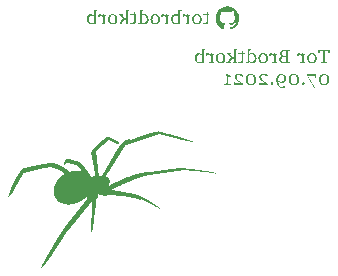
<source format=gbo>
G04*
G04 #@! TF.GenerationSoftware,Altium Limited,Altium Designer,21.6.4 (81)*
G04*
G04 Layer_Color=32896*
%FSLAX44Y44*%
%MOMM*%
G71*
G04*
G04 #@! TF.SameCoordinates,1A298312-32F8-40E2-ABFB-EEC58CCF35F7*
G04*
G04*
G04 #@! TF.FilePolarity,Positive*
G04*
G01*
G75*
G36*
X303674Y124882D02*
Y125019D01*
X304221D01*
Y125156D01*
X304495D01*
Y125293D01*
X304905D01*
Y125429D01*
X305452D01*
Y125566D01*
X305726D01*
Y125703D01*
X306273D01*
Y125840D01*
X306547D01*
Y125977D01*
X307094D01*
Y126113D01*
X307368D01*
Y126250D01*
X307778D01*
Y126387D01*
X308325D01*
Y126524D01*
X308599D01*
Y126661D01*
X309283D01*
Y126797D01*
X309557D01*
Y126934D01*
X309967D01*
Y127071D01*
X310514D01*
Y127208D01*
X310925D01*
Y127345D01*
X311609D01*
Y127481D01*
X311882D01*
Y127618D01*
X312566D01*
Y127755D01*
X312977D01*
Y127892D01*
X313524D01*
Y128029D01*
X314208D01*
Y128165D01*
X314755D01*
Y128302D01*
X315713D01*
Y128439D01*
X316670D01*
Y128576D01*
X317491D01*
Y128439D01*
X318038D01*
Y128302D01*
X318722D01*
Y128165D01*
X319133D01*
Y128029D01*
X319817D01*
Y127892D01*
X320364D01*
Y127755D01*
X320774D01*
Y127618D01*
X321458D01*
Y127481D01*
X321869D01*
Y127345D01*
X322553D01*
Y127208D01*
X322963D01*
Y127071D01*
X323510D01*
Y126934D01*
X324058D01*
Y126797D01*
X324468D01*
Y126661D01*
X325152D01*
Y126524D01*
X325562D01*
Y126387D01*
X326246D01*
Y126250D01*
X326657D01*
Y126113D01*
X327204D01*
Y125977D01*
X327751D01*
Y125840D01*
X328162D01*
Y125703D01*
X328846D01*
Y125566D01*
X329256D01*
Y125429D01*
X329803D01*
Y125293D01*
X330214D01*
Y125156D01*
X330624D01*
Y125019D01*
X331308D01*
Y124882D01*
X331718D01*
Y124745D01*
X332266D01*
Y124609D01*
X332676D01*
Y124472D01*
X333223D01*
Y124335D01*
X333770D01*
Y124198D01*
X334044D01*
Y124061D01*
X334728D01*
Y123925D01*
X335139D01*
Y123788D01*
X335686D01*
Y123651D01*
X336096D01*
Y123514D01*
X336507D01*
Y123377D01*
X337054D01*
Y123241D01*
X337327D01*
Y123104D01*
X338011D01*
Y122967D01*
X338285D01*
Y122830D01*
X338832D01*
Y122693D01*
X339243D01*
Y122557D01*
X339653D01*
Y122420D01*
X340200D01*
Y122283D01*
X340474D01*
Y122146D01*
X341021D01*
Y122009D01*
X341431D01*
Y121873D01*
X341705D01*
Y121736D01*
X342252D01*
Y121599D01*
X342526D01*
Y121462D01*
X343073D01*
Y121325D01*
X343347D01*
Y121189D01*
X343620D01*
Y121052D01*
X344167D01*
Y120915D01*
X344304D01*
Y120778D01*
X344851D01*
Y120641D01*
X344988D01*
Y120505D01*
X345399D01*
Y120368D01*
X345672D01*
Y120231D01*
X345946D01*
Y120094D01*
X346219D01*
Y119820D01*
X344715D01*
Y119957D01*
X343894D01*
Y120094D01*
X342663D01*
Y120231D01*
X341979D01*
Y120368D01*
X341295D01*
Y120505D01*
X340611D01*
Y120641D01*
X340200D01*
Y120778D01*
X339516D01*
Y120915D01*
X339106D01*
Y121052D01*
X338559D01*
Y121189D01*
X338011D01*
Y121325D01*
X337601D01*
Y121462D01*
X336917D01*
Y121599D01*
X336507D01*
Y121736D01*
X335822D01*
Y121873D01*
X335412D01*
Y122009D01*
X334865D01*
Y122146D01*
X334181D01*
Y122283D01*
X333907D01*
Y122420D01*
X333087D01*
Y122557D01*
X332676D01*
Y122693D01*
X332129D01*
Y122830D01*
X331582D01*
Y122967D01*
X331171D01*
Y123104D01*
X330350D01*
Y123241D01*
X330077D01*
Y123377D01*
X329256D01*
Y123514D01*
X328846D01*
Y123651D01*
X328298D01*
Y123788D01*
X327751D01*
Y123925D01*
X327341D01*
Y124061D01*
X326520D01*
Y124198D01*
X326110D01*
Y124335D01*
X325562D01*
Y124472D01*
X325015D01*
Y124609D01*
X324605D01*
Y124745D01*
X323784D01*
Y124882D01*
X323510D01*
Y125019D01*
X322690D01*
Y125156D01*
X322279D01*
Y125293D01*
X321732D01*
Y125429D01*
X321048D01*
Y125566D01*
X320774D01*
Y125703D01*
X319953D01*
Y125840D01*
X319543D01*
Y125977D01*
X318859D01*
Y126113D01*
X318449D01*
Y126250D01*
X317765D01*
Y126113D01*
X317491D01*
Y125977D01*
X317081D01*
Y125840D01*
X316807D01*
Y125703D01*
X316260D01*
Y125566D01*
X315986D01*
Y125429D01*
X315439D01*
Y125293D01*
X315029D01*
Y125156D01*
X314755D01*
Y125019D01*
X314208D01*
Y124882D01*
X313934D01*
Y124745D01*
X313387D01*
Y124609D01*
X312977D01*
Y124472D01*
X312566D01*
Y124335D01*
X312156D01*
Y124198D01*
X311882D01*
Y124061D01*
X311198D01*
Y123925D01*
X310925D01*
Y123788D01*
X310377D01*
Y123651D01*
X310104D01*
Y123514D01*
X309693D01*
Y123377D01*
X309146D01*
Y123241D01*
X308873D01*
Y123104D01*
X308325D01*
Y122967D01*
X308052D01*
Y122830D01*
X307641D01*
Y122693D01*
X307094D01*
Y122557D01*
X306821D01*
Y122420D01*
X306273D01*
Y122283D01*
X305863D01*
Y122146D01*
X305452D01*
Y122009D01*
X305042D01*
Y121873D01*
X304632D01*
Y121736D01*
X304084D01*
Y121599D01*
X303811D01*
Y121462D01*
X303264D01*
Y121325D01*
X302990D01*
Y121189D01*
X302580D01*
Y121052D01*
X302033D01*
Y120915D01*
X301759D01*
Y120778D01*
X301212D01*
Y120641D01*
X300938D01*
Y120505D01*
X300391D01*
Y120368D01*
X299981D01*
Y120231D01*
X299707D01*
Y120094D01*
X299023D01*
Y119957D01*
X298886D01*
Y119820D01*
X298202D01*
Y119684D01*
X297928D01*
Y119547D01*
X297518D01*
Y119410D01*
X296971D01*
Y119273D01*
X296697D01*
Y119136D01*
X296150D01*
Y119000D01*
X295876D01*
Y118863D01*
X295329D01*
Y118726D01*
X294919D01*
Y118589D01*
X294645D01*
Y118453D01*
X294098D01*
Y118316D01*
X293824D01*
Y118179D01*
X293277D01*
Y118042D01*
X292867D01*
Y117905D01*
X292456D01*
Y117768D01*
X292046D01*
Y117632D01*
X291636D01*
Y117495D01*
X291088D01*
Y117358D01*
X290815D01*
Y117221D01*
X290268D01*
Y117085D01*
X289857D01*
Y116948D01*
X289583D01*
Y116811D01*
X289310D01*
Y116537D01*
X289173D01*
Y116400D01*
X289036D01*
Y116127D01*
X288899D01*
Y115990D01*
X288763D01*
Y115716D01*
X288626D01*
Y115443D01*
X288489D01*
Y115306D01*
X288352D01*
Y115033D01*
X288216D01*
Y114896D01*
X288079D01*
Y114622D01*
X287942D01*
Y114485D01*
X287805D01*
Y114212D01*
X287668D01*
Y113938D01*
X287532D01*
Y113801D01*
X287395D01*
Y113528D01*
X287258D01*
Y113391D01*
X287121D01*
Y113117D01*
X286984D01*
Y112980D01*
X286847D01*
Y112844D01*
X286711D01*
Y112433D01*
X286574D01*
Y112296D01*
X286437D01*
Y112023D01*
X286300D01*
Y111886D01*
X286164D01*
Y111749D01*
X286027D01*
Y111476D01*
X285890D01*
Y111202D01*
X285753D01*
Y110928D01*
X285616D01*
Y110792D01*
X285480D01*
Y110655D01*
X285343D01*
Y110381D01*
X285206D01*
Y110244D01*
X285069D01*
Y109971D01*
X284932D01*
Y109697D01*
X284795D01*
Y109560D01*
X284659D01*
Y109287D01*
X284522D01*
Y109150D01*
X284385D01*
Y108876D01*
X284248D01*
Y108740D01*
X284111D01*
Y108466D01*
X283975D01*
Y108192D01*
X283838D01*
Y108056D01*
X283701D01*
Y107782D01*
X283564D01*
Y107645D01*
X283427D01*
Y107372D01*
X283291D01*
Y107235D01*
X283154D01*
Y106961D01*
X283017D01*
Y106688D01*
X282880D01*
Y106551D01*
X282743D01*
Y106277D01*
X282607D01*
Y106140D01*
X282470D01*
Y105867D01*
X282333D01*
Y105593D01*
X282196D01*
Y105456D01*
X282059D01*
Y105183D01*
X281923D01*
Y105046D01*
X281786D01*
Y104772D01*
X281649D01*
Y104636D01*
X281512D01*
Y104362D01*
X281375D01*
Y104088D01*
X281239D01*
Y103952D01*
X281102D01*
Y103678D01*
X280965D01*
Y103541D01*
X280828D01*
Y103267D01*
X280691D01*
Y103131D01*
X280555D01*
Y102857D01*
X280418D01*
Y102584D01*
X280281D01*
Y102447D01*
X280144D01*
Y102173D01*
X280007D01*
Y102036D01*
X279871D01*
Y101763D01*
X279734D01*
Y101489D01*
X279597D01*
Y101352D01*
X279460D01*
Y101079D01*
X279323D01*
Y100942D01*
X279187D01*
Y100668D01*
X279050D01*
Y100532D01*
X278913D01*
Y100258D01*
X278776D01*
Y99984D01*
X278639D01*
Y99847D01*
X278503D01*
Y99574D01*
X278366D01*
Y99437D01*
X278229D01*
Y99164D01*
X278092D01*
Y99027D01*
X277955D01*
Y98753D01*
X277819D01*
Y98479D01*
X277682D01*
Y98343D01*
X277545D01*
Y98069D01*
X277408D01*
Y97932D01*
X277271D01*
Y97659D01*
X277135D01*
Y97522D01*
X276998D01*
Y97248D01*
X276861D01*
Y96975D01*
X276724D01*
Y96838D01*
X276587D01*
Y96564D01*
X276451D01*
Y96427D01*
X276314D01*
Y96154D01*
X276177D01*
Y95880D01*
X276040D01*
Y95743D01*
X275903D01*
Y95470D01*
X275767D01*
Y95333D01*
X275630D01*
Y95059D01*
X275493D01*
Y94923D01*
X275356D01*
Y94786D01*
X275219D01*
Y94375D01*
X275083D01*
Y94239D01*
X274946D01*
Y93965D01*
X274809D01*
Y93828D01*
X274672D01*
Y93691D01*
X274535D01*
Y93418D01*
X274398D01*
Y93144D01*
X274262D01*
Y93007D01*
X274125D01*
Y92734D01*
X273988D01*
Y92597D01*
X273851D01*
Y92323D01*
X273715D01*
Y92187D01*
X273578D01*
Y91913D01*
X273441D01*
Y91639D01*
X273304D01*
Y91503D01*
X273167D01*
Y91229D01*
X273030D01*
Y91092D01*
X272894D01*
Y90819D01*
X272757D01*
Y90682D01*
X272620D01*
Y90271D01*
X273167D01*
Y90135D01*
X273441D01*
Y89998D01*
X273851D01*
Y89861D01*
X274125D01*
Y89724D01*
X274398D01*
Y89587D01*
X274672D01*
Y89451D01*
X274809D01*
Y89314D01*
X274946D01*
Y89177D01*
X275083D01*
Y89040D01*
X275219D01*
Y88766D01*
X275356D01*
Y88493D01*
X275493D01*
Y88219D01*
X275630D01*
Y87809D01*
X275767D01*
Y87262D01*
X275903D01*
Y85073D01*
X275767D01*
Y84252D01*
X275630D01*
Y83705D01*
X275493D01*
Y83021D01*
X275356D01*
Y82474D01*
X275493D01*
Y82611D01*
X275767D01*
Y82747D01*
X276040D01*
Y82884D01*
X276177D01*
Y83021D01*
X276587D01*
Y83158D01*
X276724D01*
Y83294D01*
X277135D01*
Y83431D01*
X277271D01*
Y83568D01*
X277545D01*
Y83705D01*
X277955D01*
Y83842D01*
X278092D01*
Y83979D01*
X278366D01*
Y84115D01*
X278639D01*
Y84252D01*
X278913D01*
Y84389D01*
X279187D01*
Y84526D01*
X279460D01*
Y84663D01*
X279734D01*
Y84799D01*
X280007D01*
Y84936D01*
X280281D01*
Y85073D01*
X280555D01*
Y85210D01*
X280828D01*
Y85346D01*
X281102D01*
Y85483D01*
X281375D01*
Y85620D01*
X281649D01*
Y85757D01*
X281923D01*
Y85894D01*
X282196D01*
Y86031D01*
X282607D01*
Y86167D01*
X282743D01*
Y86304D01*
X283154D01*
Y86441D01*
X283291D01*
Y86578D01*
X283701D01*
Y86714D01*
X283975D01*
Y86851D01*
X284248D01*
Y86988D01*
X284659D01*
Y87125D01*
X284795D01*
Y87262D01*
X285206D01*
Y87399D01*
X285480D01*
Y87535D01*
X285753D01*
Y87672D01*
X286164D01*
Y87809D01*
X286300D01*
Y87946D01*
X286711D01*
Y88083D01*
X286984D01*
Y88219D01*
X287395D01*
Y88356D01*
X287668D01*
Y88493D01*
X287942D01*
Y88630D01*
X288352D01*
Y88766D01*
X288626D01*
Y88903D01*
X289036D01*
Y89040D01*
X289310D01*
Y89177D01*
X289583D01*
Y89314D01*
X289994D01*
Y89451D01*
X290268D01*
Y89587D01*
X290815D01*
Y89724D01*
X290951D01*
Y89861D01*
X291362D01*
Y89998D01*
X291772D01*
Y90135D01*
X292046D01*
Y90271D01*
X292593D01*
Y90408D01*
X292867D01*
Y90545D01*
X293277D01*
Y90682D01*
X293688D01*
Y90819D01*
X293961D01*
Y90955D01*
X294508D01*
Y91092D01*
X294782D01*
Y91229D01*
X295329D01*
Y91366D01*
X295603D01*
Y91503D01*
X296150D01*
Y91639D01*
X296560D01*
Y91776D01*
X296834D01*
Y91913D01*
X297518D01*
Y92050D01*
X297792D01*
Y92187D01*
X298476D01*
Y92323D01*
X298886D01*
Y92460D01*
X299296D01*
Y92597D01*
X299981D01*
Y92734D01*
X300254D01*
Y92871D01*
X301075D01*
Y93007D01*
X301485D01*
Y93144D01*
X302169D01*
Y93281D01*
X302853D01*
Y93418D01*
X303400D01*
Y93555D01*
X304495D01*
Y93691D01*
X305042D01*
Y93828D01*
X306684D01*
Y93965D01*
X309283D01*
Y94102D01*
X310104D01*
Y94239D01*
X311198D01*
Y94375D01*
X311882D01*
Y94512D01*
X313113D01*
Y94649D01*
X313797D01*
Y94786D01*
X314755D01*
Y94923D01*
X315713D01*
Y95059D01*
X316397D01*
Y95196D01*
X317628D01*
Y95333D01*
X318312D01*
Y95470D01*
X319543D01*
Y95607D01*
X320364D01*
Y95743D01*
X321185D01*
Y95880D01*
X322416D01*
Y96017D01*
X323100D01*
Y96154D01*
X324468D01*
Y96291D01*
X325152D01*
Y96427D01*
X326383D01*
Y96564D01*
X327341D01*
Y96701D01*
X328162D01*
Y96838D01*
X329530D01*
Y96975D01*
X330350D01*
Y97112D01*
X331855D01*
Y97248D01*
X332813D01*
Y97385D01*
X334044D01*
Y97522D01*
X337738D01*
Y97385D01*
X339106D01*
Y97248D01*
X340337D01*
Y97112D01*
X342252D01*
Y96975D01*
X343210D01*
Y96838D01*
X344988D01*
Y96701D01*
X345946D01*
Y96564D01*
X347177D01*
Y96427D01*
X348545D01*
Y96291D01*
X349366D01*
Y96154D01*
X350871D01*
Y96017D01*
X351692D01*
Y95880D01*
X352923D01*
Y95743D01*
X353880D01*
Y95607D01*
X354564D01*
Y95470D01*
X355796D01*
Y95333D01*
X356480D01*
Y95196D01*
X357574D01*
Y95059D01*
X358258D01*
Y94923D01*
X358942D01*
Y94786D01*
X359763D01*
Y94649D01*
X360310D01*
Y94512D01*
X361268D01*
Y94375D01*
X361678D01*
Y94239D01*
X362499D01*
Y94102D01*
X363046D01*
Y93965D01*
X363456D01*
Y93828D01*
X364140D01*
Y93691D01*
X364551D01*
Y93555D01*
X365098D01*
Y93418D01*
X365372D01*
Y93281D01*
X365919D01*
Y93144D01*
X366193D01*
Y93007D01*
X366329D01*
Y92871D01*
X365098D01*
Y93007D01*
X364414D01*
Y93144D01*
X363456D01*
Y93281D01*
X362499D01*
Y93418D01*
X361815D01*
Y93555D01*
X360447D01*
Y93691D01*
X359763D01*
Y93828D01*
X358532D01*
Y93965D01*
X357711D01*
Y94102D01*
X356753D01*
Y94239D01*
X355522D01*
Y94375D01*
X354701D01*
Y94512D01*
X353196D01*
Y94649D01*
X352375D01*
Y94786D01*
X351007D01*
Y94923D01*
X349776D01*
Y95059D01*
X348682D01*
Y95196D01*
X346767D01*
Y95333D01*
X345809D01*
Y95470D01*
X343483D01*
Y95607D01*
X341568D01*
Y95743D01*
X336780D01*
Y95607D01*
X336507D01*
Y95470D01*
X335412D01*
Y95333D01*
X334728D01*
Y95196D01*
X333497D01*
Y95059D01*
X332813D01*
Y94923D01*
X331855D01*
Y94786D01*
X330898D01*
Y94649D01*
X330214D01*
Y94512D01*
X328982D01*
Y94375D01*
X328298D01*
Y94239D01*
X327204D01*
Y94102D01*
X326383D01*
Y93965D01*
X325562D01*
Y93828D01*
X324331D01*
Y93691D01*
X323647D01*
Y93555D01*
X322416D01*
Y93418D01*
X321732D01*
Y93281D01*
X320774D01*
Y93144D01*
X319680D01*
Y93007D01*
X318996D01*
Y92871D01*
X317765D01*
Y92734D01*
X317081D01*
Y92597D01*
X315849D01*
Y92460D01*
X315029D01*
Y92323D01*
X314208D01*
Y92187D01*
X312977D01*
Y92050D01*
X312293D01*
Y91913D01*
X311061D01*
Y91776D01*
X310241D01*
Y91639D01*
X309283D01*
Y91503D01*
X308462D01*
Y91366D01*
X307915D01*
Y91229D01*
X307094D01*
Y91092D01*
X306684D01*
Y90955D01*
X306000D01*
Y90819D01*
X305589D01*
Y90682D01*
X305179D01*
Y90545D01*
X304495D01*
Y90408D01*
X304221D01*
Y90271D01*
X303537D01*
Y90135D01*
X303264D01*
Y89998D01*
X302853D01*
Y89861D01*
X302306D01*
Y89724D01*
X302033D01*
Y89587D01*
X301485D01*
Y89451D01*
X301212D01*
Y89314D01*
X300665D01*
Y89177D01*
X300391D01*
Y89040D01*
X299981D01*
Y88903D01*
X299570D01*
Y88766D01*
X299296D01*
Y88630D01*
X298749D01*
Y88493D01*
X298476D01*
Y88356D01*
X298065D01*
Y88219D01*
X297655D01*
Y88083D01*
X297518D01*
Y87946D01*
X296971D01*
Y87809D01*
X296697D01*
Y87672D01*
X296287D01*
Y87535D01*
X296013D01*
Y87399D01*
X295603D01*
Y87262D01*
X295192D01*
Y87125D01*
X295056D01*
Y86988D01*
X294508D01*
Y86851D01*
X294235D01*
Y86714D01*
X293961D01*
Y86578D01*
X293551D01*
Y86441D01*
X293277D01*
Y86304D01*
X292867D01*
Y86167D01*
X292593D01*
Y86031D01*
X292183D01*
Y85894D01*
X291909D01*
Y85757D01*
X291636D01*
Y85620D01*
X291225D01*
Y85483D01*
X291088D01*
Y85346D01*
X290541D01*
Y85210D01*
X290404D01*
Y85073D01*
X289994D01*
Y84936D01*
X289720D01*
Y84799D01*
X289447D01*
Y84663D01*
X289036D01*
Y84526D01*
X288763D01*
Y84389D01*
X288352D01*
Y84252D01*
X288079D01*
Y84115D01*
X287942D01*
Y83979D01*
X287532D01*
Y83842D01*
X287258D01*
Y83705D01*
X286847D01*
Y83568D01*
X286574D01*
Y83431D01*
X286300D01*
Y83294D01*
X286027D01*
Y83158D01*
X285753D01*
Y83021D01*
X285343D01*
Y82884D01*
X285206D01*
Y82747D01*
X284795D01*
Y82611D01*
X284522D01*
Y82474D01*
X284248D01*
Y82337D01*
X283838D01*
Y82200D01*
X283701D01*
Y82063D01*
X283291D01*
Y81926D01*
X283017D01*
Y81790D01*
X282743D01*
Y81653D01*
X282470D01*
Y81516D01*
X282196D01*
Y81379D01*
X281786D01*
Y81243D01*
X281649D01*
Y81106D01*
X281239D01*
Y80969D01*
X280965D01*
Y80832D01*
X280828D01*
Y80695D01*
X280418D01*
Y80559D01*
X280281D01*
Y80422D01*
X279871D01*
Y80285D01*
X279597D01*
Y80148D01*
X279323D01*
Y80011D01*
X279050D01*
Y79874D01*
X278776D01*
Y79738D01*
X278366D01*
Y79601D01*
X278229D01*
Y79464D01*
X277819D01*
Y79327D01*
X277682D01*
Y79190D01*
X277545D01*
Y79054D01*
X277682D01*
Y78917D01*
X278366D01*
Y78780D01*
X279597D01*
Y78643D01*
X280281D01*
Y78506D01*
X281239D01*
Y78370D01*
X282196D01*
Y78233D01*
X282880D01*
Y78096D01*
X284111D01*
Y77959D01*
X284659D01*
Y77822D01*
X285753D01*
Y77686D01*
X286437D01*
Y77549D01*
X287121D01*
Y77412D01*
X288079D01*
Y77275D01*
X288626D01*
Y77138D01*
X289720D01*
Y77002D01*
X290268D01*
Y76865D01*
X290951D01*
Y76728D01*
X291772D01*
Y76591D01*
X292320D01*
Y76454D01*
X293277D01*
Y76318D01*
X293688D01*
Y76181D01*
X294508D01*
Y76044D01*
X295056D01*
Y75907D01*
X295603D01*
Y75770D01*
X296287D01*
Y75634D01*
X296697D01*
Y75497D01*
X297381D01*
Y75360D01*
X297792D01*
Y75223D01*
X298339D01*
Y75086D01*
X298886D01*
Y74950D01*
X299160D01*
Y74813D01*
X299844D01*
Y74676D01*
X300117D01*
Y74539D01*
X300665D01*
Y74402D01*
X300938D01*
Y74266D01*
X301212D01*
Y74129D01*
X301622D01*
Y73992D01*
X301896D01*
Y73855D01*
X302306D01*
Y73718D01*
X302443D01*
Y73582D01*
X302717D01*
Y73445D01*
X302853D01*
Y73308D01*
X303127D01*
Y73171D01*
X303537D01*
Y73034D01*
X303674D01*
Y72898D01*
X304084D01*
Y72761D01*
X304358D01*
Y72624D01*
X304632D01*
Y72487D01*
X304905D01*
Y72350D01*
X305179D01*
Y72214D01*
X305452D01*
Y72077D01*
X305726D01*
Y71940D01*
X306000D01*
Y71803D01*
X306136D01*
Y71666D01*
X306410D01*
Y71529D01*
X306684D01*
Y71393D01*
X306821D01*
Y71256D01*
X307231D01*
Y71119D01*
X307368D01*
Y70982D01*
X307641D01*
Y70845D01*
X307915D01*
Y70709D01*
X308052D01*
Y70572D01*
X308325D01*
Y70435D01*
X308599D01*
Y70298D01*
X308736D01*
Y70161D01*
X309009D01*
Y70025D01*
X309146D01*
Y69888D01*
X309557D01*
Y69751D01*
X309693D01*
Y69614D01*
X309967D01*
Y69478D01*
X310104D01*
Y69341D01*
X310377D01*
Y69204D01*
X310651D01*
Y69067D01*
X310788D01*
Y68930D01*
X311061D01*
Y68794D01*
X311198D01*
Y68657D01*
X311472D01*
Y68520D01*
X311609D01*
Y68383D01*
X311745D01*
Y68246D01*
X312156D01*
Y68109D01*
X312293D01*
Y67973D01*
X312429D01*
Y67836D01*
X312703D01*
Y67699D01*
X312840D01*
Y67562D01*
X313113D01*
Y67425D01*
X313250D01*
Y67289D01*
X313524D01*
Y67152D01*
X313661D01*
Y67015D01*
X313934D01*
Y66878D01*
X314208D01*
Y66741D01*
X314345D01*
Y66605D01*
X314618D01*
Y66468D01*
X314755D01*
Y66331D01*
X314892D01*
Y66194D01*
X315165D01*
Y66058D01*
X315302D01*
Y65921D01*
X315576D01*
Y65784D01*
X315713D01*
Y65647D01*
X315986D01*
Y65510D01*
X316123D01*
Y65374D01*
X316397D01*
Y65237D01*
X316534D01*
Y65100D01*
X316670D01*
Y64963D01*
X316944D01*
Y64826D01*
X317081D01*
Y64689D01*
X317354D01*
Y64553D01*
X317491D01*
Y64416D01*
X317628D01*
Y64279D01*
X317901D01*
Y64142D01*
X318038D01*
Y64005D01*
X318175D01*
Y63869D01*
X318449D01*
Y63732D01*
X318585D01*
Y63595D01*
X318859D01*
Y63458D01*
X318996D01*
Y63321D01*
X319133D01*
Y63185D01*
X319270D01*
Y63048D01*
X319406D01*
Y62911D01*
X319543D01*
Y62774D01*
X319270D01*
Y62911D01*
X318996D01*
Y63048D01*
X318585D01*
Y63185D01*
X318449D01*
Y63321D01*
X318038D01*
Y63458D01*
X317901D01*
Y63595D01*
X317628D01*
Y63732D01*
X317218D01*
Y63869D01*
X317081D01*
Y64005D01*
X316670D01*
Y64142D01*
X316534D01*
Y64279D01*
X316123D01*
Y64416D01*
X315849D01*
Y64553D01*
X315713D01*
Y64689D01*
X315302D01*
Y64826D01*
X315165D01*
Y64963D01*
X314755D01*
Y65100D01*
X314618D01*
Y65237D01*
X314345D01*
Y65374D01*
X314071D01*
Y65510D01*
X313797D01*
Y65647D01*
X313524D01*
Y65784D01*
X313250D01*
Y65921D01*
X312977D01*
Y66058D01*
X312703D01*
Y66194D01*
X312566D01*
Y66331D01*
X312156D01*
Y66468D01*
X312019D01*
Y66605D01*
X311609D01*
Y66741D01*
X311472D01*
Y66878D01*
X311198D01*
Y67015D01*
X310925D01*
Y67152D01*
X310651D01*
Y67289D01*
X310377D01*
Y67425D01*
X310104D01*
Y67562D01*
X309830D01*
Y67699D01*
X309557D01*
Y67836D01*
X309420D01*
Y67973D01*
X309009D01*
Y68109D01*
X308873D01*
Y68246D01*
X308462D01*
Y68383D01*
X308325D01*
Y68520D01*
X308052D01*
Y68657D01*
X307778D01*
Y68794D01*
X307505D01*
Y68930D01*
X307231D01*
Y69067D01*
X307094D01*
Y69204D01*
X306684D01*
Y69341D01*
X306547D01*
Y69478D01*
X306273D01*
Y69614D01*
X305863D01*
Y69751D01*
X305726D01*
Y69888D01*
X305452D01*
Y70025D01*
X305179D01*
Y70161D01*
X304905D01*
Y70298D01*
X304632D01*
Y70435D01*
X304495D01*
Y70572D01*
X304084D01*
Y70709D01*
X303948D01*
Y70845D01*
X303537D01*
Y70982D01*
X303400D01*
Y71119D01*
X302853D01*
Y70982D01*
X302580D01*
Y70845D01*
X300528D01*
Y70982D01*
X300254D01*
Y71119D01*
X299844D01*
Y71256D01*
X299433D01*
Y71393D01*
X299160D01*
Y71529D01*
X298476D01*
Y71666D01*
X298202D01*
Y71803D01*
X297655D01*
Y71940D01*
X297108D01*
Y72077D01*
X296834D01*
Y72214D01*
X296013D01*
Y72350D01*
X295740D01*
Y72487D01*
X294919D01*
Y72624D01*
X294372D01*
Y72761D01*
X293824D01*
Y72898D01*
X293004D01*
Y73034D01*
X292593D01*
Y73171D01*
X291499D01*
Y73308D01*
X290815D01*
Y73445D01*
X289857D01*
Y73582D01*
X288899D01*
Y73718D01*
X288079D01*
Y73855D01*
X286437D01*
Y73992D01*
X285480D01*
Y74129D01*
X283291D01*
Y74266D01*
X281239D01*
Y74402D01*
X273851D01*
Y74266D01*
X270294D01*
Y74402D01*
X269474D01*
Y74539D01*
X268653D01*
Y74676D01*
X268379D01*
Y74813D01*
X267832D01*
Y74950D01*
X267558D01*
Y75086D01*
X267285D01*
Y75223D01*
X267011D01*
Y75360D01*
X266874D01*
Y75497D01*
X266601D01*
Y75360D01*
X266464D01*
Y74539D01*
X266327D01*
Y73718D01*
X266190D01*
Y73445D01*
X266054D01*
Y73034D01*
X265917D01*
Y72761D01*
X265780D01*
Y72624D01*
X265643D01*
Y72350D01*
X265506D01*
Y72214D01*
X265370D01*
Y71940D01*
X265233D01*
Y71803D01*
X264959D01*
Y71666D01*
X264822D01*
Y71529D01*
X264549D01*
Y71393D01*
X264412D01*
Y67152D01*
X264275D01*
Y65237D01*
X264138D01*
Y63732D01*
X264002D01*
Y62637D01*
X263865D01*
Y62090D01*
X263728D01*
Y61269D01*
X263591D01*
Y60585D01*
X263454D01*
Y59081D01*
X263318D01*
Y57986D01*
X263181D01*
Y57029D01*
X263044D01*
Y55524D01*
X262907D01*
Y54840D01*
X262770D01*
Y53335D01*
X262634D01*
Y52514D01*
X262497D01*
Y51420D01*
X262360D01*
Y50325D01*
X262223D01*
Y49504D01*
X262086D01*
Y48273D01*
X261950D01*
Y47589D01*
X261813D01*
Y46495D01*
X261676D01*
Y45674D01*
X261539D01*
Y45127D01*
X261402D01*
Y44169D01*
X261266D01*
Y43622D01*
X261129D01*
Y42938D01*
X260992D01*
Y42801D01*
X260718D01*
Y43075D01*
X260582D01*
Y44443D01*
X260445D01*
Y51146D01*
X260582D01*
Y55250D01*
X260718D01*
Y59765D01*
X260855D01*
Y62227D01*
X260718D01*
Y67015D01*
X260855D01*
Y68520D01*
X260445D01*
Y68383D01*
X260308D01*
Y68246D01*
X260171D01*
Y68109D01*
X260034D01*
Y67973D01*
X259898D01*
Y67836D01*
X259761D01*
Y67562D01*
X259487D01*
Y67289D01*
X259350D01*
Y67152D01*
X259214D01*
Y67015D01*
X259077D01*
Y66878D01*
X258940D01*
Y66741D01*
X258803D01*
Y66605D01*
X258666D01*
Y66468D01*
X258530D01*
Y66194D01*
X258393D01*
Y66058D01*
X258256D01*
Y65921D01*
X258119D01*
Y65784D01*
X257982D01*
Y65647D01*
X257845D01*
Y65374D01*
X257709D01*
Y65237D01*
X257572D01*
Y65100D01*
X257435D01*
Y64963D01*
X257298D01*
Y64826D01*
X257162D01*
Y64689D01*
X257025D01*
Y64553D01*
X256888D01*
Y64279D01*
X256751D01*
Y64142D01*
X256614D01*
Y64005D01*
X256478D01*
Y63732D01*
X256341D01*
Y63595D01*
X256204D01*
Y63458D01*
X256067D01*
Y63321D01*
X255930D01*
Y63185D01*
X255793D01*
Y62911D01*
X255657D01*
Y62774D01*
X255520D01*
Y62637D01*
X255383D01*
Y62501D01*
X255246D01*
Y62227D01*
X255110D01*
Y62090D01*
X254973D01*
Y61953D01*
X254836D01*
Y61817D01*
X254699D01*
Y61680D01*
X254562D01*
Y61406D01*
X254426D01*
Y61269D01*
X254289D01*
Y61133D01*
X254152D01*
Y60996D01*
X254015D01*
Y60859D01*
X253878D01*
Y60585D01*
X253741D01*
Y60449D01*
X253605D01*
Y60312D01*
X253468D01*
Y60038D01*
X253331D01*
Y59901D01*
X253194D01*
Y59765D01*
X253057D01*
Y59628D01*
X252921D01*
Y59354D01*
X252784D01*
Y59217D01*
X252647D01*
Y59081D01*
X252510D01*
Y58944D01*
X252374D01*
Y58807D01*
X252237D01*
Y58533D01*
X252100D01*
Y58397D01*
X251963D01*
Y58260D01*
X251826D01*
Y58123D01*
X251689D01*
Y57849D01*
X251553D01*
Y57713D01*
X251416D01*
Y57576D01*
X251279D01*
Y57302D01*
X251142D01*
Y57165D01*
X251005D01*
Y57029D01*
X250869D01*
Y56892D01*
X250732D01*
Y56755D01*
X250595D01*
Y56481D01*
X250458D01*
Y56345D01*
X250321D01*
Y56208D01*
X250185D01*
Y56071D01*
X250048D01*
Y55797D01*
X249911D01*
Y55661D01*
X249774D01*
Y55524D01*
X249637D01*
Y55250D01*
X249501D01*
Y55113D01*
X249364D01*
Y54977D01*
X249227D01*
Y54840D01*
X249090D01*
Y54703D01*
X248953D01*
Y54429D01*
X248817D01*
Y54292D01*
X248680D01*
Y54156D01*
X248543D01*
Y54019D01*
X248406D01*
Y53745D01*
X248269D01*
Y53608D01*
X248133D01*
Y53472D01*
X247996D01*
Y53335D01*
X247859D01*
Y53198D01*
X247722D01*
Y52924D01*
X247585D01*
Y52788D01*
X247449D01*
Y52651D01*
X247312D01*
Y52514D01*
X247175D01*
Y52241D01*
X247038D01*
Y52104D01*
X246901D01*
Y51967D01*
X246765D01*
Y51830D01*
X246628D01*
Y51557D01*
X246491D01*
Y51420D01*
X246354D01*
Y51283D01*
X246217D01*
Y51146D01*
X246081D01*
Y51009D01*
X245944D01*
Y50736D01*
X245807D01*
Y50599D01*
X245670D01*
Y50462D01*
X245533D01*
Y50325D01*
X245397D01*
Y50052D01*
X245260D01*
Y49915D01*
X245123D01*
Y49778D01*
X244986D01*
Y49641D01*
X244849D01*
Y49504D01*
X244713D01*
Y49231D01*
X244576D01*
Y49094D01*
X244439D01*
Y48957D01*
X244302D01*
Y48821D01*
X244165D01*
Y48547D01*
X244029D01*
Y48410D01*
X243892D01*
Y48273D01*
X243755D01*
Y48137D01*
X243618D01*
Y48000D01*
X243481D01*
Y47726D01*
X243345D01*
Y47589D01*
X243208D01*
Y47453D01*
X243071D01*
Y47316D01*
X242934D01*
Y47179D01*
X242797D01*
Y46905D01*
X242661D01*
Y46768D01*
X242524D01*
Y46632D01*
X242387D01*
Y46495D01*
X242250D01*
Y46358D01*
X242113D01*
Y46084D01*
X241977D01*
Y45948D01*
X241840D01*
Y45811D01*
X241703D01*
Y45674D01*
X241566D01*
Y45537D01*
X241429D01*
Y45264D01*
X241292D01*
Y45127D01*
X241156D01*
Y44990D01*
X241019D01*
Y44853D01*
X240882D01*
Y44716D01*
X240745D01*
Y44580D01*
X240609D01*
Y44306D01*
X240472D01*
Y44169D01*
X240335D01*
Y44032D01*
X240198D01*
Y43896D01*
X240061D01*
Y43759D01*
X239925D01*
Y43622D01*
X239788D01*
Y43348D01*
X239651D01*
Y43212D01*
X239514D01*
Y43075D01*
X239377D01*
Y42938D01*
X239240D01*
Y42801D01*
X239104D01*
Y42664D01*
X238967D01*
Y42528D01*
X238830D01*
Y42254D01*
X238693D01*
Y41980D01*
X238556D01*
Y41844D01*
X238420D01*
Y41570D01*
X238283D01*
Y41433D01*
X238146D01*
Y41160D01*
X238009D01*
Y41023D01*
X237873D01*
Y40749D01*
X237736D01*
Y40476D01*
X237599D01*
Y40339D01*
X237462D01*
Y40065D01*
X237325D01*
Y39928D01*
X237188D01*
Y39655D01*
X237052D01*
Y39381D01*
X236915D01*
Y39244D01*
X236778D01*
Y38971D01*
X236641D01*
Y38834D01*
X236504D01*
Y38560D01*
X236368D01*
Y38424D01*
X236231D01*
Y38150D01*
X236094D01*
Y37876D01*
X235957D01*
Y37740D01*
X235821D01*
Y37466D01*
X235684D01*
Y37329D01*
X235547D01*
Y37055D01*
X235410D01*
Y36782D01*
X235273D01*
Y36645D01*
X235137D01*
Y36372D01*
X235000D01*
Y36235D01*
X234863D01*
Y35961D01*
X234726D01*
Y35824D01*
X234589D01*
Y35551D01*
X234452D01*
Y35277D01*
X234316D01*
Y35140D01*
X234179D01*
Y34867D01*
X234042D01*
Y34730D01*
X233905D01*
Y34456D01*
X233768D01*
Y34320D01*
X233632D01*
Y34046D01*
X233495D01*
Y33772D01*
X233358D01*
Y33635D01*
X233221D01*
Y33362D01*
X233084D01*
Y33225D01*
X232948D01*
Y32952D01*
X232811D01*
Y32815D01*
X232674D01*
Y32541D01*
X232537D01*
Y32267D01*
X232400D01*
Y32131D01*
X232264D01*
Y31857D01*
X232127D01*
Y31720D01*
X231990D01*
Y31447D01*
X231853D01*
Y31173D01*
X231716D01*
Y31036D01*
X231580D01*
Y30763D01*
X231443D01*
Y30626D01*
X231306D01*
Y30352D01*
X231169D01*
Y30215D01*
X231032D01*
Y30079D01*
X230896D01*
Y29805D01*
X230759D01*
Y29531D01*
X230622D01*
Y29258D01*
X230485D01*
Y29121D01*
X230348D01*
Y28984D01*
X230212D01*
Y28711D01*
X230075D01*
Y28574D01*
X229938D01*
Y28300D01*
X229801D01*
Y28163D01*
X229664D01*
Y27890D01*
X229528D01*
Y27616D01*
X229391D01*
Y27479D01*
X229254D01*
Y27206D01*
X229117D01*
Y27069D01*
X228980D01*
Y26795D01*
X228844D01*
Y26659D01*
X228707D01*
Y26385D01*
X228570D01*
Y26111D01*
X228433D01*
Y25975D01*
X228296D01*
Y25701D01*
X228160D01*
Y25564D01*
X228023D01*
Y25291D01*
X227886D01*
Y25154D01*
X227749D01*
Y24880D01*
X227612D01*
Y24607D01*
X227476D01*
Y24470D01*
X227339D01*
Y24196D01*
X227202D01*
Y24059D01*
X227065D01*
Y23923D01*
X226928D01*
Y23649D01*
X226792D01*
Y23512D01*
X226655D01*
Y23239D01*
X226518D01*
Y23102D01*
X226381D01*
Y22828D01*
X226244D01*
Y22555D01*
X226108D01*
Y22418D01*
X225971D01*
Y22144D01*
X225834D01*
Y22007D01*
X225697D01*
Y21734D01*
X225560D01*
Y21597D01*
X225424D01*
Y21323D01*
X225287D01*
Y21186D01*
X225150D01*
Y21050D01*
X225013D01*
Y20776D01*
X224876D01*
Y20639D01*
X224739D01*
Y20366D01*
X224603D01*
Y20229D01*
X224466D01*
Y19955D01*
X224329D01*
Y19682D01*
X224056D01*
Y19408D01*
X223919D01*
Y19271D01*
X223782D01*
Y18998D01*
X223645D01*
Y18861D01*
X223508D01*
Y18724D01*
X223372D01*
Y18587D01*
X223235D01*
Y18450D01*
X223098D01*
Y18177D01*
X222961D01*
Y18040D01*
X222824D01*
Y17903D01*
X222687D01*
Y17766D01*
X222551D01*
Y17630D01*
X222414D01*
Y17356D01*
X222277D01*
Y17219D01*
X222140D01*
Y17083D01*
X222003D01*
Y16809D01*
X221867D01*
Y16672D01*
X221730D01*
Y16535D01*
X221593D01*
Y16399D01*
X221456D01*
Y16262D01*
X221320D01*
Y15988D01*
X221183D01*
Y15851D01*
X221046D01*
Y15714D01*
X220909D01*
Y15578D01*
X220772D01*
Y15304D01*
X220636D01*
Y15167D01*
X220499D01*
Y15030D01*
X220362D01*
Y14894D01*
X220225D01*
Y14757D01*
X220088D01*
Y14483D01*
X219951D01*
Y14346D01*
X219815D01*
Y14210D01*
X219678D01*
Y14073D01*
X219541D01*
Y13936D01*
X219404D01*
Y13662D01*
X219268D01*
Y13526D01*
X219131D01*
Y13389D01*
X218994D01*
Y13252D01*
X218857D01*
Y12978D01*
X218720D01*
Y12842D01*
X218584D01*
Y12705D01*
X218447D01*
Y12568D01*
X218310D01*
Y12431D01*
X218173D01*
Y12158D01*
X218036D01*
Y12021D01*
X217899D01*
Y11884D01*
X217763D01*
Y11747D01*
X217626D01*
Y11884D01*
X217489D01*
Y12158D01*
X217626D01*
Y12431D01*
X217763D01*
Y12842D01*
X217899D01*
Y13115D01*
X218036D01*
Y13526D01*
X218173D01*
Y13936D01*
X218310D01*
Y14073D01*
X218447D01*
Y14483D01*
X218584D01*
Y14757D01*
X218720D01*
Y15030D01*
X218857D01*
Y15304D01*
X218994D01*
Y15578D01*
X219131D01*
Y15988D01*
X219268D01*
Y16125D01*
X219404D01*
Y16535D01*
X219541D01*
Y16672D01*
X219678D01*
Y16946D01*
X219815D01*
Y17219D01*
X219951D01*
Y17493D01*
X220088D01*
Y17766D01*
X220225D01*
Y18040D01*
X220362D01*
Y18314D01*
X220499D01*
Y18587D01*
X220636D01*
Y18724D01*
X220772D01*
Y19135D01*
X220909D01*
Y19271D01*
X221046D01*
Y19545D01*
X221183D01*
Y19819D01*
X221320D01*
Y20092D01*
X221456D01*
Y20366D01*
X221593D01*
Y20503D01*
X221730D01*
Y20776D01*
X221867D01*
Y21050D01*
X222003D01*
Y21323D01*
X222140D01*
Y21597D01*
X222277D01*
Y21734D01*
X222414D01*
Y22007D01*
X222551D01*
Y22281D01*
X222687D01*
Y22555D01*
X222824D01*
Y22691D01*
X222961D01*
Y22965D01*
X223098D01*
Y23239D01*
X223235D01*
Y23375D01*
X223372D01*
Y23786D01*
X223508D01*
Y23923D01*
X223645D01*
Y24196D01*
X223782D01*
Y24470D01*
X223919D01*
Y24607D01*
X224056D01*
Y24880D01*
X224192D01*
Y25154D01*
X224329D01*
Y25427D01*
X224466D01*
Y25564D01*
X224603D01*
Y25838D01*
X224739D01*
Y26111D01*
X224876D01*
Y26248D01*
X225013D01*
Y26522D01*
X225150D01*
Y26795D01*
X225287D01*
Y27069D01*
X225424D01*
Y27206D01*
X225560D01*
Y27479D01*
X225697D01*
Y27753D01*
X225834D01*
Y27890D01*
X225971D01*
Y28163D01*
X226108D01*
Y28437D01*
X226244D01*
Y28574D01*
X226381D01*
Y28847D01*
X226518D01*
Y29121D01*
X226655D01*
Y29395D01*
X226792D01*
Y29531D01*
X226928D01*
Y29805D01*
X227065D01*
Y30079D01*
X227202D01*
Y30215D01*
X227339D01*
Y30489D01*
X227476D01*
Y30763D01*
X227612D01*
Y31036D01*
X227749D01*
Y31173D01*
X227886D01*
Y31447D01*
X228023D01*
Y31720D01*
X228160D01*
Y31857D01*
X228296D01*
Y32131D01*
X228433D01*
Y32267D01*
X228570D01*
Y32541D01*
X228707D01*
Y32815D01*
X228844D01*
Y32952D01*
X228980D01*
Y33225D01*
X229117D01*
Y33499D01*
X229254D01*
Y33772D01*
X229391D01*
Y33909D01*
X229528D01*
Y34183D01*
X229664D01*
Y34456D01*
X229801D01*
Y34593D01*
X229938D01*
Y34867D01*
X230075D01*
Y35003D01*
X230212D01*
Y35277D01*
X230348D01*
Y35551D01*
X230485D01*
Y35687D01*
X230622D01*
Y35961D01*
X230759D01*
Y36098D01*
X230896D01*
Y36372D01*
X231032D01*
Y36645D01*
X231169D01*
Y36782D01*
X231306D01*
Y37055D01*
X231443D01*
Y37192D01*
X231580D01*
Y37603D01*
X231716D01*
Y37740D01*
X231853D01*
Y38013D01*
X231990D01*
Y38150D01*
X232127D01*
Y38424D01*
X232264D01*
Y38697D01*
X232400D01*
Y38834D01*
X232537D01*
Y39107D01*
X232674D01*
Y39244D01*
X232811D01*
Y39518D01*
X232948D01*
Y39792D01*
X233084D01*
Y39928D01*
X233221D01*
Y40202D01*
X233358D01*
Y40339D01*
X233495D01*
Y40612D01*
X233632D01*
Y40886D01*
X233768D01*
Y41023D01*
X233905D01*
Y41433D01*
X234042D01*
Y41570D01*
X234179D01*
Y41844D01*
X234316D01*
Y41980D01*
X234452D01*
Y42254D01*
X234589D01*
Y42391D01*
X234726D01*
Y42528D01*
X234863D01*
Y42938D01*
X235000D01*
Y43075D01*
X235137D01*
Y43212D01*
X235273D01*
Y43485D01*
X235410D01*
Y43622D01*
X235547D01*
Y43896D01*
X235684D01*
Y44032D01*
X235821D01*
Y44306D01*
X235957D01*
Y44443D01*
X236094D01*
Y44580D01*
X236231D01*
Y44853D01*
X236368D01*
Y44990D01*
X236504D01*
Y45264D01*
X236641D01*
Y45400D01*
X236778D01*
Y45674D01*
X236915D01*
Y45811D01*
X237052D01*
Y45948D01*
X237188D01*
Y46221D01*
X237325D01*
Y46358D01*
X237462D01*
Y46632D01*
X237599D01*
Y46768D01*
X237736D01*
Y46905D01*
X237873D01*
Y47179D01*
X238009D01*
Y47316D01*
X238146D01*
Y47589D01*
X238283D01*
Y47726D01*
X238420D01*
Y47863D01*
X238556D01*
Y48137D01*
X238693D01*
Y48273D01*
X238830D01*
Y48547D01*
X238967D01*
Y48684D01*
X239104D01*
Y48821D01*
X239240D01*
Y48957D01*
X239377D01*
Y49231D01*
X239514D01*
Y49368D01*
X239651D01*
Y49504D01*
X239788D01*
Y49778D01*
X239925D01*
Y49915D01*
X240061D01*
Y50188D01*
X240198D01*
Y50325D01*
X240335D01*
Y50462D01*
X240472D01*
Y50736D01*
X240609D01*
Y50873D01*
X240745D01*
Y51009D01*
X240882D01*
Y51146D01*
X241019D01*
Y51420D01*
X241156D01*
Y51557D01*
X241292D01*
Y51693D01*
X241429D01*
Y51967D01*
X241566D01*
Y52104D01*
X241703D01*
Y52241D01*
X241840D01*
Y52514D01*
X241977D01*
Y52651D01*
X242113D01*
Y52788D01*
X242250D01*
Y52924D01*
X242387D01*
Y53198D01*
X242524D01*
Y53335D01*
X242661D01*
Y53472D01*
X242797D01*
Y53745D01*
X242934D01*
Y53882D01*
X243071D01*
Y54019D01*
X243208D01*
Y54156D01*
X243345D01*
Y54429D01*
X243481D01*
Y54566D01*
X243618D01*
Y54703D01*
X243755D01*
Y54977D01*
X243892D01*
Y55113D01*
X244029D01*
Y55250D01*
X244165D01*
Y55524D01*
X244302D01*
Y55661D01*
X244439D01*
Y55797D01*
X244576D01*
Y55934D01*
X244713D01*
Y56208D01*
X244849D01*
Y56345D01*
X244986D01*
Y56481D01*
X245123D01*
Y56755D01*
X245260D01*
Y56892D01*
X245397D01*
Y57029D01*
X245533D01*
Y57165D01*
X245670D01*
Y57439D01*
X245807D01*
Y57576D01*
X245944D01*
Y57713D01*
X246081D01*
Y57849D01*
X246217D01*
Y58123D01*
X246354D01*
Y58260D01*
X246491D01*
Y58397D01*
X246628D01*
Y58533D01*
X246765D01*
Y58807D01*
X246901D01*
Y58944D01*
X247038D01*
Y59081D01*
X247175D01*
Y59217D01*
X247312D01*
Y59491D01*
X247449D01*
Y59628D01*
X247585D01*
Y59765D01*
X247722D01*
Y60038D01*
X247859D01*
Y60175D01*
X247996D01*
Y60312D01*
X248133D01*
Y60449D01*
X248269D01*
Y60585D01*
X248406D01*
Y60859D01*
X248543D01*
Y60996D01*
X248680D01*
Y61133D01*
X248817D01*
Y61269D01*
X248953D01*
Y61543D01*
X249090D01*
Y61680D01*
X249227D01*
Y61817D01*
X249364D01*
Y61953D01*
X249501D01*
Y62090D01*
X249637D01*
Y62364D01*
X249774D01*
Y62501D01*
X249911D01*
Y62637D01*
X250048D01*
Y62911D01*
X250185D01*
Y63048D01*
X250321D01*
Y63185D01*
X250458D01*
Y63321D01*
X250595D01*
Y63595D01*
X250732D01*
Y63732D01*
X250869D01*
Y63869D01*
X251005D01*
Y64005D01*
X251142D01*
Y64142D01*
X251279D01*
Y64416D01*
X251416D01*
Y64553D01*
X251553D01*
Y64689D01*
X251689D01*
Y64826D01*
X251826D01*
Y64963D01*
X251963D01*
Y65237D01*
X252100D01*
Y65374D01*
X252237D01*
Y65510D01*
X252374D01*
Y65647D01*
X252510D01*
Y65784D01*
X252647D01*
Y66058D01*
X252784D01*
Y66194D01*
X252921D01*
Y66331D01*
X253057D01*
Y66468D01*
X253194D01*
Y66741D01*
X253331D01*
Y66878D01*
X253468D01*
Y67015D01*
X253605D01*
Y67152D01*
X253741D01*
Y67289D01*
X253878D01*
Y67562D01*
X254015D01*
Y67699D01*
X254152D01*
Y67836D01*
X254289D01*
Y67973D01*
X254426D01*
Y68109D01*
X254562D01*
Y68383D01*
X254699D01*
Y68520D01*
X254836D01*
Y68657D01*
X254973D01*
Y68794D01*
X255110D01*
Y69067D01*
X255246D01*
Y69204D01*
X255383D01*
Y69341D01*
X255520D01*
Y69478D01*
X255657D01*
Y69614D01*
X255793D01*
Y69751D01*
X255930D01*
Y70025D01*
X256067D01*
Y70161D01*
X256204D01*
Y70298D01*
X256341D01*
Y70435D01*
X256478D01*
Y70709D01*
X256614D01*
Y70845D01*
X256751D01*
Y70982D01*
X256888D01*
Y71119D01*
X257025D01*
Y71256D01*
X257162D01*
Y72350D01*
X257025D01*
Y72624D01*
X256888D01*
Y73171D01*
X256751D01*
Y73445D01*
X256614D01*
Y73308D01*
X256478D01*
Y73171D01*
X256341D01*
Y73034D01*
X256204D01*
Y72898D01*
X256067D01*
Y72761D01*
X255930D01*
Y72624D01*
X255793D01*
Y72487D01*
X255520D01*
Y72214D01*
X255246D01*
Y72077D01*
X255110D01*
Y71940D01*
X254973D01*
Y71803D01*
X254836D01*
Y71666D01*
X254699D01*
Y71529D01*
X254426D01*
Y71393D01*
X254289D01*
Y71256D01*
X254152D01*
Y71119D01*
X254015D01*
Y70982D01*
X253741D01*
Y70845D01*
X253605D01*
Y70709D01*
X253468D01*
Y70572D01*
X253194D01*
Y70435D01*
X253057D01*
Y70298D01*
X252784D01*
Y70161D01*
X252647D01*
Y70025D01*
X252510D01*
Y69888D01*
X252100D01*
Y69751D01*
X251963D01*
Y69614D01*
X251689D01*
Y69478D01*
X251553D01*
Y69341D01*
X251279D01*
Y69204D01*
X251005D01*
Y69067D01*
X250732D01*
Y68930D01*
X250458D01*
Y68794D01*
X250185D01*
Y68657D01*
X249911D01*
Y68520D01*
X249501D01*
Y68383D01*
X249364D01*
Y68246D01*
X248953D01*
Y68109D01*
X248680D01*
Y67973D01*
X248269D01*
Y67836D01*
X247859D01*
Y67699D01*
X247449D01*
Y67562D01*
X246901D01*
Y67425D01*
X246628D01*
Y67289D01*
X245944D01*
Y67152D01*
X245397D01*
Y67015D01*
X244713D01*
Y66878D01*
X243755D01*
Y66741D01*
X242797D01*
Y66605D01*
X239925D01*
Y66741D01*
X238967D01*
Y66878D01*
X238146D01*
Y67015D01*
X237462D01*
Y67152D01*
X237052D01*
Y67289D01*
X236368D01*
Y67425D01*
X236094D01*
Y67562D01*
X235684D01*
Y67699D01*
X235273D01*
Y67836D01*
X235137D01*
Y67973D01*
X234726D01*
Y68109D01*
X234452D01*
Y68246D01*
X234179D01*
Y68383D01*
X233905D01*
Y68520D01*
X233768D01*
Y68657D01*
X233495D01*
Y68794D01*
X233358D01*
Y68930D01*
X233084D01*
Y69067D01*
X232948D01*
Y69204D01*
X232674D01*
Y69341D01*
X232537D01*
Y69478D01*
X232400D01*
Y69614D01*
X232264D01*
Y69751D01*
X232127D01*
Y69888D01*
X231853D01*
Y70025D01*
X231716D01*
Y70161D01*
X231580D01*
Y70435D01*
X231443D01*
Y70572D01*
X231306D01*
Y70709D01*
X231169D01*
Y70845D01*
X231032D01*
Y70982D01*
X230896D01*
Y71119D01*
X230759D01*
Y71256D01*
X230622D01*
Y71529D01*
X230485D01*
Y71803D01*
X230348D01*
Y71940D01*
X230212D01*
Y72214D01*
X230075D01*
Y72487D01*
X229938D01*
Y72761D01*
X229801D01*
Y73034D01*
X229664D01*
Y73445D01*
X229528D01*
Y73718D01*
X229391D01*
Y74129D01*
X229254D01*
Y74676D01*
X229117D01*
Y75086D01*
X228980D01*
Y75907D01*
X228844D01*
Y76728D01*
X228707D01*
Y79327D01*
X228844D01*
Y80285D01*
X228980D01*
Y81243D01*
X229117D01*
Y81516D01*
X229254D01*
Y82200D01*
X229391D01*
Y82611D01*
X229528D01*
Y82884D01*
X229664D01*
Y83431D01*
X229801D01*
Y83568D01*
X229938D01*
Y84115D01*
X230075D01*
Y84252D01*
X230212D01*
Y84663D01*
X230348D01*
Y84936D01*
X230485D01*
Y85073D01*
X230622D01*
Y85483D01*
X230759D01*
Y85620D01*
X230896D01*
Y85894D01*
X231032D01*
Y86031D01*
X231169D01*
Y86304D01*
X231306D01*
Y86578D01*
X231443D01*
Y86714D01*
X231580D01*
Y86988D01*
X231716D01*
Y87125D01*
X231853D01*
Y87262D01*
X231990D01*
Y87535D01*
X232127D01*
Y87672D01*
X232264D01*
Y87946D01*
X232537D01*
Y88219D01*
X232674D01*
Y88356D01*
X232811D01*
Y88493D01*
X232948D01*
Y88630D01*
X233084D01*
Y88766D01*
X233221D01*
Y88903D01*
X233358D01*
Y89040D01*
X233495D01*
Y89177D01*
X233632D01*
Y89314D01*
X233768D01*
Y89451D01*
X233905D01*
Y89587D01*
X234042D01*
Y89724D01*
X234179D01*
Y89861D01*
X234316D01*
Y89998D01*
X234452D01*
Y90135D01*
X234589D01*
Y90271D01*
X234726D01*
Y90408D01*
X234863D01*
Y90545D01*
X235137D01*
Y90682D01*
X235273D01*
Y90819D01*
X235410D01*
Y90955D01*
X235547D01*
Y91092D01*
X235684D01*
Y91229D01*
X235957D01*
Y91366D01*
X236094D01*
Y91503D01*
X236368D01*
Y91639D01*
X236504D01*
Y91776D01*
X236641D01*
Y91913D01*
X236915D01*
Y92050D01*
X237188D01*
Y92187D01*
X237462D01*
Y92323D01*
X237599D01*
Y92460D01*
X237736D01*
Y92597D01*
X237873D01*
Y92871D01*
X237736D01*
Y93007D01*
X237599D01*
Y93144D01*
X237462D01*
Y93281D01*
X237188D01*
Y93418D01*
X237052D01*
Y93555D01*
X236915D01*
Y93691D01*
X236778D01*
Y93828D01*
X236641D01*
Y93965D01*
X236504D01*
Y94102D01*
X236231D01*
Y94239D01*
X236094D01*
Y94375D01*
X235821D01*
Y94512D01*
X235684D01*
Y94649D01*
X235410D01*
Y94786D01*
X235273D01*
Y94923D01*
X235000D01*
Y95059D01*
X234863D01*
Y95196D01*
X234452D01*
Y95333D01*
X234316D01*
Y95470D01*
X234042D01*
Y95607D01*
X233768D01*
Y95743D01*
X233495D01*
Y95880D01*
X233221D01*
Y96017D01*
X232948D01*
Y96154D01*
X232537D01*
Y96291D01*
X232400D01*
Y96427D01*
X231990D01*
Y96564D01*
X231580D01*
Y96701D01*
X231306D01*
Y96838D01*
X230896D01*
Y96975D01*
X230622D01*
Y97112D01*
X230075D01*
Y97248D01*
X229664D01*
Y97385D01*
X229254D01*
Y97522D01*
X228707D01*
Y97659D01*
X228433D01*
Y97795D01*
X227749D01*
Y97932D01*
X227339D01*
Y98069D01*
X224056D01*
Y97932D01*
X223235D01*
Y97795D01*
X221867D01*
Y97659D01*
X221320D01*
Y97522D01*
X220362D01*
Y97385D01*
X219678D01*
Y97248D01*
X219131D01*
Y97112D01*
X218173D01*
Y96975D01*
X217763D01*
Y96838D01*
X216942D01*
Y96701D01*
X216395D01*
Y96564D01*
X215847D01*
Y96427D01*
X215163D01*
Y96291D01*
X214753D01*
Y96154D01*
X214069D01*
Y96017D01*
X213659D01*
Y95880D01*
X212975D01*
Y95743D01*
X212427D01*
Y95607D01*
X212017D01*
Y95470D01*
X211333D01*
Y95333D01*
X210923D01*
Y95196D01*
X210239D01*
Y95059D01*
X209828D01*
Y94923D01*
X209418D01*
Y94786D01*
X208871D01*
Y94649D01*
X208460D01*
Y94512D01*
X207776D01*
Y94375D01*
X207502D01*
Y94239D01*
X206819D01*
Y94102D01*
X206408D01*
Y93965D01*
X205998D01*
Y93828D01*
X205450D01*
Y93691D01*
X205040D01*
Y93555D01*
X204493D01*
Y93418D01*
X204083D01*
Y93281D01*
X203672D01*
Y93144D01*
X203125D01*
Y93007D01*
X202988D01*
Y92871D01*
X202851D01*
Y92734D01*
X202715D01*
Y92460D01*
X202578D01*
Y92187D01*
X202441D01*
Y92050D01*
X202304D01*
Y91776D01*
X202167D01*
Y91503D01*
X202031D01*
Y91229D01*
X201894D01*
Y91092D01*
X201757D01*
Y90819D01*
X201620D01*
Y90545D01*
X201483D01*
Y90408D01*
X201346D01*
Y90135D01*
X201210D01*
Y89998D01*
X201073D01*
Y89587D01*
X200936D01*
Y89451D01*
X200799D01*
Y89177D01*
X200662D01*
Y88903D01*
X200526D01*
Y88766D01*
X200389D01*
Y88493D01*
X200252D01*
Y88356D01*
X200115D01*
Y87946D01*
X199978D01*
Y87809D01*
X199842D01*
Y87535D01*
X199705D01*
Y87262D01*
X199568D01*
Y87125D01*
X199431D01*
Y86851D01*
X199294D01*
Y86578D01*
X199158D01*
Y86304D01*
X199021D01*
Y86167D01*
X198884D01*
Y85894D01*
X198747D01*
Y85620D01*
X198610D01*
Y85483D01*
X198474D01*
Y85210D01*
X198337D01*
Y84936D01*
X198200D01*
Y84663D01*
X198063D01*
Y84389D01*
X197926D01*
Y84252D01*
X197790D01*
Y83979D01*
X197653D01*
Y83842D01*
X197516D01*
Y83568D01*
X197379D01*
Y83294D01*
X197242D01*
Y83021D01*
X197106D01*
Y82747D01*
X196969D01*
Y82611D01*
X196832D01*
Y82337D01*
X196695D01*
Y82063D01*
X196558D01*
Y81790D01*
X196422D01*
Y81516D01*
X196285D01*
Y81379D01*
X196148D01*
Y81106D01*
X196011D01*
Y80832D01*
X195874D01*
Y80559D01*
X195738D01*
Y80285D01*
X195601D01*
Y80148D01*
X195464D01*
Y79874D01*
X195327D01*
Y79601D01*
X195190D01*
Y79327D01*
X195054D01*
Y79190D01*
X194917D01*
Y78917D01*
X194780D01*
Y78643D01*
X194643D01*
Y78370D01*
X194506D01*
Y78096D01*
X194370D01*
Y77822D01*
X194233D01*
Y77549D01*
X194096D01*
Y77275D01*
X193959D01*
Y77138D01*
X193822D01*
Y76728D01*
X193686D01*
Y76591D01*
X193549D01*
Y76318D01*
X193412D01*
Y76181D01*
X193275D01*
Y75907D01*
X193138D01*
Y75770D01*
X193001D01*
Y75634D01*
X192865D01*
Y75360D01*
X192728D01*
Y75223D01*
X192591D01*
Y75086D01*
X192454D01*
Y74950D01*
X192318D01*
Y74813D01*
X192181D01*
Y74539D01*
X191907D01*
Y74402D01*
X191770D01*
Y74266D01*
X191633D01*
Y74129D01*
X191497D01*
Y73992D01*
X191360D01*
Y73855D01*
X191086D01*
Y73718D01*
X190949D01*
Y73582D01*
X190676D01*
Y73445D01*
X190539D01*
Y73308D01*
X189992D01*
Y73445D01*
X190129D01*
Y73718D01*
X190266D01*
Y74266D01*
X190402D01*
Y74539D01*
X190539D01*
Y75086D01*
X190676D01*
Y75360D01*
X190813D01*
Y75770D01*
X190949D01*
Y76318D01*
X191086D01*
Y76454D01*
X191223D01*
Y77002D01*
X191360D01*
Y77275D01*
X191497D01*
Y77822D01*
X191633D01*
Y78096D01*
X191770D01*
Y78370D01*
X191907D01*
Y78917D01*
X192044D01*
Y79054D01*
X192181D01*
Y79601D01*
X192318D01*
Y79874D01*
X192454D01*
Y80148D01*
X192591D01*
Y80559D01*
X192728D01*
Y80832D01*
X192865D01*
Y81243D01*
X193001D01*
Y81516D01*
X193138D01*
Y81926D01*
X193275D01*
Y82200D01*
X193412D01*
Y82474D01*
X193549D01*
Y82884D01*
X193686D01*
Y83021D01*
X193822D01*
Y83431D01*
X193959D01*
Y83705D01*
X194096D01*
Y83979D01*
X194233D01*
Y84389D01*
X194370D01*
Y84526D01*
X194506D01*
Y84936D01*
X194643D01*
Y85210D01*
X194780D01*
Y85483D01*
X194917D01*
Y85757D01*
X195054D01*
Y86031D01*
X195190D01*
Y86304D01*
X195327D01*
Y86578D01*
X195464D01*
Y86851D01*
X195601D01*
Y87125D01*
X195738D01*
Y87399D01*
X195874D01*
Y87672D01*
X196011D01*
Y87809D01*
X196148D01*
Y88219D01*
X196285D01*
Y88356D01*
X196422D01*
Y88630D01*
X196558D01*
Y88903D01*
X196695D01*
Y89040D01*
X196832D01*
Y89451D01*
X196969D01*
Y89587D01*
X197106D01*
Y89861D01*
X197242D01*
Y90135D01*
X197379D01*
Y90271D01*
X197516D01*
Y90545D01*
X197653D01*
Y90682D01*
X197790D01*
Y90955D01*
X197926D01*
Y91229D01*
X198063D01*
Y91366D01*
X198200D01*
Y91639D01*
X198337D01*
Y91776D01*
X198474D01*
Y92050D01*
X198610D01*
Y92187D01*
X198747D01*
Y92460D01*
X198884D01*
Y92597D01*
X199021D01*
Y92871D01*
X199158D01*
Y93144D01*
X199294D01*
Y93281D01*
X199431D01*
Y93418D01*
X199568D01*
Y93555D01*
X199705D01*
Y93828D01*
X199842D01*
Y93965D01*
X199978D01*
Y94102D01*
X200115D01*
Y94375D01*
X200252D01*
Y94512D01*
X200389D01*
Y94786D01*
X200526D01*
Y94923D01*
X200662D01*
Y95059D01*
X200799D01*
Y95196D01*
X200936D01*
Y95333D01*
X201073D01*
Y95470D01*
X201210D01*
Y95607D01*
X201346D01*
Y95880D01*
X201483D01*
Y96017D01*
X201620D01*
Y96154D01*
X201757D01*
Y96291D01*
X201894D01*
Y96427D01*
X202031D01*
Y96564D01*
X202167D01*
Y96701D01*
X202304D01*
Y96838D01*
X202441D01*
Y96975D01*
X202578D01*
Y97112D01*
X202988D01*
Y97248D01*
X203398D01*
Y97385D01*
X203809D01*
Y97522D01*
X204493D01*
Y97659D01*
X204767D01*
Y97795D01*
X205587D01*
Y97932D01*
X205998D01*
Y98069D01*
X206545D01*
Y98206D01*
X207092D01*
Y98343D01*
X207502D01*
Y98479D01*
X208186D01*
Y98616D01*
X208597D01*
Y98753D01*
X209418D01*
Y98890D01*
X209828D01*
Y99027D01*
X210375D01*
Y99164D01*
X211059D01*
Y99300D01*
X211470D01*
Y99437D01*
X212291D01*
Y99574D01*
X212838D01*
Y99711D01*
X213522D01*
Y99847D01*
X214206D01*
Y99984D01*
X214616D01*
Y100121D01*
X215574D01*
Y100258D01*
X215984D01*
Y100395D01*
X216942D01*
Y100532D01*
X217489D01*
Y100668D01*
X218173D01*
Y100805D01*
X219131D01*
Y100942D01*
X219815D01*
Y101079D01*
X220909D01*
Y101215D01*
X221593D01*
Y101352D01*
X222824D01*
Y101489D01*
X224056D01*
Y101626D01*
X225287D01*
Y101763D01*
X228707D01*
Y101626D01*
X229391D01*
Y101489D01*
X230075D01*
Y101352D01*
X230622D01*
Y101215D01*
X230896D01*
Y101079D01*
X231443D01*
Y100942D01*
X231716D01*
Y100805D01*
X232127D01*
Y100668D01*
X232400D01*
Y100532D01*
X232674D01*
Y100395D01*
X233084D01*
Y100258D01*
X233221D01*
Y100121D01*
X233632D01*
Y99984D01*
X233768D01*
Y99847D01*
X234042D01*
Y99711D01*
X234316D01*
Y99574D01*
X234589D01*
Y99437D01*
X234863D01*
Y99300D01*
X235000D01*
Y99164D01*
X235410D01*
Y99027D01*
X235547D01*
Y98890D01*
X235821D01*
Y98753D01*
X236094D01*
Y98616D01*
X236231D01*
Y98479D01*
X236504D01*
Y98343D01*
X236641D01*
Y98206D01*
X236915D01*
Y98069D01*
X237188D01*
Y97932D01*
X237325D01*
Y97795D01*
X237599D01*
Y97659D01*
X237736D01*
Y97522D01*
X238009D01*
Y97385D01*
X238146D01*
Y97248D01*
X238420D01*
Y97112D01*
X238693D01*
Y96975D01*
X238830D01*
Y96838D01*
X239104D01*
Y96701D01*
X239240D01*
Y96564D01*
X239377D01*
Y96427D01*
X239651D01*
Y96291D01*
X239788D01*
Y96154D01*
X240061D01*
Y96017D01*
X240198D01*
Y95880D01*
X240335D01*
Y95743D01*
X240609D01*
Y95607D01*
X240745D01*
Y95470D01*
X241019D01*
Y95333D01*
X241156D01*
Y95196D01*
X241292D01*
Y95059D01*
X241566D01*
Y94923D01*
X241703D01*
Y94786D01*
X241977D01*
Y94649D01*
X242113D01*
Y94512D01*
X243208D01*
Y94649D01*
X243618D01*
Y94786D01*
X244165D01*
Y94923D01*
X244849D01*
Y95059D01*
X245397D01*
Y95196D01*
X249911D01*
Y95059D01*
X250595D01*
Y94923D01*
X251142D01*
Y94786D01*
X251826D01*
Y94649D01*
X252100D01*
Y95059D01*
X251963D01*
Y95607D01*
X251826D01*
Y96017D01*
X251689D01*
Y96154D01*
X251553D01*
Y96427D01*
X251416D01*
Y96564D01*
X251279D01*
Y96701D01*
X251142D01*
Y96838D01*
X251005D01*
Y96975D01*
X250869D01*
Y97248D01*
X250732D01*
Y97385D01*
X250595D01*
Y97522D01*
X250458D01*
Y97659D01*
X250321D01*
Y97932D01*
X250185D01*
Y98069D01*
X250048D01*
Y98206D01*
X249911D01*
Y98343D01*
X249774D01*
Y98479D01*
X249637D01*
Y98753D01*
X249501D01*
Y98890D01*
X249364D01*
Y99027D01*
X249227D01*
Y99164D01*
X249090D01*
Y99300D01*
X248953D01*
Y99574D01*
X248817D01*
Y99711D01*
X248680D01*
Y99847D01*
X248543D01*
Y100121D01*
X247996D01*
Y100258D01*
X247585D01*
Y100395D01*
X246765D01*
Y100532D01*
X246217D01*
Y100668D01*
X245670D01*
Y100805D01*
X244986D01*
Y100942D01*
X244576D01*
Y101079D01*
X243755D01*
Y101215D01*
X243345D01*
Y101352D01*
X242661D01*
Y101489D01*
X242113D01*
Y101626D01*
X241566D01*
Y101763D01*
X240882D01*
Y101899D01*
X239925D01*
Y101763D01*
X239514D01*
Y101626D01*
X239240D01*
Y101489D01*
X238967D01*
Y101352D01*
X238830D01*
Y101215D01*
X238556D01*
Y101079D01*
X238420D01*
Y100942D01*
X238283D01*
Y100805D01*
X238009D01*
Y100668D01*
X237873D01*
Y100532D01*
X237736D01*
Y100395D01*
X237599D01*
Y100258D01*
X237462D01*
Y100121D01*
X237325D01*
Y99984D01*
X237188D01*
Y100121D01*
X237052D01*
Y100258D01*
X237188D01*
Y101079D01*
X237325D01*
Y101489D01*
X237462D01*
Y102173D01*
X237599D01*
Y102584D01*
X237736D01*
Y102994D01*
X237873D01*
Y103404D01*
X238009D01*
Y103541D01*
X238146D01*
Y103952D01*
X238283D01*
Y104088D01*
X238420D01*
Y104362D01*
X238556D01*
Y104636D01*
X238693D01*
Y104772D01*
X238830D01*
Y104909D01*
X238967D01*
Y105046D01*
X239240D01*
Y105183D01*
X239377D01*
Y105320D01*
X241429D01*
Y105183D01*
X241840D01*
Y105046D01*
X242661D01*
Y104909D01*
X243071D01*
Y104772D01*
X243618D01*
Y104636D01*
X244165D01*
Y104499D01*
X244439D01*
Y104362D01*
X245123D01*
Y104225D01*
X245397D01*
Y104088D01*
X245944D01*
Y103952D01*
X246354D01*
Y103815D01*
X246765D01*
Y103678D01*
X247312D01*
Y103541D01*
X247585D01*
Y103404D01*
X248406D01*
Y103267D01*
X248817D01*
Y103131D01*
X249637D01*
Y102994D01*
X250185D01*
Y102857D01*
X250458D01*
Y102720D01*
X250732D01*
Y102584D01*
X250869D01*
Y102447D01*
X251005D01*
Y102310D01*
X251142D01*
Y102173D01*
X251279D01*
Y102036D01*
X251416D01*
Y101899D01*
X251553D01*
Y101763D01*
X251689D01*
Y101626D01*
X251826D01*
Y101489D01*
X251963D01*
Y101352D01*
X252100D01*
Y101215D01*
X252237D01*
Y101079D01*
X252374D01*
Y100942D01*
X252510D01*
Y100805D01*
X252647D01*
Y100532D01*
X252784D01*
Y100395D01*
X252921D01*
Y100258D01*
X253057D01*
Y100121D01*
X253194D01*
Y99984D01*
X253331D01*
Y99847D01*
X253468D01*
Y99711D01*
X253605D01*
Y99437D01*
X253741D01*
Y99300D01*
X253878D01*
Y99164D01*
X254015D01*
Y99027D01*
X254152D01*
Y98753D01*
X254289D01*
Y98616D01*
X254426D01*
Y98479D01*
X254562D01*
Y98206D01*
X254699D01*
Y98069D01*
X254836D01*
Y97932D01*
X254973D01*
Y97795D01*
X255110D01*
Y97659D01*
X255246D01*
Y97385D01*
X255383D01*
Y97248D01*
X255520D01*
Y96975D01*
X255657D01*
Y96838D01*
X255793D01*
Y96701D01*
X255930D01*
Y96427D01*
X256067D01*
Y96291D01*
X256204D01*
Y96154D01*
X256341D01*
Y96017D01*
X256478D01*
Y95743D01*
X256614D01*
Y95607D01*
X256751D01*
Y95333D01*
X256888D01*
Y95196D01*
X257025D01*
Y95059D01*
X257162D01*
Y94786D01*
X257298D01*
Y94649D01*
X257435D01*
Y94512D01*
X257572D01*
Y94239D01*
X257709D01*
Y94102D01*
X257845D01*
Y93828D01*
X257982D01*
Y93691D01*
X258119D01*
Y93418D01*
X258256D01*
Y93281D01*
X258393D01*
Y93144D01*
X258530D01*
Y92871D01*
X258666D01*
Y92734D01*
X258803D01*
Y92460D01*
X258940D01*
Y92323D01*
X259077D01*
Y92187D01*
X259214D01*
Y91913D01*
X259350D01*
Y91776D01*
X259487D01*
Y91503D01*
X259624D01*
Y91366D01*
X259761D01*
Y91092D01*
X259898D01*
Y90955D01*
X260034D01*
Y90819D01*
X260171D01*
Y90545D01*
X260308D01*
Y90408D01*
X260445D01*
Y90271D01*
X261129D01*
Y90408D01*
X261676D01*
Y90545D01*
X262770D01*
Y90682D01*
X263454D01*
Y90819D01*
X263865D01*
Y90955D01*
X264002D01*
Y91366D01*
X263865D01*
Y91913D01*
X263728D01*
Y92871D01*
X263591D01*
Y93418D01*
X263454D01*
Y94512D01*
X263318D01*
Y95059D01*
X263181D01*
Y95743D01*
X263044D01*
Y96701D01*
X262907D01*
Y97248D01*
X262770D01*
Y98343D01*
X262634D01*
Y98890D01*
X262497D01*
Y99711D01*
X262360D01*
Y100532D01*
X262223D01*
Y101079D01*
X262086D01*
Y102036D01*
X261950D01*
Y102584D01*
X261813D01*
Y103541D01*
X261676D01*
Y104225D01*
X261539D01*
Y104772D01*
X261402D01*
Y105730D01*
X261266D01*
Y106140D01*
X261129D01*
Y107098D01*
X260992D01*
Y107645D01*
X260855D01*
Y108192D01*
X260718D01*
Y108876D01*
X260582D01*
Y110792D01*
X260718D01*
Y111476D01*
X260855D01*
Y111886D01*
X260992D01*
Y112023D01*
X261129D01*
Y112433D01*
X261266D01*
Y112707D01*
X261402D01*
Y112980D01*
X261539D01*
Y113117D01*
X261676D01*
Y113254D01*
X261813D01*
Y113528D01*
X262086D01*
Y113801D01*
X262223D01*
Y113938D01*
X262360D01*
Y114075D01*
X262497D01*
Y114212D01*
X262634D01*
Y114348D01*
X262770D01*
Y114485D01*
X262907D01*
Y114622D01*
X263044D01*
Y114759D01*
X263181D01*
Y114896D01*
X263454D01*
Y115169D01*
X263728D01*
Y115443D01*
X264002D01*
Y115580D01*
X264138D01*
Y115716D01*
X264275D01*
Y115853D01*
X264412D01*
Y115990D01*
X264549D01*
Y116127D01*
X264686D01*
Y116264D01*
X264822D01*
Y116400D01*
X264959D01*
Y116537D01*
X265096D01*
Y116674D01*
X265233D01*
Y116811D01*
X265370D01*
Y116948D01*
X265506D01*
Y117085D01*
X265643D01*
Y117221D01*
X265780D01*
Y117358D01*
X265917D01*
Y117495D01*
X266190D01*
Y117632D01*
X266327D01*
Y117768D01*
X266464D01*
Y117905D01*
X266601D01*
Y118042D01*
X266738D01*
Y118179D01*
X266874D01*
Y118316D01*
X267011D01*
Y118453D01*
X267148D01*
Y118589D01*
X267285D01*
Y118726D01*
X267422D01*
Y118863D01*
X267695D01*
Y119000D01*
X267832D01*
Y119136D01*
X267969D01*
Y119273D01*
X268106D01*
Y119410D01*
X268242D01*
Y119547D01*
X268379D01*
Y119684D01*
X268516D01*
Y119820D01*
X268653D01*
Y119957D01*
X268790D01*
Y120094D01*
X269063D01*
Y120231D01*
X269200D01*
Y120368D01*
X269337D01*
Y120505D01*
X269474D01*
Y120641D01*
X269611D01*
Y120778D01*
X269884D01*
Y120915D01*
X270021D01*
Y121052D01*
X270158D01*
Y121189D01*
X270294D01*
Y121325D01*
X270431D01*
Y121462D01*
X270568D01*
Y121599D01*
X270705D01*
Y121736D01*
X270979D01*
Y121873D01*
X271115D01*
Y122009D01*
X271252D01*
Y122146D01*
X271526D01*
Y122283D01*
X271663D01*
Y122420D01*
X271799D01*
Y122557D01*
X271936D01*
Y122693D01*
X272210D01*
Y122830D01*
X272346D01*
Y122967D01*
X272483D01*
Y123104D01*
X272757D01*
Y123241D01*
X272894D01*
Y123377D01*
X273167D01*
Y123514D01*
X273304D01*
Y123651D01*
X273578D01*
Y123788D01*
X273851D01*
Y123925D01*
X273988D01*
Y124061D01*
X275356D01*
Y123925D01*
X275630D01*
Y123788D01*
X276040D01*
Y123651D01*
X276451D01*
Y123514D01*
X276724D01*
Y123377D01*
X276998D01*
Y123241D01*
X277271D01*
Y123104D01*
X277682D01*
Y122967D01*
X277819D01*
Y122830D01*
X278092D01*
Y122693D01*
X278366D01*
Y122557D01*
X278639D01*
Y122420D01*
X278913D01*
Y122283D01*
X279187D01*
Y122146D01*
X279460D01*
Y122009D01*
X279734D01*
Y121873D01*
X279871D01*
Y121736D01*
X280144D01*
Y121599D01*
X280418D01*
Y121462D01*
X280691D01*
Y121325D01*
X280828D01*
Y121189D01*
X281102D01*
Y121052D01*
X281375D01*
Y120915D01*
X281512D01*
Y120778D01*
X281786D01*
Y120641D01*
X282059D01*
Y120505D01*
X282333D01*
Y120368D01*
X282470D01*
Y120231D01*
X282743D01*
Y120094D01*
X283017D01*
Y119957D01*
X283154D01*
Y119820D01*
X283427D01*
Y119684D01*
X283564D01*
Y119547D01*
X283838D01*
Y119410D01*
X284111D01*
Y118863D01*
X283975D01*
Y118726D01*
X283838D01*
Y118453D01*
X283701D01*
Y118179D01*
X283564D01*
Y118042D01*
X283427D01*
Y117768D01*
X283291D01*
Y117632D01*
X283154D01*
Y117495D01*
X282743D01*
Y117632D01*
X282607D01*
Y117768D01*
X282196D01*
Y117905D01*
X281923D01*
Y118042D01*
X281786D01*
Y118179D01*
X281375D01*
Y118316D01*
X281239D01*
Y118453D01*
X280828D01*
Y118589D01*
X280555D01*
Y118726D01*
X280281D01*
Y118863D01*
X280007D01*
Y119000D01*
X279871D01*
Y119136D01*
X279460D01*
Y119273D01*
X279187D01*
Y119410D01*
X278913D01*
Y119547D01*
X278639D01*
Y119684D01*
X278366D01*
Y119820D01*
X277955D01*
Y119957D01*
X277819D01*
Y120094D01*
X277408D01*
Y120231D01*
X277271D01*
Y120368D01*
X276998D01*
Y120505D01*
X276587D01*
Y120641D01*
X276451D01*
Y120778D01*
X276040D01*
Y120915D01*
X275903D01*
Y121052D01*
X275493D01*
Y121189D01*
X275219D01*
Y121325D01*
X274946D01*
Y121189D01*
X274809D01*
Y121052D01*
X274535D01*
Y120915D01*
X274398D01*
Y120778D01*
X274262D01*
Y120641D01*
X274125D01*
Y120505D01*
X273988D01*
Y120368D01*
X273851D01*
Y120231D01*
X273715D01*
Y120094D01*
X273578D01*
Y119957D01*
X273441D01*
Y119820D01*
X273167D01*
Y119684D01*
X273030D01*
Y119547D01*
X272894D01*
Y119410D01*
X272757D01*
Y119273D01*
X272620D01*
Y119136D01*
X272483D01*
Y119000D01*
X272346D01*
Y118863D01*
X272210D01*
Y118726D01*
X272073D01*
Y118589D01*
X271936D01*
Y118453D01*
X271663D01*
Y118316D01*
X271526D01*
Y118179D01*
X271389D01*
Y118042D01*
X271252D01*
Y117905D01*
X271115D01*
Y117768D01*
X270979D01*
Y117632D01*
X270842D01*
Y117495D01*
X270705D01*
Y117358D01*
X270568D01*
Y117221D01*
X270431D01*
Y117085D01*
X270294D01*
Y116948D01*
X270021D01*
Y116811D01*
X269884D01*
Y116674D01*
X269747D01*
Y116537D01*
X269611D01*
Y116400D01*
X269474D01*
Y116264D01*
X269337D01*
Y116127D01*
X269200D01*
Y115990D01*
X269063D01*
Y115853D01*
X268790D01*
Y115716D01*
X268653D01*
Y115580D01*
X268516D01*
Y115443D01*
X268379D01*
Y115306D01*
X268242D01*
Y115169D01*
X268106D01*
Y115033D01*
X267969D01*
Y114896D01*
X267832D01*
Y114759D01*
X267695D01*
Y114622D01*
X267558D01*
Y114485D01*
X267285D01*
Y114212D01*
X267011D01*
Y114075D01*
X266874D01*
Y113938D01*
X266738D01*
Y113801D01*
X266601D01*
Y113665D01*
X266464D01*
Y113528D01*
X266327D01*
Y113391D01*
X266190D01*
Y113254D01*
X265917D01*
Y113117D01*
X265780D01*
Y112980D01*
X265643D01*
Y112844D01*
X265506D01*
Y112707D01*
X265370D01*
Y112570D01*
X265233D01*
Y112433D01*
X265096D01*
Y112296D01*
X264959D01*
Y112160D01*
X264822D01*
Y112023D01*
X264686D01*
Y110108D01*
X264822D01*
Y109013D01*
X264959D01*
Y107782D01*
X265096D01*
Y106140D01*
X265233D01*
Y105183D01*
X265370D01*
Y103404D01*
X265506D01*
Y102447D01*
X265643D01*
Y100942D01*
X265780D01*
Y99574D01*
X265917D01*
Y98616D01*
X266054D01*
Y96701D01*
X266190D01*
Y95880D01*
X266327D01*
Y94102D01*
X266464D01*
Y93007D01*
X266601D01*
Y91776D01*
X266738D01*
Y90955D01*
X266874D01*
Y90819D01*
X268106D01*
Y90682D01*
X269337D01*
Y90819D01*
X269474D01*
Y90955D01*
X269611D01*
Y91366D01*
X269747D01*
Y91503D01*
X269884D01*
Y91776D01*
X270021D01*
Y92050D01*
X270158D01*
Y92187D01*
X270294D01*
Y92460D01*
X270431D01*
Y92734D01*
X270568D01*
Y93007D01*
X270705D01*
Y93144D01*
X270842D01*
Y93418D01*
X270979D01*
Y93691D01*
X271115D01*
Y93828D01*
X271252D01*
Y94239D01*
X271389D01*
Y94375D01*
X271526D01*
Y94649D01*
X271663D01*
Y94923D01*
X271799D01*
Y95059D01*
X271936D01*
Y95333D01*
X272073D01*
Y95607D01*
X272210D01*
Y95743D01*
X272346D01*
Y96017D01*
X272483D01*
Y96291D01*
X272620D01*
Y96564D01*
X272757D01*
Y96701D01*
X272894D01*
Y96975D01*
X273030D01*
Y97248D01*
X273167D01*
Y97385D01*
X273304D01*
Y97659D01*
X273441D01*
Y97932D01*
X273578D01*
Y98206D01*
X273715D01*
Y98343D01*
X273851D01*
Y98616D01*
X273988D01*
Y98890D01*
X274125D01*
Y99027D01*
X274262D01*
Y99437D01*
X274398D01*
Y99574D01*
X274535D01*
Y99847D01*
X274672D01*
Y99984D01*
X274809D01*
Y100258D01*
X274946D01*
Y100532D01*
X275083D01*
Y100668D01*
X275219D01*
Y101079D01*
X275356D01*
Y101215D01*
X275493D01*
Y101489D01*
X275630D01*
Y101763D01*
X275767D01*
Y101899D01*
X275903D01*
Y102173D01*
X276040D01*
Y102310D01*
X276177D01*
Y102720D01*
X276314D01*
Y102857D01*
X276451D01*
Y103131D01*
X276587D01*
Y103404D01*
X276724D01*
Y103541D01*
X276861D01*
Y103815D01*
X276998D01*
Y104088D01*
X277135D01*
Y104362D01*
X277271D01*
Y104499D01*
X277408D01*
Y104772D01*
X277545D01*
Y105046D01*
X277682D01*
Y105183D01*
X277819D01*
Y105456D01*
X277955D01*
Y105730D01*
X278092D01*
Y105867D01*
X278229D01*
Y106140D01*
X278366D01*
Y106414D01*
X278503D01*
Y106688D01*
X278639D01*
Y106824D01*
X278776D01*
Y107098D01*
X278913D01*
Y107372D01*
X279050D01*
Y107508D01*
X279187D01*
Y107919D01*
X279323D01*
Y108056D01*
X279460D01*
Y108329D01*
X279597D01*
Y108466D01*
X279734D01*
Y108740D01*
X279871D01*
Y109013D01*
X280007D01*
Y109150D01*
X280144D01*
Y109424D01*
X280281D01*
Y109697D01*
X280418D01*
Y109971D01*
X280555D01*
Y110108D01*
X280691D01*
Y110381D01*
X280828D01*
Y110655D01*
X280965D01*
Y110792D01*
X281102D01*
Y111065D01*
X281239D01*
Y111339D01*
X281375D01*
Y111476D01*
X281512D01*
Y111749D01*
X281649D01*
Y111886D01*
X281786D01*
Y112296D01*
X281923D01*
Y112433D01*
X282059D01*
Y112707D01*
X282196D01*
Y112844D01*
X282333D01*
Y113117D01*
X282470D01*
Y113391D01*
X282607D01*
Y113528D01*
X282743D01*
Y113801D01*
X282880D01*
Y113938D01*
X283017D01*
Y114212D01*
X283154D01*
Y114348D01*
X283291D01*
Y114485D01*
X283427D01*
Y114759D01*
X283564D01*
Y114896D01*
X283701D01*
Y115169D01*
X283838D01*
Y115306D01*
X283975D01*
Y115443D01*
X284111D01*
Y115716D01*
X284248D01*
Y115853D01*
X284385D01*
Y115990D01*
X284522D01*
Y116127D01*
X284659D01*
Y116400D01*
X284795D01*
Y116537D01*
X284932D01*
Y116674D01*
X285069D01*
Y116811D01*
X285206D01*
Y116948D01*
X285343D01*
Y117221D01*
X285480D01*
Y117358D01*
X285616D01*
Y117495D01*
X285753D01*
Y117632D01*
X285890D01*
Y117768D01*
X286027D01*
Y118042D01*
X286164D01*
Y118179D01*
X286300D01*
Y118316D01*
X286437D01*
Y118453D01*
X286574D01*
Y118589D01*
X286711D01*
Y118726D01*
X286847D01*
Y118863D01*
X286984D01*
Y119000D01*
X287121D01*
Y119136D01*
X287258D01*
Y119273D01*
X287395D01*
Y119410D01*
X287532D01*
Y119547D01*
X287668D01*
Y119684D01*
X287805D01*
Y119820D01*
X287942D01*
Y119957D01*
X288079D01*
Y120094D01*
X288216D01*
Y120231D01*
X288352D01*
Y120368D01*
X288489D01*
Y120505D01*
X288763D01*
Y120641D01*
X288899D01*
Y120778D01*
X289036D01*
Y120915D01*
X289173D01*
Y121052D01*
X289447D01*
Y121189D01*
X289583D01*
Y121325D01*
X289857D01*
Y121462D01*
X290268D01*
Y121599D01*
X290541D01*
Y121736D01*
X291499D01*
Y121873D01*
X293140D01*
Y121736D01*
X294235D01*
Y121599D01*
X294645D01*
Y121736D01*
X295192D01*
Y121873D01*
X295466D01*
Y122009D01*
X295740D01*
Y122146D01*
X296287D01*
Y122283D01*
X296424D01*
Y122420D01*
X296971D01*
Y122557D01*
X297244D01*
Y122693D01*
X297655D01*
Y122830D01*
X298065D01*
Y122967D01*
X298339D01*
Y123104D01*
X298886D01*
Y123241D01*
X299023D01*
Y123377D01*
X299570D01*
Y123514D01*
X299844D01*
Y123651D01*
X300254D01*
Y123788D01*
X300665D01*
Y123925D01*
X300938D01*
Y124061D01*
X301485D01*
Y124198D01*
X301759D01*
Y124335D01*
X302169D01*
Y124472D01*
X302580D01*
Y124609D01*
X302853D01*
Y124745D01*
X303400D01*
Y124882D01*
X303537D01*
X303674D01*
D02*
G37*
G36*
X336929Y231138D02*
Y230583D01*
X335957Y230143D01*
X335864Y230097D01*
X335795Y230027D01*
X335749Y230004D01*
X335726Y229981D01*
X335656Y229912D01*
X335633Y229819D01*
X335610Y229750D01*
Y229727D01*
Y219916D01*
X335332Y219777D01*
X335078Y219684D01*
X334985Y219638D01*
X334916Y219615D01*
X334869Y219592D01*
X334846D01*
X334545Y219499D01*
X334268Y219430D01*
X334175Y219406D01*
X334083D01*
X334036Y219383D01*
X334013D01*
X333689Y219314D01*
X333412Y219291D01*
X333296Y219268D01*
X333203Y219244D01*
X333134D01*
X332787Y219221D01*
X332509Y219198D01*
X332231D01*
X331884Y219221D01*
X331560Y219244D01*
X331260Y219314D01*
X331005Y219383D01*
X330797Y219430D01*
X330635Y219499D01*
X330519Y219522D01*
X330496Y219545D01*
X330218Y219684D01*
X329964Y219869D01*
X329732Y220031D01*
X329547Y220193D01*
X329408Y220332D01*
X329293Y220448D01*
X329223Y220517D01*
X329200Y220540D01*
X329015Y220795D01*
X328853Y221049D01*
X328714Y221304D01*
X328599Y221535D01*
X328529Y221744D01*
X328460Y221905D01*
X328414Y221998D01*
Y222044D01*
X328321Y222368D01*
X328251Y222692D01*
X328205Y222993D01*
X328159Y223271D01*
Y223502D01*
X328136Y223687D01*
Y223803D01*
Y223849D01*
Y224173D01*
X328182Y224451D01*
X328205Y224729D01*
X328251Y224960D01*
X328298Y225168D01*
X328321Y225307D01*
X328367Y225423D01*
Y225446D01*
X328460Y225723D01*
X328552Y225955D01*
X328645Y226163D01*
X328761Y226371D01*
X328853Y226510D01*
X328923Y226626D01*
X328969Y226695D01*
X328992Y226719D01*
X329154Y226927D01*
X329339Y227089D01*
X329501Y227228D01*
X329663Y227366D01*
X329802Y227459D01*
X329917Y227528D01*
X330010Y227551D01*
X330033Y227575D01*
X330265Y227667D01*
X330496Y227760D01*
X330727Y227806D01*
X330936Y227829D01*
X331121Y227852D01*
X331260Y227875D01*
X331560D01*
X331745Y227852D01*
X331884Y227829D01*
X331931D01*
X332185Y227783D01*
X332393Y227737D01*
X332486Y227690D01*
X332555Y227667D01*
X332602Y227644D01*
X332625D01*
X332902Y227528D01*
X333134Y227366D01*
X333250Y227297D01*
X333319Y227251D01*
X333365Y227228D01*
X333388Y227204D01*
X333643Y226973D01*
X333874Y226719D01*
X333967Y226603D01*
X334036Y226533D01*
X334059Y226464D01*
X334083Y226441D01*
Y226857D01*
Y231277D01*
X336929Y231138D01*
D02*
G37*
G36*
X265567D02*
Y230583D01*
X264595Y230143D01*
X264502Y230097D01*
X264433Y230027D01*
X264387Y230004D01*
X264364Y229981D01*
X264294Y229912D01*
X264271Y229819D01*
X264248Y229750D01*
Y229727D01*
Y219916D01*
X263970Y219777D01*
X263716Y219684D01*
X263623Y219638D01*
X263554Y219615D01*
X263507Y219592D01*
X263484D01*
X263183Y219499D01*
X262906Y219430D01*
X262813Y219406D01*
X262721D01*
X262674Y219383D01*
X262651D01*
X262327Y219314D01*
X262050Y219291D01*
X261934Y219268D01*
X261841Y219244D01*
X261772D01*
X261425Y219221D01*
X261147Y219198D01*
X260870D01*
X260522Y219221D01*
X260198Y219244D01*
X259898Y219314D01*
X259643Y219383D01*
X259435Y219430D01*
X259273Y219499D01*
X259157Y219522D01*
X259134Y219545D01*
X258856Y219684D01*
X258602Y219869D01*
X258370Y220031D01*
X258185Y220193D01*
X258047Y220332D01*
X257931Y220448D01*
X257861Y220517D01*
X257838Y220540D01*
X257653Y220795D01*
X257491Y221049D01*
X257352Y221304D01*
X257237Y221535D01*
X257167Y221744D01*
X257098Y221905D01*
X257052Y221998D01*
Y222044D01*
X256959Y222368D01*
X256890Y222692D01*
X256843Y222993D01*
X256797Y223271D01*
Y223502D01*
X256774Y223687D01*
Y223803D01*
Y223849D01*
Y224173D01*
X256820Y224451D01*
X256843Y224729D01*
X256890Y224960D01*
X256936Y225168D01*
X256959Y225307D01*
X257005Y225423D01*
Y225446D01*
X257098Y225723D01*
X257190Y225955D01*
X257283Y226163D01*
X257399Y226371D01*
X257491Y226510D01*
X257561Y226626D01*
X257607Y226695D01*
X257630Y226719D01*
X257792Y226927D01*
X257977Y227089D01*
X258139Y227228D01*
X258301Y227366D01*
X258440Y227459D01*
X258556Y227528D01*
X258648Y227551D01*
X258671Y227575D01*
X258903Y227667D01*
X259134Y227760D01*
X259366Y227806D01*
X259574Y227829D01*
X259759Y227852D01*
X259898Y227875D01*
X260198D01*
X260384Y227852D01*
X260522Y227829D01*
X260569D01*
X260823Y227783D01*
X261031Y227737D01*
X261124Y227690D01*
X261194Y227667D01*
X261240Y227644D01*
X261263D01*
X261541Y227528D01*
X261772Y227366D01*
X261888Y227297D01*
X261957Y227251D01*
X262003Y227228D01*
X262027Y227204D01*
X262281Y226973D01*
X262512Y226719D01*
X262605Y226603D01*
X262674Y226533D01*
X262698Y226464D01*
X262721Y226441D01*
Y226857D01*
Y231277D01*
X265567Y231138D01*
D02*
G37*
G36*
X292640D02*
Y230583D01*
X291668Y230143D01*
X291576Y230097D01*
X291506Y230027D01*
X291460Y230004D01*
X291437Y229981D01*
X291390Y229912D01*
X291344Y229819D01*
Y229750D01*
Y229727D01*
Y220610D01*
X291367Y220494D01*
X291390Y220425D01*
X291414Y220378D01*
X291437Y220355D01*
X291506Y220309D01*
X291576Y220263D01*
X291622Y220240D01*
X291645D01*
X292570Y219939D01*
Y219383D01*
X288729D01*
Y219939D01*
X289516Y220240D01*
X289655Y220309D01*
X289701Y220355D01*
X289724D01*
X289771Y220425D01*
X289794Y220517D01*
X289817Y220587D01*
Y220610D01*
Y223016D01*
X288776Y223433D01*
X286485Y220263D01*
X286994Y219939D01*
Y219383D01*
X283592D01*
Y219939D01*
X284379Y220216D01*
X284495Y220263D01*
X284587Y220332D01*
X284657Y220355D01*
X284680Y220378D01*
X284773Y220448D01*
X284842Y220517D01*
X284888Y220563D01*
X284911Y220587D01*
X287688Y224451D01*
X285582Y226395D01*
X285490Y226487D01*
X285397Y226533D01*
X285328Y226580D01*
X285305Y226603D01*
X285189Y226672D01*
X285073Y226719D01*
X285004Y226765D01*
X284981D01*
X284032Y227112D01*
Y227667D01*
X287387D01*
Y227112D01*
X286531Y226672D01*
X289794Y223502D01*
Y231277D01*
X292640Y231138D01*
D02*
G37*
G36*
X359374Y229842D02*
X359443Y228708D01*
X359467Y228454D01*
X359513Y228246D01*
X359559Y228130D01*
X359582Y228084D01*
X359675Y227922D01*
X359790Y227829D01*
X359860Y227760D01*
X359906Y227737D01*
X360045Y227667D01*
X360207Y227621D01*
X360323Y227575D01*
X360369D01*
X360577Y227528D01*
X360762Y227505D01*
X360901Y227482D01*
X360924Y227459D01*
X360947D01*
Y226765D01*
X359605D01*
Y220864D01*
X359582Y220610D01*
X359513Y220378D01*
X359490Y220286D01*
X359467Y220216D01*
X359443Y220193D01*
Y220170D01*
X359281Y219962D01*
X359119Y219800D01*
X359004Y219707D01*
X358981Y219661D01*
X358957D01*
X358703Y219522D01*
X358471Y219430D01*
X358379Y219406D01*
X358310Y219383D01*
X358263Y219360D01*
X358240D01*
X357939Y219291D01*
X357662Y219268D01*
X357546Y219244D01*
X357384D01*
X357130Y219268D01*
X356898Y219291D01*
X356829Y219314D01*
X356759D01*
X356713Y219337D01*
X356690D01*
X356435Y219406D01*
X356204Y219476D01*
X356065Y219522D01*
X356042Y219545D01*
X356019D01*
X355787Y219638D01*
X355625Y219730D01*
X355510Y219777D01*
X355463Y219800D01*
X355325Y219892D01*
X355209Y219962D01*
X355163Y219985D01*
X355140Y220008D01*
Y220656D01*
X355394D01*
X355463Y220633D01*
X355533Y220587D01*
X355579Y220563D01*
X355602D01*
X355718Y220540D01*
X355811Y220494D01*
X355880Y220471D01*
X355903D01*
X356019Y220448D01*
X356134D01*
X356227Y220425D01*
X356250D01*
X356366Y220401D01*
X356690D01*
X356852Y220425D01*
X356968Y220448D01*
X357014D01*
X357199Y220494D01*
X357361Y220540D01*
X357477Y220587D01*
X357500Y220610D01*
X357523D01*
X357685Y220725D01*
X357800Y220818D01*
X357893Y220910D01*
X357916Y220934D01*
X358009Y221096D01*
X358055Y221234D01*
X358078Y221350D01*
Y221396D01*
Y226765D01*
X355209D01*
X355163Y227644D01*
X358078D01*
Y230097D01*
X359374Y229842D01*
D02*
G37*
G36*
X297731D02*
X297800Y228708D01*
X297823Y228454D01*
X297869Y228246D01*
X297916Y228130D01*
X297939Y228084D01*
X298031Y227922D01*
X298147Y227829D01*
X298216Y227760D01*
X298263Y227737D01*
X298402Y227667D01*
X298564Y227621D01*
X298679Y227575D01*
X298726D01*
X298934Y227528D01*
X299119Y227505D01*
X299258Y227482D01*
X299281Y227459D01*
X299304D01*
Y226765D01*
X297962D01*
Y220864D01*
X297939Y220610D01*
X297869Y220378D01*
X297846Y220286D01*
X297823Y220216D01*
X297800Y220193D01*
Y220170D01*
X297638Y219962D01*
X297476Y219800D01*
X297360Y219707D01*
X297337Y219661D01*
X297314D01*
X297060Y219522D01*
X296828Y219430D01*
X296736Y219406D01*
X296666Y219383D01*
X296620Y219360D01*
X296597D01*
X296296Y219291D01*
X296018Y219268D01*
X295903Y219244D01*
X295741D01*
X295486Y219268D01*
X295255Y219291D01*
X295185Y219314D01*
X295116D01*
X295070Y219337D01*
X295047D01*
X294792Y219406D01*
X294561Y219476D01*
X294422Y219522D01*
X294398Y219545D01*
X294375D01*
X294144Y219638D01*
X293982Y219730D01*
X293866Y219777D01*
X293820Y219800D01*
X293681Y219892D01*
X293566Y219962D01*
X293519Y219985D01*
X293496Y220008D01*
Y220656D01*
X293751D01*
X293820Y220633D01*
X293890Y220587D01*
X293936Y220563D01*
X293959D01*
X294075Y220540D01*
X294167Y220494D01*
X294237Y220471D01*
X294260D01*
X294375Y220448D01*
X294491D01*
X294584Y220425D01*
X294607D01*
X294722Y220401D01*
X295047D01*
X295208Y220425D01*
X295324Y220448D01*
X295370D01*
X295555Y220494D01*
X295718Y220540D01*
X295833Y220587D01*
X295856Y220610D01*
X295879D01*
X296041Y220725D01*
X296157Y220818D01*
X296250Y220910D01*
X296273Y220934D01*
X296365Y221096D01*
X296412Y221234D01*
X296435Y221350D01*
Y221396D01*
Y226765D01*
X293566D01*
X293519Y227644D01*
X296435D01*
Y230097D01*
X297731Y229842D01*
D02*
G37*
G36*
X339358Y227852D02*
X339567Y227829D01*
X339706Y227783D01*
X339729Y227760D01*
X339752D01*
X339983Y227667D01*
X340168Y227575D01*
X340330Y227482D01*
X340353Y227436D01*
X340377D01*
X340608Y227251D01*
X340793Y227066D01*
X340955Y226927D01*
X340978Y226880D01*
X341001Y226857D01*
X341233Y226580D01*
X341441Y226302D01*
X341534Y226186D01*
X341580Y226094D01*
X341626Y226024D01*
X341649Y226001D01*
X341742D01*
Y227806D01*
X344449Y227390D01*
Y226834D01*
X343500Y226418D01*
X343408Y226371D01*
X343338Y226325D01*
X343292Y226279D01*
X343269Y226256D01*
X343200Y226163D01*
X343176Y226071D01*
X343153Y225978D01*
Y225955D01*
Y220610D01*
X343176Y220494D01*
X343200Y220425D01*
X343223Y220378D01*
X343246Y220355D01*
X343315Y220309D01*
X343385Y220263D01*
X343431Y220240D01*
X343454D01*
X344403Y219939D01*
Y219383D01*
X340122D01*
Y219939D01*
X341302Y220240D01*
X341395Y220263D01*
X341464Y220309D01*
X341510Y220332D01*
X341534Y220355D01*
X341580Y220425D01*
X341603Y220517D01*
X341626Y220587D01*
Y220610D01*
Y225261D01*
X341487Y225423D01*
X341371Y225562D01*
X341279Y225654D01*
X341256Y225700D01*
X341094Y225862D01*
X340955Y225978D01*
X340863Y226071D01*
X340816Y226094D01*
X340631Y226209D01*
X340469Y226325D01*
X340353Y226371D01*
X340330Y226395D01*
X340307D01*
X340099Y226487D01*
X339891Y226510D01*
X339752Y226533D01*
X339613D01*
X339520Y226510D01*
X339474Y226487D01*
X339451D01*
X339358Y226464D01*
X339266Y226441D01*
X339220Y226418D01*
X339196Y226395D01*
X339058Y226302D01*
X339011Y226279D01*
X338988Y226256D01*
X338872Y226140D01*
X338849Y226117D01*
Y226094D01*
X338641Y225515D01*
X337692D01*
Y227436D01*
X337808Y227528D01*
X337924Y227575D01*
X338016Y227621D01*
X338040Y227644D01*
X338155Y227714D01*
X338271Y227760D01*
X338363Y227783D01*
X338386D01*
X338525Y227806D01*
X338641Y227829D01*
X338734Y227852D01*
X338757D01*
X338896Y227875D01*
X339127D01*
X339358Y227852D01*
D02*
G37*
G36*
X321564D02*
X321772Y227829D01*
X321911Y227783D01*
X321934Y227760D01*
X321958D01*
X322189Y227667D01*
X322374Y227575D01*
X322536Y227482D01*
X322559Y227436D01*
X322582D01*
X322814Y227251D01*
X322999Y227066D01*
X323161Y226927D01*
X323184Y226880D01*
X323207Y226857D01*
X323438Y226580D01*
X323647Y226302D01*
X323739Y226186D01*
X323786Y226094D01*
X323832Y226024D01*
X323855Y226001D01*
X323948D01*
Y227806D01*
X326655Y227390D01*
Y226834D01*
X325706Y226418D01*
X325614Y226371D01*
X325544Y226325D01*
X325498Y226279D01*
X325475Y226256D01*
X325405Y226163D01*
X325382Y226071D01*
X325359Y225978D01*
Y225955D01*
Y220610D01*
X325382Y220494D01*
X325405Y220425D01*
X325429Y220378D01*
X325452Y220355D01*
X325521Y220309D01*
X325591Y220263D01*
X325637Y220240D01*
X325660D01*
X326609Y219939D01*
Y219383D01*
X322328D01*
Y219939D01*
X323508Y220240D01*
X323601Y220263D01*
X323670Y220309D01*
X323716Y220332D01*
X323739Y220355D01*
X323786Y220425D01*
X323809Y220517D01*
X323832Y220587D01*
Y220610D01*
Y225261D01*
X323693Y225423D01*
X323577Y225562D01*
X323485Y225654D01*
X323462Y225700D01*
X323300Y225862D01*
X323161Y225978D01*
X323068Y226071D01*
X323022Y226094D01*
X322837Y226209D01*
X322675Y226325D01*
X322559Y226371D01*
X322536Y226395D01*
X322513D01*
X322305Y226487D01*
X322096Y226510D01*
X321958Y226533D01*
X321819D01*
X321726Y226510D01*
X321680Y226487D01*
X321657D01*
X321564Y226464D01*
X321472Y226441D01*
X321425Y226418D01*
X321402Y226395D01*
X321263Y226302D01*
X321217Y226279D01*
X321194Y226256D01*
X321078Y226140D01*
X321055Y226117D01*
Y226094D01*
X320847Y225515D01*
X319898D01*
Y227436D01*
X320014Y227528D01*
X320130Y227575D01*
X320222Y227621D01*
X320245Y227644D01*
X320361Y227714D01*
X320477Y227760D01*
X320569Y227783D01*
X320592D01*
X320731Y227806D01*
X320847Y227829D01*
X320939Y227852D01*
X320963D01*
X321101Y227875D01*
X321333D01*
X321564Y227852D01*
D02*
G37*
G36*
X267997D02*
X268205Y227829D01*
X268344Y227783D01*
X268367Y227760D01*
X268390D01*
X268621Y227667D01*
X268806Y227575D01*
X268968Y227482D01*
X268992Y227436D01*
X269015D01*
X269246Y227251D01*
X269431Y227066D01*
X269593Y226927D01*
X269616Y226880D01*
X269639Y226857D01*
X269871Y226580D01*
X270079Y226302D01*
X270172Y226186D01*
X270218Y226094D01*
X270264Y226024D01*
X270287Y226001D01*
X270380D01*
Y227806D01*
X273087Y227390D01*
Y226834D01*
X272138Y226418D01*
X272046Y226371D01*
X271977Y226325D01*
X271930Y226279D01*
X271907Y226256D01*
X271838Y226163D01*
X271814Y226071D01*
X271791Y225978D01*
Y225955D01*
Y220610D01*
X271814Y220494D01*
X271838Y220425D01*
X271861Y220378D01*
X271884Y220355D01*
X271953Y220309D01*
X272023Y220263D01*
X272069Y220240D01*
X272092D01*
X273041Y219939D01*
Y219383D01*
X268760D01*
Y219939D01*
X269940Y220240D01*
X270033Y220263D01*
X270102Y220309D01*
X270149Y220332D01*
X270172Y220355D01*
X270218Y220425D01*
X270241Y220517D01*
X270264Y220587D01*
Y220610D01*
Y225261D01*
X270125Y225423D01*
X270010Y225562D01*
X269917Y225654D01*
X269894Y225700D01*
X269732Y225862D01*
X269593Y225978D01*
X269501Y226071D01*
X269454Y226094D01*
X269269Y226209D01*
X269107Y226325D01*
X268992Y226371D01*
X268968Y226395D01*
X268945D01*
X268737Y226487D01*
X268529Y226510D01*
X268390Y226533D01*
X268251D01*
X268158Y226510D01*
X268112Y226487D01*
X268089D01*
X267997Y226464D01*
X267904Y226441D01*
X267858Y226418D01*
X267834Y226395D01*
X267696Y226302D01*
X267649Y226279D01*
X267626Y226256D01*
X267511Y226140D01*
X267487Y226117D01*
Y226094D01*
X267279Y225515D01*
X266331D01*
Y227436D01*
X266446Y227528D01*
X266562Y227575D01*
X266654Y227621D01*
X266677Y227644D01*
X266793Y227714D01*
X266909Y227760D01*
X267001Y227783D01*
X267025D01*
X267164Y227806D01*
X267279Y227829D01*
X267372Y227852D01*
X267395D01*
X267534Y227875D01*
X267765D01*
X267997Y227852D01*
D02*
G37*
G36*
X304534Y231138D02*
Y230583D01*
X303377Y230143D01*
X303261Y230097D01*
X303192Y230027D01*
X303168Y230004D01*
X303145Y229981D01*
X303099Y229912D01*
X303053Y229819D01*
Y229750D01*
Y229727D01*
Y227413D01*
Y227042D01*
X303168Y227158D01*
X303284Y227251D01*
X303354Y227320D01*
X303400Y227343D01*
X303562Y227459D01*
X303701Y227551D01*
X303816Y227598D01*
X303839Y227621D01*
X303863D01*
X304048Y227690D01*
X304210Y227760D01*
X304349Y227783D01*
X304372Y227806D01*
X304395D01*
X304626Y227852D01*
X304834Y227875D01*
X305066D01*
X305413Y227852D01*
X305714Y227829D01*
X305991Y227760D01*
X306246Y227690D01*
X306454Y227621D01*
X306593Y227575D01*
X306709Y227528D01*
X306732Y227505D01*
X306986Y227366D01*
X307218Y227181D01*
X307426Y227019D01*
X307611Y226857D01*
X307750Y226719D01*
X307866Y226603D01*
X307935Y226510D01*
X307958Y226487D01*
X308305Y226001D01*
X308421Y225747D01*
X308537Y225515D01*
X308629Y225307D01*
X308699Y225145D01*
X308722Y225053D01*
X308745Y225006D01*
X308838Y224682D01*
X308884Y224381D01*
X308930Y224081D01*
X308976Y223803D01*
Y223571D01*
X309000Y223386D01*
Y223271D01*
Y223224D01*
Y222901D01*
X308976Y222600D01*
X308930Y222322D01*
X308884Y222091D01*
X308861Y221882D01*
X308814Y221744D01*
X308791Y221628D01*
Y221605D01*
X308699Y221350D01*
X308583Y221119D01*
X308490Y220887D01*
X308375Y220702D01*
X308282Y220563D01*
X308213Y220448D01*
X308167Y220378D01*
X308143Y220355D01*
X307981Y220170D01*
X307796Y220008D01*
X307634Y219869D01*
X307472Y219730D01*
X307334Y219638D01*
X307218Y219568D01*
X307148Y219545D01*
X307125Y219522D01*
X306894Y219430D01*
X306639Y219360D01*
X306408Y219291D01*
X306200Y219268D01*
X306014Y219244D01*
X305876Y219221D01*
X305575D01*
X305390Y219244D01*
X305251Y219268D01*
X305205D01*
X304950Y219291D01*
X304719Y219337D01*
X304626Y219360D01*
X304557Y219383D01*
X304510Y219406D01*
X304487D01*
X304210Y219522D01*
X303978Y219661D01*
X303886Y219730D01*
X303816Y219777D01*
X303770Y219823D01*
X303747D01*
X303469Y220077D01*
X303238Y220332D01*
X303145Y220448D01*
X303076Y220540D01*
X303029Y220587D01*
X303006Y220610D01*
X302914D01*
Y219244D01*
X302868D01*
X300253Y219638D01*
Y220193D01*
X301155Y220540D01*
X301271Y220587D01*
X301340Y220656D01*
X301387Y220679D01*
X301410Y220702D01*
X301456Y220772D01*
X301479Y220864D01*
X301502Y220934D01*
Y220957D01*
Y231277D01*
X304534Y231138D01*
D02*
G37*
G36*
X350257Y227852D02*
X350581Y227829D01*
X350859Y227760D01*
X351113Y227714D01*
X351321Y227644D01*
X351483Y227575D01*
X351576Y227551D01*
X351622Y227528D01*
X351900Y227390D01*
X352131Y227251D01*
X352340Y227089D01*
X352525Y226950D01*
X352687Y226811D01*
X352802Y226695D01*
X352872Y226626D01*
X352895Y226603D01*
X353080Y226371D01*
X353242Y226140D01*
X353381Y225909D01*
X353497Y225700D01*
X353589Y225492D01*
X353659Y225353D01*
X353682Y225261D01*
X353705Y225214D01*
X353797Y224914D01*
X353867Y224613D01*
X353913Y224335D01*
X353936Y224058D01*
X353959Y223826D01*
X353983Y223664D01*
Y223548D01*
Y223502D01*
X353959Y223132D01*
X353936Y222808D01*
X353890Y222484D01*
X353844Y222229D01*
X353797Y221998D01*
X353751Y221836D01*
X353705Y221744D01*
Y221697D01*
X353589Y221420D01*
X353450Y221142D01*
X353312Y220910D01*
X353196Y220725D01*
X353080Y220563D01*
X352988Y220425D01*
X352918Y220355D01*
X352895Y220332D01*
X352687Y220147D01*
X352478Y219962D01*
X352247Y219823D01*
X352062Y219707D01*
X351877Y219592D01*
X351738Y219522D01*
X351645Y219499D01*
X351622Y219476D01*
X351345Y219383D01*
X351044Y219314D01*
X350766Y219268D01*
X350512Y219244D01*
X350303Y219221D01*
X350141Y219198D01*
X349979D01*
X349632Y219221D01*
X349308Y219244D01*
X349031Y219291D01*
X348776Y219360D01*
X348568Y219430D01*
X348429Y219476D01*
X348313Y219499D01*
X348290Y219522D01*
X348013Y219661D01*
X347758Y219800D01*
X347550Y219962D01*
X347365Y220101D01*
X347226Y220216D01*
X347110Y220332D01*
X347041Y220401D01*
X347018Y220425D01*
X346832Y220656D01*
X346670Y220887D01*
X346532Y221119D01*
X346416Y221350D01*
X346323Y221535D01*
X346254Y221674D01*
X346231Y221790D01*
X346208Y221813D01*
X346115Y222114D01*
X346022Y222438D01*
X345976Y222715D01*
X345953Y222993D01*
X345930Y223224D01*
X345907Y223386D01*
Y223502D01*
Y223548D01*
Y223872D01*
X345953Y224173D01*
X345976Y224451D01*
X346022Y224682D01*
X346069Y224890D01*
X346115Y225053D01*
X346138Y225145D01*
X346161Y225191D01*
X346254Y225469D01*
X346370Y225747D01*
X346485Y225978D01*
X346624Y226163D01*
X346717Y226325D01*
X346809Y226464D01*
X346879Y226533D01*
X346902Y226556D01*
X347087Y226765D01*
X347295Y226950D01*
X347504Y227112D01*
X347712Y227251D01*
X347874Y227366D01*
X348013Y227436D01*
X348128Y227482D01*
X348151Y227505D01*
X348429Y227621D01*
X348730Y227714D01*
X349031Y227783D01*
X349308Y227829D01*
X349540Y227852D01*
X349748Y227875D01*
X349910D01*
X350257Y227852D01*
D02*
G37*
G36*
X314923D02*
X315247Y227829D01*
X315525Y227760D01*
X315779Y227714D01*
X315988Y227644D01*
X316150Y227575D01*
X316242Y227551D01*
X316288Y227528D01*
X316566Y227390D01*
X316798Y227251D01*
X317006Y227089D01*
X317191Y226950D01*
X317353Y226811D01*
X317468Y226695D01*
X317538Y226626D01*
X317561Y226603D01*
X317746Y226371D01*
X317908Y226140D01*
X318047Y225909D01*
X318163Y225700D01*
X318255Y225492D01*
X318325Y225353D01*
X318348Y225261D01*
X318371Y225214D01*
X318463Y224914D01*
X318533Y224613D01*
X318579Y224335D01*
X318602Y224058D01*
X318626Y223826D01*
X318649Y223664D01*
Y223548D01*
Y223502D01*
X318626Y223132D01*
X318602Y222808D01*
X318556Y222484D01*
X318510Y222229D01*
X318463Y221998D01*
X318417Y221836D01*
X318371Y221744D01*
Y221697D01*
X318255Y221420D01*
X318116Y221142D01*
X317978Y220910D01*
X317862Y220725D01*
X317746Y220563D01*
X317654Y220425D01*
X317584Y220355D01*
X317561Y220332D01*
X317353Y220147D01*
X317145Y219962D01*
X316913Y219823D01*
X316728Y219707D01*
X316543Y219592D01*
X316404Y219522D01*
X316312Y219499D01*
X316288Y219476D01*
X316011Y219383D01*
X315710Y219314D01*
X315432Y219268D01*
X315178Y219244D01*
X314970Y219221D01*
X314807Y219198D01*
X314646D01*
X314298Y219221D01*
X313974Y219244D01*
X313697Y219291D01*
X313442Y219360D01*
X313234Y219430D01*
X313095Y219476D01*
X312980Y219499D01*
X312956Y219522D01*
X312679Y219661D01*
X312424Y219800D01*
X312216Y219962D01*
X312031Y220101D01*
X311892Y220216D01*
X311776Y220332D01*
X311707Y220401D01*
X311684Y220425D01*
X311499Y220656D01*
X311337Y220887D01*
X311198Y221119D01*
X311082Y221350D01*
X310989Y221535D01*
X310920Y221674D01*
X310897Y221790D01*
X310874Y221813D01*
X310781Y222114D01*
X310689Y222438D01*
X310642Y222715D01*
X310619Y222993D01*
X310596Y223224D01*
X310573Y223386D01*
Y223502D01*
Y223548D01*
Y223872D01*
X310619Y224173D01*
X310642Y224451D01*
X310689Y224682D01*
X310735Y224890D01*
X310781Y225053D01*
X310804Y225145D01*
X310828Y225191D01*
X310920Y225469D01*
X311036Y225747D01*
X311152Y225978D01*
X311290Y226163D01*
X311383Y226325D01*
X311475Y226464D01*
X311545Y226533D01*
X311568Y226556D01*
X311753Y226765D01*
X311961Y226950D01*
X312170Y227112D01*
X312378Y227251D01*
X312540Y227366D01*
X312679Y227436D01*
X312794Y227482D01*
X312817Y227505D01*
X313095Y227621D01*
X313396Y227714D01*
X313697Y227783D01*
X313974Y227829D01*
X314206Y227852D01*
X314414Y227875D01*
X314576D01*
X314923Y227852D01*
D02*
G37*
G36*
X278895D02*
X279219Y227829D01*
X279497Y227760D01*
X279751Y227714D01*
X279960Y227644D01*
X280121Y227575D01*
X280214Y227551D01*
X280260Y227528D01*
X280538Y227390D01*
X280769Y227251D01*
X280978Y227089D01*
X281163Y226950D01*
X281325Y226811D01*
X281441Y226695D01*
X281510Y226626D01*
X281533Y226603D01*
X281718Y226371D01*
X281880Y226140D01*
X282019Y225909D01*
X282135Y225700D01*
X282227Y225492D01*
X282297Y225353D01*
X282320Y225261D01*
X282343Y225214D01*
X282435Y224914D01*
X282505Y224613D01*
X282551Y224335D01*
X282574Y224058D01*
X282598Y223826D01*
X282621Y223664D01*
Y223548D01*
Y223502D01*
X282598Y223132D01*
X282574Y222808D01*
X282528Y222484D01*
X282482Y222229D01*
X282435Y221998D01*
X282389Y221836D01*
X282343Y221744D01*
Y221697D01*
X282227Y221420D01*
X282088Y221142D01*
X281950Y220910D01*
X281834Y220725D01*
X281718Y220563D01*
X281626Y220425D01*
X281556Y220355D01*
X281533Y220332D01*
X281325Y220147D01*
X281117Y219962D01*
X280885Y219823D01*
X280700Y219707D01*
X280515Y219592D01*
X280376Y219522D01*
X280284Y219499D01*
X280260Y219476D01*
X279983Y219383D01*
X279682Y219314D01*
X279404Y219268D01*
X279150Y219244D01*
X278941Y219221D01*
X278780Y219198D01*
X278617D01*
X278270Y219221D01*
X277946Y219244D01*
X277669Y219291D01*
X277414Y219360D01*
X277206Y219430D01*
X277067Y219476D01*
X276951Y219499D01*
X276928Y219522D01*
X276651Y219661D01*
X276396Y219800D01*
X276188Y219962D01*
X276003Y220101D01*
X275864Y220216D01*
X275748Y220332D01*
X275679Y220401D01*
X275656Y220425D01*
X275471Y220656D01*
X275308Y220887D01*
X275170Y221119D01*
X275054Y221350D01*
X274961Y221535D01*
X274892Y221674D01*
X274869Y221790D01*
X274846Y221813D01*
X274753Y222114D01*
X274661Y222438D01*
X274614Y222715D01*
X274591Y222993D01*
X274568Y223224D01*
X274545Y223386D01*
Y223502D01*
Y223548D01*
Y223872D01*
X274591Y224173D01*
X274614Y224451D01*
X274661Y224682D01*
X274707Y224890D01*
X274753Y225053D01*
X274776Y225145D01*
X274799Y225191D01*
X274892Y225469D01*
X275008Y225747D01*
X275123Y225978D01*
X275262Y226163D01*
X275355Y226325D01*
X275447Y226464D01*
X275517Y226533D01*
X275540Y226556D01*
X275725Y226765D01*
X275933Y226950D01*
X276142Y227112D01*
X276350Y227251D01*
X276512Y227366D01*
X276651Y227436D01*
X276766Y227482D01*
X276789Y227505D01*
X277067Y227621D01*
X277368Y227714D01*
X277669Y227783D01*
X277946Y227829D01*
X278178Y227852D01*
X278386Y227875D01*
X278548D01*
X278895Y227852D01*
D02*
G37*
G36*
X376002Y234426D02*
X376187D01*
X376409Y234408D01*
X376650Y234389D01*
X376909Y234352D01*
X377205Y234315D01*
X377502Y234260D01*
X378168Y234111D01*
X378853Y233926D01*
X379538Y233667D01*
X379557D01*
X379613Y233630D01*
X379724Y233593D01*
X379853Y233519D01*
X380001Y233445D01*
X380187Y233352D01*
X380409Y233241D01*
X380631Y233112D01*
X381131Y232797D01*
X381668Y232426D01*
X382223Y232001D01*
X382742Y231519D01*
X382760Y231501D01*
X382797Y231464D01*
X382872Y231390D01*
X382964Y231278D01*
X383075Y231149D01*
X383205Y231001D01*
X383353Y230816D01*
X383520Y230612D01*
X383686Y230390D01*
X383853Y230149D01*
X384038Y229890D01*
X384205Y229612D01*
X384557Y229019D01*
X384871Y228353D01*
Y228334D01*
X384908Y228279D01*
X384945Y228168D01*
X385001Y228038D01*
X385056Y227871D01*
X385112Y227668D01*
X385186Y227427D01*
X385260Y227186D01*
X385334Y226890D01*
X385408Y226594D01*
X385464Y226279D01*
X385519Y225927D01*
X385612Y225205D01*
X385649Y224446D01*
Y224427D01*
Y224372D01*
Y224279D01*
Y224168D01*
X385630Y224020D01*
Y223853D01*
X385612Y223650D01*
X385593Y223446D01*
X385519Y222964D01*
X385445Y222428D01*
X385316Y221872D01*
X385149Y221298D01*
Y221280D01*
X385131Y221224D01*
X385093Y221150D01*
X385056Y221039D01*
X385001Y220909D01*
X384945Y220761D01*
X384871Y220576D01*
X384779Y220391D01*
X384594Y219965D01*
X384353Y219502D01*
X384057Y219020D01*
X383742Y218539D01*
X383723Y218521D01*
X383705Y218484D01*
X383649Y218428D01*
X383575Y218335D01*
X383483Y218224D01*
X383390Y218095D01*
X383131Y217798D01*
X382816Y217465D01*
X382446Y217113D01*
X382020Y216743D01*
X381557Y216391D01*
X381538Y216373D01*
X381501Y216354D01*
X381427Y216299D01*
X381335Y216243D01*
X381223Y216169D01*
X381075Y216076D01*
X380927Y215984D01*
X380742Y215873D01*
X380335Y215650D01*
X379872Y215428D01*
X379372Y215206D01*
X378816Y215002D01*
X378761D01*
X378687Y214984D01*
X378613D01*
X378446Y215021D01*
X378353Y215058D01*
X378298Y215113D01*
X378279Y215151D01*
X378205Y215224D01*
X378150Y215336D01*
X378131Y215465D01*
Y215484D01*
Y215502D01*
Y215558D01*
Y215632D01*
Y215725D01*
Y215836D01*
Y215984D01*
Y216169D01*
Y216187D01*
Y216262D01*
Y216373D01*
Y216502D01*
Y216669D01*
Y216873D01*
X378150Y217076D01*
Y217298D01*
X378168D01*
X378242Y217280D01*
X378353Y217261D01*
X378483Y217243D01*
X378650Y217224D01*
X378835Y217206D01*
X379261Y217187D01*
X379724D01*
X379946Y217224D01*
X380168Y217261D01*
X380372Y217335D01*
X380575Y217428D01*
X380742Y217539D01*
X380872Y217669D01*
Y217687D01*
X380890Y217706D01*
X380964Y217798D01*
X381075Y217928D01*
X381186Y218095D01*
X381316Y218243D01*
X381409Y218372D01*
X381483Y218465D01*
X381520Y218502D01*
Y218521D01*
X381538Y218539D01*
X381575Y218632D01*
X381649Y218780D01*
X381742Y218965D01*
X381853Y219150D01*
X381983Y219354D01*
X382112Y219520D01*
X382260Y219650D01*
X382279Y219669D01*
X382316Y219706D01*
X382446Y219817D01*
X382575Y219909D01*
X382612Y219946D01*
X382631Y219965D01*
X382668Y219983D01*
X382723Y220039D01*
X382834Y220113D01*
X382927Y220205D01*
X383001Y220298D01*
X383057Y220372D01*
Y220409D01*
X383038Y220446D01*
X383001Y220465D01*
X382946Y220483D01*
X382927D01*
X382890Y220502D01*
X382742Y220520D01*
X382612Y220539D01*
X382575Y220557D01*
X382520D01*
X382427Y220539D01*
X382298Y220520D01*
X382131Y220465D01*
X381946Y220409D01*
X381760Y220317D01*
X381594Y220187D01*
X381427Y220020D01*
X381409Y220002D01*
X381372Y219946D01*
X381298Y219872D01*
X381223Y219780D01*
X381168Y219687D01*
X381094Y219613D01*
X381057Y219557D01*
X381038Y219539D01*
Y219520D01*
X381001Y219483D01*
X380964Y219428D01*
X380927Y219354D01*
X380779Y219169D01*
X380594Y218965D01*
X380353Y218761D01*
X380094Y218595D01*
X379946Y218521D01*
X379798Y218465D01*
X379631Y218446D01*
X379427D01*
X379316Y218465D01*
X379150Y218484D01*
X378946Y218502D01*
X378742Y218539D01*
X378502Y218595D01*
X378298Y218650D01*
X378113Y218706D01*
Y218724D01*
X378094Y218780D01*
X378076Y218872D01*
X378057Y218983D01*
X377983Y219243D01*
X377872Y219502D01*
Y219520D01*
X377835Y219557D01*
X377798Y219613D01*
X377761Y219687D01*
X377631Y219872D01*
X377483Y220039D01*
X377520D01*
X377631Y220057D01*
X377798Y220076D01*
X378002Y220113D01*
X378242Y220168D01*
X378520Y220224D01*
X379131Y220372D01*
X379168Y220391D01*
X379279Y220428D01*
X379427Y220483D01*
X379631Y220576D01*
X379853Y220687D01*
X380112Y220817D01*
X380353Y220983D01*
X380612Y221168D01*
X380631Y221187D01*
X380723Y221261D01*
X380835Y221391D01*
X380983Y221557D01*
X381131Y221779D01*
X381316Y222020D01*
X381483Y222316D01*
X381631Y222631D01*
Y222650D01*
X381649Y222668D01*
X381668Y222724D01*
X381686Y222798D01*
X381723Y222890D01*
X381760Y223001D01*
X381834Y223279D01*
X381909Y223613D01*
X381983Y224020D01*
X382020Y224464D01*
X382038Y224983D01*
Y225001D01*
Y225020D01*
Y225112D01*
X382020Y225279D01*
X382001Y225483D01*
X381983Y225705D01*
X381927Y225946D01*
X381872Y226205D01*
X381779Y226464D01*
X381760Y226501D01*
X381723Y226575D01*
X381668Y226705D01*
X381575Y226871D01*
X381464Y227057D01*
X381335Y227260D01*
X381186Y227464D01*
X381001Y227668D01*
Y227686D01*
X381020Y227705D01*
X381038Y227760D01*
X381057Y227853D01*
X381094Y227964D01*
X381131Y228131D01*
X381168Y228316D01*
X381205Y228556D01*
Y228594D01*
X381223Y228686D01*
Y228834D01*
X381205Y229056D01*
X381186Y229297D01*
X381131Y229612D01*
X381038Y229945D01*
X380909Y230316D01*
X380742D01*
X380631Y230297D01*
X380483D01*
X380261Y230278D01*
X380224D01*
X380131Y230260D01*
X379983Y230223D01*
X379761Y230149D01*
X379464Y230038D01*
X379094Y229853D01*
X378890Y229742D01*
X378668Y229612D01*
X378409Y229464D01*
X378150Y229297D01*
X378131D01*
X378057Y229316D01*
X377928Y229353D01*
X377779Y229390D01*
X377594Y229427D01*
X377391Y229464D01*
X376946Y229538D01*
X376909D01*
X376835Y229556D01*
X376705Y229575D01*
X376539Y229593D01*
X376335D01*
X376131Y229612D01*
X375650Y229631D01*
X375409D01*
X375261Y229612D01*
X375057D01*
X374854Y229593D01*
X374391Y229538D01*
X374354D01*
X374280Y229519D01*
X374150Y229501D01*
X373983Y229482D01*
X373798Y229445D01*
X373595Y229390D01*
X373150Y229297D01*
X373132Y229316D01*
X373095Y229334D01*
X373021Y229390D01*
X372910Y229445D01*
X372798Y229519D01*
X372650Y229612D01*
X372354Y229779D01*
X372002Y229964D01*
X371650Y230112D01*
X371336Y230223D01*
X371188Y230260D01*
X371058Y230278D01*
X370947D01*
X370854Y230297D01*
X370614D01*
X370502Y230316D01*
X370410D01*
Y230297D01*
X370391Y230278D01*
X370373Y230223D01*
X370354Y230149D01*
X370280Y229945D01*
X370225Y229704D01*
X370151Y229427D01*
X370113Y229130D01*
X370095Y228834D01*
X370113Y228556D01*
Y228519D01*
X370132Y228445D01*
X370151Y228316D01*
X370188Y228186D01*
X370206Y228038D01*
X370243Y227890D01*
X370280Y227760D01*
X370317Y227668D01*
X370299Y227649D01*
X370243Y227575D01*
X370151Y227464D01*
X370039Y227316D01*
X369910Y227149D01*
X369780Y226945D01*
X369669Y226705D01*
X369558Y226464D01*
X369539Y226427D01*
X369521Y226353D01*
X369465Y226205D01*
X369410Y226038D01*
X369373Y225816D01*
X369317Y225557D01*
X369299Y225279D01*
X369280Y224983D01*
Y224964D01*
Y224927D01*
Y224853D01*
Y224742D01*
X369299Y224613D01*
Y224483D01*
X369336Y224149D01*
X369373Y223779D01*
X369447Y223372D01*
X369558Y222983D01*
X369688Y222613D01*
Y222594D01*
X369706Y222576D01*
X369762Y222465D01*
X369854Y222298D01*
X369965Y222094D01*
X370113Y221872D01*
X370299Y221631D01*
X370502Y221391D01*
X370743Y221168D01*
X370780Y221150D01*
X370854Y221076D01*
X370984Y220983D01*
X371169Y220872D01*
X371391Y220742D01*
X371632Y220613D01*
X371910Y220502D01*
X372206Y220391D01*
X372243Y220372D01*
X372336Y220354D01*
X372502Y220298D01*
X372706Y220243D01*
X372947Y220187D01*
X373224Y220131D01*
X373521Y220076D01*
X373835Y220039D01*
X373817Y220020D01*
X373798Y220002D01*
X373743Y219946D01*
X373687Y219872D01*
X373613Y219780D01*
X373539Y219650D01*
X373447Y219520D01*
X373372Y219354D01*
X373354Y219335D01*
X373335Y219280D01*
X373298Y219169D01*
X373261Y219039D01*
X373224Y218872D01*
X373187Y218669D01*
X373150Y218446D01*
Y218206D01*
Y218187D01*
Y218169D01*
Y218113D01*
Y218039D01*
Y217854D01*
Y217613D01*
Y217335D01*
Y217039D01*
X373169Y216743D01*
Y216447D01*
Y216410D01*
Y216336D01*
Y216206D01*
Y216058D01*
X373187Y215725D01*
Y215576D01*
Y215465D01*
Y215428D01*
X373169Y215354D01*
X373132Y215243D01*
X373039Y215113D01*
X373002Y215095D01*
X372910Y215039D01*
X372743Y214984D01*
X372632D01*
X372502Y215002D01*
X372484D01*
X372428Y215021D01*
X372354Y215058D01*
X372243Y215095D01*
X372113Y215151D01*
X371965Y215206D01*
X371780Y215280D01*
X371595Y215354D01*
X371169Y215558D01*
X370706Y215799D01*
X370225Y216076D01*
X369743Y216391D01*
X369725Y216410D01*
X369688Y216428D01*
X369614Y216484D01*
X369539Y216558D01*
X369428Y216650D01*
X369299Y216743D01*
X369002Y217002D01*
X368669Y217335D01*
X368299Y217687D01*
X367929Y218113D01*
X367577Y218557D01*
X367558Y218576D01*
X367540Y218613D01*
X367484Y218687D01*
X367429Y218780D01*
X367355Y218891D01*
X367262Y219039D01*
X367169Y219187D01*
X367058Y219372D01*
X366836Y219780D01*
X366595Y220243D01*
X366373Y220742D01*
X366170Y221298D01*
Y221317D01*
X366151Y221372D01*
X366114Y221446D01*
X366095Y221557D01*
X366040Y221705D01*
X366003Y221872D01*
X365966Y222057D01*
X365910Y222261D01*
X365855Y222483D01*
X365818Y222742D01*
X365725Y223261D01*
X365670Y223835D01*
X365651Y224446D01*
Y224464D01*
Y224538D01*
Y224650D01*
X365670Y224798D01*
Y224983D01*
X365688Y225205D01*
X365725Y225446D01*
X365744Y225705D01*
X365799Y226001D01*
X365836Y226316D01*
X365984Y226964D01*
X366188Y227668D01*
X366299Y228001D01*
X366447Y228353D01*
Y228371D01*
X366484Y228427D01*
X366521Y228538D01*
X366595Y228649D01*
X366669Y228816D01*
X366762Y229001D01*
X366873Y229205D01*
X367003Y229427D01*
X367318Y229927D01*
X367669Y230464D01*
X368095Y231001D01*
X368577Y231519D01*
X368595Y231538D01*
X368632Y231575D01*
X368706Y231649D01*
X368817Y231741D01*
X368947Y231852D01*
X369095Y232001D01*
X369280Y232149D01*
X369484Y232297D01*
X369706Y232463D01*
X369947Y232649D01*
X370225Y232834D01*
X370502Y233001D01*
X371113Y233352D01*
X371780Y233667D01*
X371799Y233686D01*
X371854Y233704D01*
X371965Y233741D01*
X372095Y233797D01*
X372262Y233852D01*
X372465Y233908D01*
X372687Y233982D01*
X372947Y234056D01*
X373224Y234130D01*
X373521Y234204D01*
X373835Y234260D01*
X374169Y234315D01*
X374891Y234408D01*
X375650Y234445D01*
X375854D01*
X376002Y234426D01*
D02*
G37*
G36*
X378877Y175679D02*
Y175007D01*
X376563Y175470D01*
X376424Y175401D01*
X376516Y174336D01*
Y169408D01*
X376540Y169292D01*
X376563Y169200D01*
X376586Y169153D01*
X376609Y169130D01*
X376748Y169037D01*
X376817Y168991D01*
X376840D01*
X378668Y168598D01*
Y168019D01*
X372930D01*
Y168598D01*
X374665Y168991D01*
X374758Y169037D01*
X374827Y169084D01*
X374874Y169107D01*
X374897Y169130D01*
X374943Y169223D01*
X374966Y169315D01*
Y169385D01*
Y169408D01*
Y174591D01*
Y174822D01*
Y175007D01*
Y175170D01*
Y175193D01*
Y175216D01*
Y175470D01*
Y175679D01*
Y175771D01*
Y175840D01*
Y175864D01*
Y175887D01*
X374943Y176141D01*
Y176350D01*
Y176442D01*
Y176512D01*
Y176535D01*
Y176558D01*
X374920Y176789D01*
Y176974D01*
X374897Y177113D01*
Y177136D01*
Y177160D01*
X375591D01*
X378877Y175679D01*
D02*
G37*
G36*
X406806Y177345D02*
X407014Y177321D01*
X407176D01*
X407315Y177298D01*
X407407Y177275D01*
X407477Y177252D01*
X407500D01*
X407870Y177183D01*
X408032Y177136D01*
X408171Y177113D01*
X408287Y177067D01*
X408379Y177044D01*
X408426Y177021D01*
X408449D01*
X408750Y176928D01*
X408981Y176859D01*
X409074Y176812D01*
X409120Y176789D01*
X409166Y176766D01*
X409189D01*
X409398Y176674D01*
X409583Y176604D01*
X409675Y176558D01*
X409721Y176535D01*
X409652Y174938D01*
X409305D01*
X409120Y175054D01*
X408958Y175170D01*
X408796Y175262D01*
X408773Y175308D01*
X408750D01*
X408472Y175493D01*
X408217Y175655D01*
X408125Y175702D01*
X408032Y175748D01*
X407986Y175794D01*
X407963D01*
X407639Y175956D01*
X407338Y176095D01*
X407222Y176141D01*
X407130Y176188D01*
X407060Y176211D01*
X407037D01*
X406690Y176326D01*
X406389Y176373D01*
X406250Y176396D01*
X406089D01*
X405788Y176373D01*
X405533Y176326D01*
X405441Y176303D01*
X405371Y176280D01*
X405348Y176257D01*
X405325D01*
X405094Y176164D01*
X404932Y176049D01*
X404839Y175956D01*
X404793Y175910D01*
X404654Y175725D01*
X404538Y175540D01*
X404492Y175401D01*
X404469Y175355D01*
Y175331D01*
X404422Y175054D01*
X404376Y174799D01*
Y174683D01*
Y174591D01*
Y174545D01*
Y174522D01*
X404399Y174151D01*
X404446Y173989D01*
X404469Y173850D01*
X404515Y173735D01*
X404561Y173642D01*
X404585Y173573D01*
Y173550D01*
X404747Y173226D01*
X404908Y172925D01*
X405001Y172809D01*
X405047Y172717D01*
X405094Y172670D01*
X405117Y172647D01*
X405394Y172323D01*
X405672Y172046D01*
X405788Y171930D01*
X405880Y171837D01*
X405950Y171791D01*
X405973Y171768D01*
X406366Y171467D01*
X406551Y171305D01*
X406736Y171189D01*
X406875Y171074D01*
X406991Y170981D01*
X407084Y170935D01*
X407107Y170912D01*
X407593Y170588D01*
X407824Y170426D01*
X408032Y170287D01*
X408194Y170171D01*
X408356Y170079D01*
X408449Y170009D01*
X408472Y169986D01*
X409004Y169616D01*
X409259Y169454D01*
X409513Y169292D01*
X409698Y169153D01*
X409860Y169061D01*
X409953Y168991D01*
X409999Y168968D01*
Y168019D01*
X402085D01*
Y170773D01*
X402849D01*
X403034Y169709D01*
X403080Y169593D01*
X403127Y169524D01*
X403173Y169477D01*
X403196Y169454D01*
X403289Y169408D01*
X403358Y169385D01*
X406713D01*
X408009Y169246D01*
Y169361D01*
X407500Y169685D01*
X407245Y169847D01*
X407037Y169986D01*
X406875Y170079D01*
X406736Y170171D01*
X406644Y170218D01*
X406621Y170241D01*
X406135Y170565D01*
X405904Y170704D01*
X405718Y170819D01*
X405556Y170935D01*
X405418Y171004D01*
X405348Y171051D01*
X405325Y171074D01*
X404908Y171375D01*
X404723Y171513D01*
X404561Y171629D01*
X404422Y171745D01*
X404330Y171814D01*
X404261Y171861D01*
X404237Y171884D01*
X403890Y172185D01*
X403751Y172323D01*
X403613Y172439D01*
X403520Y172555D01*
X403451Y172647D01*
X403404Y172694D01*
X403381Y172717D01*
X403150Y173041D01*
X402988Y173342D01*
X402919Y173457D01*
X402872Y173550D01*
X402849Y173619D01*
Y173642D01*
X402733Y174013D01*
X402664Y174336D01*
X402641Y174475D01*
Y174591D01*
Y174660D01*
Y174683D01*
X402664Y174938D01*
X402687Y175146D01*
X402733Y175355D01*
X402780Y175517D01*
X402849Y175655D01*
X402895Y175748D01*
X402919Y175817D01*
X402942Y175840D01*
X403173Y176188D01*
X403312Y176326D01*
X403428Y176442D01*
X403543Y176535D01*
X403636Y176627D01*
X403705Y176650D01*
X403728Y176674D01*
X404122Y176905D01*
X404330Y176998D01*
X404515Y177067D01*
X404677Y177113D01*
X404816Y177160D01*
X404908Y177183D01*
X404932D01*
X405441Y177298D01*
X405695Y177321D01*
X405904Y177345D01*
X406112Y177368D01*
X406389D01*
X406806Y177345D01*
D02*
G37*
G36*
X385911D02*
X386119Y177321D01*
X386281D01*
X386420Y177298D01*
X386513Y177275D01*
X386582Y177252D01*
X386605D01*
X386975Y177183D01*
X387137Y177136D01*
X387276Y177113D01*
X387392Y177067D01*
X387485Y177044D01*
X387531Y177021D01*
X387554D01*
X387855Y176928D01*
X388086Y176859D01*
X388179Y176812D01*
X388225Y176789D01*
X388271Y176766D01*
X388294D01*
X388503Y176674D01*
X388688Y176604D01*
X388780Y176558D01*
X388827Y176535D01*
X388757Y174938D01*
X388410D01*
X388225Y175054D01*
X388063Y175170D01*
X387901Y175262D01*
X387878Y175308D01*
X387855D01*
X387577Y175493D01*
X387323Y175655D01*
X387230Y175702D01*
X387137Y175748D01*
X387091Y175794D01*
X387068D01*
X386744Y175956D01*
X386443Y176095D01*
X386328Y176141D01*
X386235Y176188D01*
X386166Y176211D01*
X386142D01*
X385795Y176326D01*
X385494Y176373D01*
X385356Y176396D01*
X385194D01*
X384893Y176373D01*
X384638Y176326D01*
X384546Y176303D01*
X384476Y176280D01*
X384453Y176257D01*
X384430D01*
X384199Y176164D01*
X384037Y176049D01*
X383944Y175956D01*
X383898Y175910D01*
X383759Y175725D01*
X383643Y175540D01*
X383597Y175401D01*
X383574Y175355D01*
Y175331D01*
X383528Y175054D01*
X383481Y174799D01*
Y174683D01*
Y174591D01*
Y174545D01*
Y174522D01*
X383504Y174151D01*
X383551Y173989D01*
X383574Y173850D01*
X383620Y173735D01*
X383666Y173642D01*
X383690Y173573D01*
Y173550D01*
X383852Y173226D01*
X384014Y172925D01*
X384106Y172809D01*
X384152Y172717D01*
X384199Y172670D01*
X384222Y172647D01*
X384500Y172323D01*
X384777Y172046D01*
X384893Y171930D01*
X384985Y171837D01*
X385055Y171791D01*
X385078Y171768D01*
X385471Y171467D01*
X385657Y171305D01*
X385842Y171189D01*
X385980Y171074D01*
X386096Y170981D01*
X386189Y170935D01*
X386212Y170912D01*
X386698Y170588D01*
X386929Y170426D01*
X387137Y170287D01*
X387299Y170171D01*
X387461Y170079D01*
X387554Y170009D01*
X387577Y169986D01*
X388109Y169616D01*
X388364Y169454D01*
X388618Y169292D01*
X388803Y169153D01*
X388965Y169061D01*
X389058Y168991D01*
X389104Y168968D01*
Y168019D01*
X381191D01*
Y170773D01*
X381954D01*
X382139Y169709D01*
X382186Y169593D01*
X382232Y169524D01*
X382278Y169477D01*
X382301Y169454D01*
X382394Y169408D01*
X382463Y169385D01*
X385818D01*
X387114Y169246D01*
Y169361D01*
X386605Y169685D01*
X386351Y169847D01*
X386142Y169986D01*
X385980Y170079D01*
X385842Y170171D01*
X385749Y170218D01*
X385726Y170241D01*
X385240Y170565D01*
X385009Y170704D01*
X384823Y170819D01*
X384661Y170935D01*
X384523Y171004D01*
X384453Y171051D01*
X384430Y171074D01*
X384014Y171375D01*
X383829Y171513D01*
X383666Y171629D01*
X383528Y171745D01*
X383435Y171814D01*
X383366Y171861D01*
X383343Y171884D01*
X382995Y172185D01*
X382857Y172323D01*
X382718Y172439D01*
X382625Y172555D01*
X382556Y172647D01*
X382509Y172694D01*
X382486Y172717D01*
X382255Y173041D01*
X382093Y173342D01*
X382024Y173457D01*
X381977Y173550D01*
X381954Y173619D01*
Y173642D01*
X381838Y174013D01*
X381769Y174336D01*
X381746Y174475D01*
Y174591D01*
Y174660D01*
Y174683D01*
X381769Y174938D01*
X381792Y175146D01*
X381838Y175355D01*
X381885Y175517D01*
X381954Y175655D01*
X382001Y175748D01*
X382024Y175817D01*
X382047Y175840D01*
X382278Y176188D01*
X382417Y176326D01*
X382533Y176442D01*
X382648Y176535D01*
X382741Y176627D01*
X382810Y176650D01*
X382834Y176674D01*
X383227Y176905D01*
X383435Y176998D01*
X383620Y177067D01*
X383782Y177113D01*
X383921Y177160D01*
X384014Y177183D01*
X384037D01*
X384546Y177298D01*
X384800Y177321D01*
X385009Y177345D01*
X385217Y177368D01*
X385494D01*
X385911Y177345D01*
D02*
G37*
G36*
X451072Y173550D02*
X450238D01*
X449984Y175216D01*
X449938Y175331D01*
X449892Y175401D01*
X449868Y175424D01*
X449845Y175447D01*
X449776Y175493D01*
X449683Y175540D01*
X445333D01*
X444384Y175655D01*
X444315Y175517D01*
X450053Y165081D01*
X448619D01*
X442880Y176280D01*
Y176928D01*
X451072D01*
Y173550D01*
D02*
G37*
G36*
X421569Y177206D02*
X421893Y177183D01*
X422194Y177136D01*
X422448Y177067D01*
X422656Y176998D01*
X422818Y176951D01*
X422911Y176928D01*
X422957Y176905D01*
X423235Y176766D01*
X423489Y176627D01*
X423721Y176488D01*
X423906Y176350D01*
X424068Y176211D01*
X424184Y176118D01*
X424253Y176049D01*
X424276Y176026D01*
X424461Y175817D01*
X424646Y175609D01*
X424785Y175401D01*
X424901Y175193D01*
X425017Y175007D01*
X425086Y174869D01*
X425109Y174776D01*
X425132Y174753D01*
X425225Y174475D01*
X425294Y174198D01*
X425364Y173920D01*
X425387Y173689D01*
X425410Y173480D01*
X425433Y173318D01*
Y173226D01*
Y173179D01*
X425410Y172879D01*
X425387Y172601D01*
X425341Y172346D01*
X425294Y172115D01*
X425248Y171930D01*
X425202Y171791D01*
X425155Y171699D01*
Y171675D01*
X425040Y171444D01*
X424924Y171213D01*
X424785Y171028D01*
X424669Y170865D01*
X424554Y170727D01*
X424461Y170634D01*
X424415Y170565D01*
X424392Y170542D01*
X424022Y170241D01*
X423651Y170009D01*
X423512Y169940D01*
X423397Y169871D01*
X423304Y169847D01*
X423281Y169824D01*
X423027Y169732D01*
X422795Y169685D01*
X422564Y169639D01*
X422332Y169593D01*
X422170D01*
X422009Y169570D01*
X421615D01*
X421384Y169593D01*
X421291D01*
X421222Y169616D01*
X421152D01*
X420875Y169662D01*
X420620Y169732D01*
X420528Y169778D01*
X420458Y169801D01*
X420412Y169824D01*
X420389D01*
X420088Y169963D01*
X419856Y170125D01*
X419741Y170194D01*
X419671Y170241D01*
X419625Y170264D01*
X419602Y170287D01*
X419301Y170542D01*
X419070Y170773D01*
X418954Y170889D01*
X418885Y170981D01*
X418838Y171028D01*
X418815Y171051D01*
X418746Y171028D01*
X418838Y170565D01*
X418885Y170287D01*
X418908Y170009D01*
X418954Y169778D01*
X419000Y169570D01*
X419047Y169385D01*
X419070Y169269D01*
X419093Y169176D01*
Y169153D01*
X419139Y168922D01*
X419209Y168714D01*
X419255Y168552D01*
X419301Y168390D01*
X419347Y168251D01*
X419394Y168158D01*
X419417Y168112D01*
Y168089D01*
X419556Y167788D01*
X419671Y167557D01*
X419718Y167487D01*
X419764Y167418D01*
X419787Y167395D01*
Y167372D01*
X419926Y167186D01*
X420019Y167071D01*
X420088Y166978D01*
X420111Y166955D01*
X420296Y166816D01*
X420366Y166770D01*
X420389Y166747D01*
X420504Y166677D01*
X420597Y166608D01*
X420690Y166562D01*
X420713Y166539D01*
X420828Y166469D01*
X420967Y166446D01*
X421037Y166400D01*
X421083D01*
X421245Y166376D01*
X421407Y166353D01*
X421569D01*
X421870Y166376D01*
X422124Y166400D01*
X422217Y166423D01*
X422309D01*
X422356Y166446D01*
X422379D01*
X422656Y166515D01*
X422911Y166562D01*
X423004Y166585D01*
X423073Y166608D01*
X423119Y166631D01*
X423142D01*
X423397Y166724D01*
X423605Y166793D01*
X423767Y166862D01*
X423790Y166886D01*
X423813D01*
X424022Y166978D01*
X424184Y167024D01*
X424276Y167071D01*
X424322Y167094D01*
X424693D01*
X424739Y165567D01*
X424600Y165520D01*
X424484Y165497D01*
X424392Y165474D01*
X424346Y165451D01*
X424160Y165405D01*
X423998Y165358D01*
X423883Y165335D01*
X423837D01*
X423605Y165312D01*
X423420Y165266D01*
X423258Y165243D01*
X423212D01*
X422957Y165219D01*
X422749Y165196D01*
X422518D01*
X422170Y165219D01*
X421870Y165243D01*
X421754Y165266D01*
X421661D01*
X421615Y165289D01*
X421592D01*
X421268Y165382D01*
X421013Y165474D01*
X420898Y165497D01*
X420828Y165543D01*
X420782Y165567D01*
X420759D01*
X420481Y165706D01*
X420250Y165821D01*
X420157Y165867D01*
X420088Y165914D01*
X420042Y165960D01*
X420019D01*
X419764Y166145D01*
X419556Y166307D01*
X419463Y166376D01*
X419394Y166423D01*
X419371Y166446D01*
X419347Y166469D01*
X419000Y166793D01*
X418723Y167117D01*
X418607Y167233D01*
X418538Y167348D01*
X418491Y167418D01*
X418468Y167441D01*
X418190Y167857D01*
X418075Y168066D01*
X417959Y168274D01*
X417890Y168436D01*
X417820Y168552D01*
X417797Y168644D01*
X417774Y168667D01*
X417566Y169200D01*
X417496Y169454D01*
X417427Y169709D01*
X417381Y169917D01*
X417334Y170079D01*
X417311Y170171D01*
Y170218D01*
X417196Y170865D01*
X417172Y171189D01*
X417149Y171467D01*
X417126Y171699D01*
Y171907D01*
Y172022D01*
Y172069D01*
Y172485D01*
X417172Y172879D01*
X417196Y173226D01*
X417242Y173527D01*
X417288Y173781D01*
X417334Y173966D01*
X417357Y174082D01*
X417381Y174128D01*
X417496Y174475D01*
X417612Y174776D01*
X417728Y175054D01*
X417867Y175285D01*
X417959Y175493D01*
X418052Y175632D01*
X418121Y175725D01*
X418144Y175748D01*
X418353Y176003D01*
X418561Y176211D01*
X418769Y176396D01*
X418977Y176558D01*
X419139Y176674D01*
X419278Y176766D01*
X419394Y176812D01*
X419417Y176835D01*
X419718Y176974D01*
X420019Y177067D01*
X420319Y177136D01*
X420597Y177183D01*
X420852Y177206D01*
X421037Y177229D01*
X421222D01*
X421569Y177206D01*
D02*
G37*
G36*
X440150Y170125D02*
X440312Y170102D01*
X440404Y170079D01*
X440451Y170056D01*
X440589Y169986D01*
X440705Y169894D01*
X440798Y169824D01*
X440821Y169801D01*
X440913Y169685D01*
X440983Y169547D01*
X441029Y169477D01*
X441052Y169431D01*
X441099Y169269D01*
X441122Y169130D01*
X441145Y169014D01*
Y168991D01*
Y168968D01*
X441122Y168806D01*
X441099Y168644D01*
X441075Y168552D01*
X441052Y168505D01*
X440983Y168367D01*
X440890Y168251D01*
X440844Y168181D01*
X440821Y168158D01*
X440705Y168066D01*
X440566Y167996D01*
X440474Y167950D01*
X440451Y167927D01*
X440266Y167881D01*
X440127Y167857D01*
X440011Y167834D01*
X439965D01*
X439803Y167857D01*
X439664Y167881D01*
X439571Y167904D01*
X439525Y167927D01*
X439386Y167996D01*
X439271Y168089D01*
X439178Y168135D01*
X439155Y168158D01*
X439039Y168274D01*
X438970Y168390D01*
X438923Y168482D01*
X438900Y168505D01*
X438854Y168667D01*
X438808Y168829D01*
Y168922D01*
Y168968D01*
X438831Y169153D01*
X438854Y169292D01*
X438877Y169385D01*
X438900Y169431D01*
X438970Y169570D01*
X439062Y169685D01*
X439132Y169778D01*
X439155Y169801D01*
X439271Y169917D01*
X439409Y169986D01*
X439479Y170033D01*
X439525Y170056D01*
X439687Y170102D01*
X439826Y170148D01*
X439965D01*
X440150Y170125D01*
D02*
G37*
G36*
X413632D02*
X413794Y170102D01*
X413886Y170079D01*
X413933Y170056D01*
X414072Y169986D01*
X414187Y169894D01*
X414280Y169824D01*
X414303Y169801D01*
X414396Y169685D01*
X414465Y169547D01*
X414511Y169477D01*
X414534Y169431D01*
X414581Y169269D01*
X414604Y169130D01*
X414627Y169014D01*
Y168991D01*
Y168968D01*
X414604Y168806D01*
X414581Y168644D01*
X414558Y168552D01*
X414534Y168505D01*
X414465Y168367D01*
X414372Y168251D01*
X414326Y168181D01*
X414303Y168158D01*
X414187Y168066D01*
X414049Y167996D01*
X413956Y167950D01*
X413933Y167927D01*
X413748Y167881D01*
X413609Y167857D01*
X413493Y167834D01*
X413447D01*
X413285Y167857D01*
X413146Y167881D01*
X413054Y167904D01*
X413007Y167927D01*
X412868Y167996D01*
X412753Y168089D01*
X412660Y168135D01*
X412637Y168158D01*
X412521Y168274D01*
X412452Y168390D01*
X412406Y168482D01*
X412383Y168505D01*
X412336Y168667D01*
X412290Y168829D01*
Y168922D01*
Y168968D01*
X412313Y169153D01*
X412336Y169292D01*
X412359Y169385D01*
X412383Y169431D01*
X412452Y169570D01*
X412545Y169685D01*
X412614Y169778D01*
X412637Y169801D01*
X412753Y169917D01*
X412892Y169986D01*
X412961Y170033D01*
X413007Y170056D01*
X413169Y170102D01*
X413308Y170148D01*
X413447D01*
X413632Y170125D01*
D02*
G37*
G36*
X457967Y177206D02*
X458337Y177183D01*
X458638Y177113D01*
X458916Y177044D01*
X459147Y176974D01*
X459332Y176928D01*
X459425Y176882D01*
X459471Y176859D01*
X459772Y176720D01*
X460050Y176535D01*
X460281Y176373D01*
X460489Y176211D01*
X460674Y176072D01*
X460790Y175956D01*
X460883Y175864D01*
X460906Y175840D01*
X461114Y175586D01*
X461299Y175331D01*
X461438Y175100D01*
X461577Y174846D01*
X461669Y174637D01*
X461739Y174475D01*
X461785Y174383D01*
X461808Y174336D01*
X461901Y174013D01*
X461970Y173689D01*
X462040Y173365D01*
X462063Y173087D01*
X462086Y172855D01*
X462109Y172647D01*
Y172532D01*
Y172508D01*
Y172485D01*
X462086Y172092D01*
X462063Y171722D01*
X462016Y171375D01*
X461947Y171097D01*
X461878Y170865D01*
X461831Y170680D01*
X461808Y170565D01*
X461785Y170518D01*
X461646Y170194D01*
X461507Y169917D01*
X461345Y169662D01*
X461207Y169454D01*
X461091Y169269D01*
X460975Y169153D01*
X460906Y169061D01*
X460883Y169037D01*
X460651Y168829D01*
X460420Y168644D01*
X460188Y168482D01*
X459980Y168343D01*
X459772Y168251D01*
X459633Y168181D01*
X459541Y168135D01*
X459494Y168112D01*
X459170Y167996D01*
X458846Y167927D01*
X458546Y167857D01*
X458268Y167834D01*
X458013Y167811D01*
X457828Y167788D01*
X457666D01*
X457296Y167811D01*
X456926Y167834D01*
X456625Y167904D01*
X456347Y167973D01*
X456116Y168019D01*
X455931Y168089D01*
X455838Y168112D01*
X455792Y168135D01*
X455491Y168274D01*
X455214Y168459D01*
X454982Y168621D01*
X454774Y168783D01*
X454612Y168922D01*
X454473Y169037D01*
X454404Y169107D01*
X454380Y169130D01*
X454172Y169385D01*
X453987Y169639D01*
X453825Y169894D01*
X453709Y170125D01*
X453594Y170333D01*
X453524Y170495D01*
X453501Y170588D01*
X453478Y170634D01*
X453362Y170958D01*
X453293Y171305D01*
X453223Y171606D01*
X453200Y171907D01*
X453177Y172138D01*
X453154Y172346D01*
Y172462D01*
Y172508D01*
Y172855D01*
X453200Y173179D01*
X453247Y173480D01*
X453293Y173758D01*
X453339Y173966D01*
X453386Y174151D01*
X453409Y174244D01*
X453432Y174290D01*
X453548Y174591D01*
X453686Y174892D01*
X453825Y175146D01*
X453941Y175355D01*
X454080Y175540D01*
X454172Y175679D01*
X454242Y175771D01*
X454265Y175794D01*
X454473Y176026D01*
X454704Y176234D01*
X454936Y176419D01*
X455144Y176558D01*
X455329Y176674D01*
X455491Y176766D01*
X455584Y176812D01*
X455630Y176835D01*
X455954Y176974D01*
X456278Y177067D01*
X456625Y177136D01*
X456926Y177183D01*
X457203Y177206D01*
X457412Y177229D01*
X457597D01*
X457967Y177206D01*
D02*
G37*
G36*
X432259D02*
X432630Y177183D01*
X432930Y177113D01*
X433208Y177044D01*
X433439Y176974D01*
X433624Y176928D01*
X433717Y176882D01*
X433763Y176859D01*
X434064Y176720D01*
X434342Y176535D01*
X434573Y176373D01*
X434781Y176211D01*
X434967Y176072D01*
X435082Y175956D01*
X435175Y175864D01*
X435198Y175840D01*
X435406Y175586D01*
X435591Y175331D01*
X435730Y175100D01*
X435869Y174846D01*
X435961Y174637D01*
X436031Y174475D01*
X436077Y174383D01*
X436100Y174336D01*
X436193Y174013D01*
X436262Y173689D01*
X436332Y173365D01*
X436355Y173087D01*
X436378Y172855D01*
X436401Y172647D01*
Y172532D01*
Y172508D01*
Y172485D01*
X436378Y172092D01*
X436355Y171722D01*
X436309Y171375D01*
X436239Y171097D01*
X436170Y170865D01*
X436124Y170680D01*
X436100Y170565D01*
X436077Y170518D01*
X435938Y170194D01*
X435800Y169917D01*
X435638Y169662D01*
X435499Y169454D01*
X435383Y169269D01*
X435267Y169153D01*
X435198Y169061D01*
X435175Y169037D01*
X434943Y168829D01*
X434712Y168644D01*
X434481Y168482D01*
X434272Y168343D01*
X434064Y168251D01*
X433925Y168181D01*
X433833Y168135D01*
X433786Y168112D01*
X433462Y167996D01*
X433139Y167927D01*
X432838Y167857D01*
X432560Y167834D01*
X432305Y167811D01*
X432120Y167788D01*
X431958D01*
X431588Y167811D01*
X431218Y167834D01*
X430917Y167904D01*
X430639Y167973D01*
X430408Y168019D01*
X430223Y168089D01*
X430130Y168112D01*
X430084Y168135D01*
X429783Y168274D01*
X429506Y168459D01*
X429274Y168621D01*
X429066Y168783D01*
X428904Y168922D01*
X428765Y169037D01*
X428696Y169107D01*
X428673Y169130D01*
X428464Y169385D01*
X428279Y169639D01*
X428117Y169894D01*
X428002Y170125D01*
X427886Y170333D01*
X427817Y170495D01*
X427793Y170588D01*
X427770Y170634D01*
X427654Y170958D01*
X427585Y171305D01*
X427516Y171606D01*
X427492Y171907D01*
X427469Y172138D01*
X427446Y172346D01*
Y172462D01*
Y172508D01*
Y172855D01*
X427492Y173179D01*
X427539Y173480D01*
X427585Y173758D01*
X427631Y173966D01*
X427678Y174151D01*
X427701Y174244D01*
X427724Y174290D01*
X427840Y174591D01*
X427978Y174892D01*
X428117Y175146D01*
X428233Y175355D01*
X428372Y175540D01*
X428464Y175679D01*
X428534Y175771D01*
X428557Y175794D01*
X428765Y176026D01*
X428997Y176234D01*
X429228Y176419D01*
X429436Y176558D01*
X429621Y176674D01*
X429783Y176766D01*
X429876Y176812D01*
X429922Y176835D01*
X430246Y176974D01*
X430570Y177067D01*
X430917Y177136D01*
X431218Y177183D01*
X431496Y177206D01*
X431704Y177229D01*
X431889D01*
X432259Y177206D01*
D02*
G37*
G36*
X395861D02*
X396231Y177183D01*
X396532Y177113D01*
X396810Y177044D01*
X397041Y176974D01*
X397226Y176928D01*
X397319Y176882D01*
X397365Y176859D01*
X397666Y176720D01*
X397943Y176535D01*
X398175Y176373D01*
X398383Y176211D01*
X398568Y176072D01*
X398684Y175956D01*
X398777Y175864D01*
X398800Y175840D01*
X399008Y175586D01*
X399193Y175331D01*
X399332Y175100D01*
X399471Y174846D01*
X399563Y174637D01*
X399633Y174475D01*
X399679Y174383D01*
X399702Y174336D01*
X399795Y174013D01*
X399864Y173689D01*
X399934Y173365D01*
X399957Y173087D01*
X399980Y172855D01*
X400003Y172647D01*
Y172532D01*
Y172508D01*
Y172485D01*
X399980Y172092D01*
X399957Y171722D01*
X399910Y171375D01*
X399841Y171097D01*
X399771Y170865D01*
X399725Y170680D01*
X399702Y170565D01*
X399679Y170518D01*
X399540Y170194D01*
X399401Y169917D01*
X399239Y169662D01*
X399100Y169454D01*
X398985Y169269D01*
X398869Y169153D01*
X398800Y169061D01*
X398777Y169037D01*
X398545Y168829D01*
X398314Y168644D01*
X398082Y168482D01*
X397874Y168343D01*
X397666Y168251D01*
X397527Y168181D01*
X397434Y168135D01*
X397388Y168112D01*
X397064Y167996D01*
X396740Y167927D01*
X396439Y167857D01*
X396162Y167834D01*
X395907Y167811D01*
X395722Y167788D01*
X395560D01*
X395190Y167811D01*
X394820Y167834D01*
X394519Y167904D01*
X394241Y167973D01*
X394010Y168019D01*
X393825Y168089D01*
X393732Y168112D01*
X393686Y168135D01*
X393385Y168274D01*
X393107Y168459D01*
X392876Y168621D01*
X392668Y168783D01*
X392506Y168922D01*
X392367Y169037D01*
X392298Y169107D01*
X392274Y169130D01*
X392066Y169385D01*
X391881Y169639D01*
X391719Y169894D01*
X391603Y170125D01*
X391488Y170333D01*
X391418Y170495D01*
X391395Y170588D01*
X391372Y170634D01*
X391256Y170958D01*
X391187Y171305D01*
X391117Y171606D01*
X391094Y171907D01*
X391071Y172138D01*
X391048Y172346D01*
Y172462D01*
Y172508D01*
Y172855D01*
X391094Y173179D01*
X391141Y173480D01*
X391187Y173758D01*
X391233Y173966D01*
X391279Y174151D01*
X391302Y174244D01*
X391326Y174290D01*
X391441Y174591D01*
X391580Y174892D01*
X391719Y175146D01*
X391835Y175355D01*
X391973Y175540D01*
X392066Y175679D01*
X392136Y175771D01*
X392159Y175794D01*
X392367Y176026D01*
X392598Y176234D01*
X392830Y176419D01*
X393038Y176558D01*
X393223Y176674D01*
X393385Y176766D01*
X393478Y176812D01*
X393524Y176835D01*
X393848Y176974D01*
X394172Y177067D01*
X394519Y177136D01*
X394820Y177183D01*
X395097Y177206D01*
X395306Y177229D01*
X395491D01*
X395861Y177206D01*
D02*
G37*
G36*
X462410Y194595D02*
X461507D01*
X461183Y196238D01*
X461160Y196330D01*
X461137Y196400D01*
X461091Y196423D01*
Y196446D01*
X461021Y196492D01*
X460929Y196539D01*
X458314D01*
Y187745D01*
X458337Y187630D01*
X458360Y187560D01*
X458383Y187514D01*
X458406Y187491D01*
X458476Y187445D01*
X458545Y187398D01*
X458591Y187375D01*
X458615D01*
X459887Y187005D01*
Y186427D01*
X455144D01*
Y187005D01*
X456416Y187375D01*
X456486Y187398D01*
X456555Y187445D01*
X456602Y187468D01*
X456625Y187491D01*
X456671Y187560D01*
X456694Y187653D01*
X456717Y187722D01*
Y187745D01*
Y196539D01*
X454172D01*
X454079Y196515D01*
X454033Y196492D01*
X453987Y196469D01*
X453964Y196446D01*
X453894Y196376D01*
X453871Y196307D01*
X453848Y196261D01*
Y196238D01*
X453524Y194595D01*
X452622D01*
Y197464D01*
X462410D01*
Y194595D01*
D02*
G37*
G36*
X356917Y198181D02*
Y197626D01*
X355945Y197186D01*
X355853Y197140D01*
X355783Y197071D01*
X355737Y197048D01*
X355714Y197024D01*
X355644Y196955D01*
X355621Y196862D01*
X355598Y196793D01*
Y196770D01*
Y186959D01*
X355320Y186820D01*
X355066Y186727D01*
X354973Y186681D01*
X354904Y186658D01*
X354858Y186635D01*
X354835D01*
X354534Y186542D01*
X354256Y186473D01*
X354163Y186450D01*
X354071D01*
X354025Y186427D01*
X354002D01*
X353677Y186357D01*
X353400Y186334D01*
X353284Y186311D01*
X353192Y186288D01*
X353122D01*
X352775Y186265D01*
X352497Y186241D01*
X352220D01*
X351873Y186265D01*
X351549Y186288D01*
X351248Y186357D01*
X350993Y186427D01*
X350785Y186473D01*
X350623Y186542D01*
X350507Y186565D01*
X350484Y186588D01*
X350207Y186727D01*
X349952Y186912D01*
X349721Y187075D01*
X349535Y187236D01*
X349397Y187375D01*
X349281Y187491D01*
X349212Y187560D01*
X349188Y187584D01*
X349003Y187838D01*
X348841Y188093D01*
X348703Y188347D01*
X348587Y188578D01*
X348517Y188787D01*
X348448Y188949D01*
X348402Y189041D01*
Y189088D01*
X348309Y189412D01*
X348240Y189736D01*
X348194Y190036D01*
X348147Y190314D01*
Y190545D01*
X348124Y190730D01*
Y190846D01*
Y190893D01*
Y191216D01*
X348170Y191494D01*
X348194Y191772D01*
X348240Y192003D01*
X348286Y192211D01*
X348309Y192350D01*
X348355Y192466D01*
Y192489D01*
X348448Y192767D01*
X348541Y192998D01*
X348633Y193206D01*
X348749Y193415D01*
X348841Y193554D01*
X348911Y193669D01*
X348957Y193739D01*
X348980Y193762D01*
X349142Y193970D01*
X349327Y194132D01*
X349489Y194271D01*
X349651Y194410D01*
X349790Y194502D01*
X349906Y194572D01*
X349998Y194595D01*
X350022Y194618D01*
X350253Y194711D01*
X350484Y194803D01*
X350716Y194849D01*
X350924Y194872D01*
X351109Y194896D01*
X351248Y194919D01*
X351549D01*
X351734Y194896D01*
X351873Y194872D01*
X351919D01*
X352173Y194826D01*
X352382Y194780D01*
X352474Y194734D01*
X352544Y194711D01*
X352590Y194687D01*
X352613D01*
X352891Y194572D01*
X353122Y194410D01*
X353238Y194340D01*
X353307Y194294D01*
X353354Y194271D01*
X353377Y194248D01*
X353631Y194016D01*
X353863Y193762D01*
X353955Y193646D01*
X354025Y193577D01*
X354048Y193507D01*
X354071Y193484D01*
Y193901D01*
Y198320D01*
X356917Y198181D01*
D02*
G37*
G36*
X383990D02*
Y197626D01*
X383018Y197186D01*
X382926Y197140D01*
X382856Y197071D01*
X382810Y197048D01*
X382787Y197024D01*
X382741Y196955D01*
X382694Y196862D01*
Y196793D01*
Y196770D01*
Y187653D01*
X382717Y187537D01*
X382741Y187468D01*
X382764Y187421D01*
X382787Y187398D01*
X382856Y187352D01*
X382926Y187306D01*
X382972Y187283D01*
X382995D01*
X383921Y186982D01*
Y186427D01*
X380080D01*
Y186982D01*
X380866Y187283D01*
X381005Y187352D01*
X381051Y187398D01*
X381074D01*
X381121Y187468D01*
X381144Y187560D01*
X381167Y187630D01*
Y187653D01*
Y190059D01*
X380126Y190476D01*
X377835Y187306D01*
X378344Y186982D01*
Y186427D01*
X374943D01*
Y186982D01*
X375729Y187260D01*
X375845Y187306D01*
X375938Y187375D01*
X376007Y187398D01*
X376030Y187421D01*
X376123Y187491D01*
X376192Y187560D01*
X376238Y187607D01*
X376262Y187630D01*
X379038Y191494D01*
X376933Y193438D01*
X376840Y193530D01*
X376748Y193577D01*
X376678Y193623D01*
X376655Y193646D01*
X376539Y193715D01*
X376423Y193762D01*
X376354Y193808D01*
X376331D01*
X375382Y194155D01*
Y194711D01*
X378737D01*
Y194155D01*
X377881Y193715D01*
X381144Y190545D01*
Y198320D01*
X383990Y198181D01*
D02*
G37*
G36*
X389081Y196886D02*
X389150Y195752D01*
X389173Y195497D01*
X389220Y195289D01*
X389266Y195173D01*
X389289Y195127D01*
X389382Y194965D01*
X389497Y194872D01*
X389567Y194803D01*
X389613Y194780D01*
X389752Y194711D01*
X389914Y194664D01*
X390029Y194618D01*
X390076D01*
X390284Y194572D01*
X390469Y194548D01*
X390608Y194525D01*
X390631Y194502D01*
X390654D01*
Y193808D01*
X389312D01*
Y187908D01*
X389289Y187653D01*
X389220Y187421D01*
X389197Y187329D01*
X389173Y187260D01*
X389150Y187236D01*
Y187213D01*
X388988Y187005D01*
X388826Y186843D01*
X388711Y186751D01*
X388687Y186704D01*
X388664D01*
X388410Y186565D01*
X388178Y186473D01*
X388086Y186450D01*
X388016Y186427D01*
X387970Y186403D01*
X387947D01*
X387646Y186334D01*
X387369Y186311D01*
X387253Y186288D01*
X387091D01*
X386836Y186311D01*
X386605Y186334D01*
X386535Y186357D01*
X386466D01*
X386420Y186380D01*
X386397D01*
X386142Y186450D01*
X385911Y186519D01*
X385772Y186565D01*
X385749Y186588D01*
X385726D01*
X385494Y186681D01*
X385332Y186774D01*
X385216Y186820D01*
X385170Y186843D01*
X385031Y186936D01*
X384916Y187005D01*
X384869Y187028D01*
X384846Y187051D01*
Y187699D01*
X385101D01*
X385170Y187676D01*
X385240Y187630D01*
X385286Y187607D01*
X385309D01*
X385425Y187584D01*
X385517Y187537D01*
X385587Y187514D01*
X385610D01*
X385726Y187491D01*
X385841D01*
X385934Y187468D01*
X385957D01*
X386073Y187445D01*
X386397D01*
X386559Y187468D01*
X386674Y187491D01*
X386721D01*
X386906Y187537D01*
X387068Y187584D01*
X387183Y187630D01*
X387206Y187653D01*
X387230D01*
X387392Y187769D01*
X387507Y187861D01*
X387600Y187954D01*
X387623Y187977D01*
X387716Y188139D01*
X387762Y188278D01*
X387785Y188393D01*
Y188440D01*
Y193808D01*
X384916D01*
X384869Y194687D01*
X387785D01*
Y197140D01*
X389081Y196886D01*
D02*
G37*
G36*
X436679Y194896D02*
X436887Y194872D01*
X437026Y194826D01*
X437049Y194803D01*
X437072D01*
X437303Y194711D01*
X437488Y194618D01*
X437650Y194525D01*
X437673Y194479D01*
X437697D01*
X437928Y194294D01*
X438113Y194109D01*
X438275Y193970D01*
X438298Y193924D01*
X438321Y193901D01*
X438553Y193623D01*
X438761Y193345D01*
X438854Y193230D01*
X438900Y193137D01*
X438946Y193068D01*
X438969Y193044D01*
X439062D01*
Y194849D01*
X441769Y194433D01*
Y193877D01*
X440821Y193461D01*
X440728Y193415D01*
X440658Y193368D01*
X440612Y193322D01*
X440589Y193299D01*
X440520Y193206D01*
X440496Y193114D01*
X440473Y193021D01*
Y192998D01*
Y187653D01*
X440496Y187537D01*
X440520Y187468D01*
X440543Y187421D01*
X440566Y187398D01*
X440635Y187352D01*
X440705Y187306D01*
X440751Y187283D01*
X440774D01*
X441723Y186982D01*
Y186427D01*
X437442D01*
Y186982D01*
X438622Y187283D01*
X438715Y187306D01*
X438784Y187352D01*
X438830Y187375D01*
X438854Y187398D01*
X438900Y187468D01*
X438923Y187560D01*
X438946Y187630D01*
Y187653D01*
Y192304D01*
X438807Y192466D01*
X438692Y192605D01*
X438599Y192697D01*
X438576Y192744D01*
X438414Y192906D01*
X438275Y193021D01*
X438183Y193114D01*
X438136Y193137D01*
X437951Y193253D01*
X437789Y193368D01*
X437673Y193415D01*
X437650Y193438D01*
X437627D01*
X437419Y193530D01*
X437211Y193554D01*
X437072Y193577D01*
X436933D01*
X436841Y193554D01*
X436794Y193530D01*
X436771D01*
X436679Y193507D01*
X436586Y193484D01*
X436540Y193461D01*
X436517Y193438D01*
X436378Y193345D01*
X436331Y193322D01*
X436308Y193299D01*
X436193Y193183D01*
X436170Y193160D01*
Y193137D01*
X435961Y192558D01*
X435013D01*
Y194479D01*
X435128Y194572D01*
X435244Y194618D01*
X435336Y194664D01*
X435360Y194687D01*
X435475Y194757D01*
X435591Y194803D01*
X435684Y194826D01*
X435707D01*
X435845Y194849D01*
X435961Y194872D01*
X436054Y194896D01*
X436077D01*
X436216Y194919D01*
X436447D01*
X436679Y194896D01*
D02*
G37*
G36*
X428788Y196909D02*
X427585Y196515D01*
X427446Y196423D01*
X427423Y196400D01*
X427400Y196376D01*
X427353Y196307D01*
X427307Y196238D01*
Y196168D01*
Y196145D01*
Y187745D01*
X427330Y187630D01*
X427353Y187560D01*
X427377Y187514D01*
X427400Y187491D01*
X427446Y187445D01*
X427515Y187398D01*
X427562Y187375D01*
X427585D01*
X428788Y187005D01*
Y186427D01*
X423697D01*
X423489Y186450D01*
X423188D01*
X423073Y186473D01*
X422980D01*
X422587Y186542D01*
X422402Y186565D01*
X422239Y186612D01*
X422124Y186635D01*
X422031Y186658D01*
X421962Y186681D01*
X421939D01*
X421568Y186797D01*
X421430Y186866D01*
X421291Y186912D01*
X421175Y186982D01*
X421083Y187005D01*
X421036Y187051D01*
X421013D01*
X420712Y187260D01*
X420481Y187445D01*
X420388Y187537D01*
X420319Y187607D01*
X420296Y187630D01*
X420273Y187653D01*
X420064Y187931D01*
X419902Y188208D01*
X419856Y188324D01*
X419810Y188417D01*
X419787Y188463D01*
Y188486D01*
X419671Y188879D01*
X419625Y189226D01*
X419602Y189388D01*
Y189504D01*
Y189597D01*
Y189620D01*
X419648Y190013D01*
X419671Y190198D01*
X419717Y190360D01*
X419764Y190476D01*
X419787Y190569D01*
X419833Y190638D01*
Y190661D01*
X420041Y190985D01*
X420250Y191239D01*
X420342Y191332D01*
X420411Y191425D01*
X420458Y191448D01*
X420481Y191471D01*
X420805Y191702D01*
X421129Y191887D01*
X421245Y191934D01*
X421360Y191980D01*
X421430Y192026D01*
X421453D01*
X421869Y192142D01*
X422078Y192188D01*
X422263Y192211D01*
X422448Y192234D01*
X422564Y192258D01*
X422679D01*
Y192304D01*
X422286Y192420D01*
X422124Y192489D01*
X421985Y192535D01*
X421869Y192605D01*
X421777Y192628D01*
X421730Y192674D01*
X421707D01*
X421407Y192882D01*
X421175Y193068D01*
X421083Y193137D01*
X421013Y193206D01*
X420990Y193230D01*
X420967Y193253D01*
X420759Y193530D01*
X420620Y193785D01*
X420574Y193877D01*
X420527Y193970D01*
X420504Y194016D01*
Y194039D01*
X420411Y194387D01*
X420365Y194687D01*
X420342Y194826D01*
Y194919D01*
Y194988D01*
Y195011D01*
X420365Y195358D01*
X420411Y195636D01*
X420458Y195752D01*
X420481Y195844D01*
X420504Y195891D01*
Y195914D01*
X420574Y196076D01*
X420666Y196215D01*
X420874Y196469D01*
X420967Y196562D01*
X421059Y196631D01*
X421106Y196677D01*
X421129Y196700D01*
X421314Y196816D01*
X421499Y196932D01*
X421916Y197117D01*
X422078Y197163D01*
X422216Y197209D01*
X422309Y197256D01*
X422355D01*
X422656Y197325D01*
X422980Y197372D01*
X423327Y197418D01*
X423628Y197441D01*
X423906Y197464D01*
X428788D01*
Y196909D01*
D02*
G37*
G36*
X412914Y194896D02*
X413123Y194872D01*
X413261Y194826D01*
X413285Y194803D01*
X413308D01*
X413539Y194711D01*
X413724Y194618D01*
X413886Y194525D01*
X413909Y194479D01*
X413932D01*
X414164Y194294D01*
X414349Y194109D01*
X414511Y193970D01*
X414534Y193924D01*
X414557Y193901D01*
X414789Y193623D01*
X414997Y193345D01*
X415089Y193230D01*
X415136Y193137D01*
X415182Y193068D01*
X415205Y193044D01*
X415298D01*
Y194849D01*
X418005Y194433D01*
Y193877D01*
X417056Y193461D01*
X416964Y193415D01*
X416894Y193368D01*
X416848Y193322D01*
X416825Y193299D01*
X416755Y193206D01*
X416732Y193114D01*
X416709Y193021D01*
Y192998D01*
Y187653D01*
X416732Y187537D01*
X416755Y187468D01*
X416779Y187421D01*
X416802Y187398D01*
X416871Y187352D01*
X416941Y187306D01*
X416987Y187283D01*
X417010D01*
X417959Y186982D01*
Y186427D01*
X413678D01*
Y186982D01*
X414858Y187283D01*
X414951Y187306D01*
X415020Y187352D01*
X415066Y187375D01*
X415089Y187398D01*
X415136Y187468D01*
X415159Y187560D01*
X415182Y187630D01*
Y187653D01*
Y192304D01*
X415043Y192466D01*
X414927Y192605D01*
X414835Y192697D01*
X414812Y192744D01*
X414650Y192906D01*
X414511Y193021D01*
X414418Y193114D01*
X414372Y193137D01*
X414187Y193253D01*
X414025Y193368D01*
X413909Y193415D01*
X413886Y193438D01*
X413863D01*
X413655Y193530D01*
X413447Y193554D01*
X413308Y193577D01*
X413169D01*
X413076Y193554D01*
X413030Y193530D01*
X413007D01*
X412914Y193507D01*
X412822Y193484D01*
X412775Y193461D01*
X412752Y193438D01*
X412614Y193345D01*
X412567Y193322D01*
X412544Y193299D01*
X412428Y193183D01*
X412405Y193160D01*
Y193137D01*
X412197Y192558D01*
X411248D01*
Y194479D01*
X411364Y194572D01*
X411480Y194618D01*
X411572Y194664D01*
X411595Y194687D01*
X411711Y194757D01*
X411827Y194803D01*
X411919Y194826D01*
X411942D01*
X412081Y194849D01*
X412197Y194872D01*
X412290Y194896D01*
X412313D01*
X412452Y194919D01*
X412683D01*
X412914Y194896D01*
D02*
G37*
G36*
X359347D02*
X359555Y194872D01*
X359694Y194826D01*
X359717Y194803D01*
X359740D01*
X359971Y194711D01*
X360157Y194618D01*
X360318Y194525D01*
X360342Y194479D01*
X360365D01*
X360596Y194294D01*
X360781Y194109D01*
X360943Y193970D01*
X360966Y193924D01*
X360989Y193901D01*
X361221Y193623D01*
X361429Y193345D01*
X361522Y193230D01*
X361568Y193137D01*
X361614Y193068D01*
X361637Y193044D01*
X361730D01*
Y194849D01*
X364437Y194433D01*
Y193877D01*
X363489Y193461D01*
X363396Y193415D01*
X363327Y193368D01*
X363280Y193322D01*
X363257Y193299D01*
X363188Y193206D01*
X363165Y193114D01*
X363142Y193021D01*
Y192998D01*
Y187653D01*
X363165Y187537D01*
X363188Y187468D01*
X363211Y187421D01*
X363234Y187398D01*
X363303Y187352D01*
X363373Y187306D01*
X363419Y187283D01*
X363442D01*
X364391Y186982D01*
Y186427D01*
X360110D01*
Y186982D01*
X361290Y187283D01*
X361383Y187306D01*
X361452Y187352D01*
X361499Y187375D01*
X361522Y187398D01*
X361568Y187468D01*
X361591Y187560D01*
X361614Y187630D01*
Y187653D01*
Y192304D01*
X361475Y192466D01*
X361360Y192605D01*
X361267Y192697D01*
X361244Y192744D01*
X361082Y192906D01*
X360943Y193021D01*
X360851Y193114D01*
X360804Y193137D01*
X360619Y193253D01*
X360457Y193368D01*
X360342Y193415D01*
X360318Y193438D01*
X360295D01*
X360087Y193530D01*
X359879Y193554D01*
X359740Y193577D01*
X359601D01*
X359509Y193554D01*
X359462Y193530D01*
X359439D01*
X359347Y193507D01*
X359254Y193484D01*
X359208Y193461D01*
X359185Y193438D01*
X359046Y193345D01*
X359000Y193322D01*
X358976Y193299D01*
X358861Y193183D01*
X358838Y193160D01*
Y193137D01*
X358629Y192558D01*
X357681D01*
Y194479D01*
X357796Y194572D01*
X357912Y194618D01*
X358005Y194664D01*
X358028Y194687D01*
X358143Y194757D01*
X358259Y194803D01*
X358352Y194826D01*
X358375D01*
X358514Y194849D01*
X358629Y194872D01*
X358722Y194896D01*
X358745D01*
X358884Y194919D01*
X359115D01*
X359347Y194896D01*
D02*
G37*
G36*
X395884Y198181D02*
Y197626D01*
X394727Y197186D01*
X394611Y197140D01*
X394542Y197071D01*
X394519Y197048D01*
X394495Y197024D01*
X394449Y196955D01*
X394403Y196862D01*
Y196793D01*
Y196770D01*
Y194456D01*
Y194086D01*
X394519Y194201D01*
X394634Y194294D01*
X394704Y194363D01*
X394750Y194387D01*
X394912Y194502D01*
X395051Y194595D01*
X395166Y194641D01*
X395190Y194664D01*
X395213D01*
X395398Y194734D01*
X395560Y194803D01*
X395699Y194826D01*
X395722Y194849D01*
X395745D01*
X395976Y194896D01*
X396185Y194919D01*
X396416D01*
X396763Y194896D01*
X397064Y194872D01*
X397341Y194803D01*
X397596Y194734D01*
X397804Y194664D01*
X397943Y194618D01*
X398059Y194572D01*
X398082Y194548D01*
X398336Y194410D01*
X398568Y194224D01*
X398776Y194063D01*
X398961Y193901D01*
X399100Y193762D01*
X399216Y193646D01*
X399285Y193554D01*
X399308Y193530D01*
X399655Y193044D01*
X399771Y192790D01*
X399887Y192558D01*
X399979Y192350D01*
X400049Y192188D01*
X400072Y192096D01*
X400095Y192049D01*
X400188Y191726D01*
X400234Y191425D01*
X400280Y191124D01*
X400326Y190846D01*
Y190615D01*
X400350Y190430D01*
Y190314D01*
Y190268D01*
Y189944D01*
X400326Y189643D01*
X400280Y189365D01*
X400234Y189134D01*
X400211Y188926D01*
X400165Y188787D01*
X400141Y188671D01*
Y188648D01*
X400049Y188393D01*
X399933Y188162D01*
X399841Y187931D01*
X399725Y187745D01*
X399632Y187607D01*
X399563Y187491D01*
X399517Y187421D01*
X399493Y187398D01*
X399332Y187213D01*
X399146Y187051D01*
X398984Y186912D01*
X398823Y186774D01*
X398684Y186681D01*
X398568Y186612D01*
X398498Y186588D01*
X398475Y186565D01*
X398244Y186473D01*
X397990Y186403D01*
X397758Y186334D01*
X397550Y186311D01*
X397365Y186288D01*
X397226Y186265D01*
X396925D01*
X396740Y186288D01*
X396601Y186311D01*
X396555D01*
X396300Y186334D01*
X396069Y186380D01*
X395976Y186403D01*
X395907Y186427D01*
X395861Y186450D01*
X395838D01*
X395560Y186565D01*
X395328Y186704D01*
X395236Y186774D01*
X395166Y186820D01*
X395120Y186866D01*
X395097D01*
X394819Y187121D01*
X394588Y187375D01*
X394495Y187491D01*
X394426Y187584D01*
X394380Y187630D01*
X394357Y187653D01*
X394264D01*
Y186288D01*
X394218D01*
X391603Y186681D01*
Y187236D01*
X392505Y187584D01*
X392621Y187630D01*
X392691Y187699D01*
X392737Y187722D01*
X392760Y187745D01*
X392806Y187815D01*
X392829Y187908D01*
X392853Y187977D01*
Y188000D01*
Y198320D01*
X395884Y198181D01*
D02*
G37*
G36*
X447577Y194896D02*
X447901Y194872D01*
X448179Y194803D01*
X448433Y194757D01*
X448642Y194687D01*
X448804Y194618D01*
X448896Y194595D01*
X448942Y194572D01*
X449220Y194433D01*
X449451Y194294D01*
X449660Y194132D01*
X449845Y193993D01*
X450007Y193854D01*
X450122Y193739D01*
X450192Y193669D01*
X450215Y193646D01*
X450400Y193415D01*
X450562Y193183D01*
X450701Y192952D01*
X450817Y192744D01*
X450909Y192535D01*
X450979Y192397D01*
X451002Y192304D01*
X451025Y192258D01*
X451118Y191957D01*
X451187Y191656D01*
X451233Y191378D01*
X451256Y191101D01*
X451279Y190869D01*
X451303Y190707D01*
Y190592D01*
Y190545D01*
X451279Y190175D01*
X451256Y189851D01*
X451210Y189527D01*
X451164Y189273D01*
X451118Y189041D01*
X451071Y188879D01*
X451025Y188787D01*
Y188741D01*
X450909Y188463D01*
X450770Y188185D01*
X450632Y187954D01*
X450516Y187769D01*
X450400Y187607D01*
X450308Y187468D01*
X450238Y187398D01*
X450215Y187375D01*
X450007Y187190D01*
X449799Y187005D01*
X449567Y186866D01*
X449382Y186751D01*
X449197Y186635D01*
X449058Y186565D01*
X448965Y186542D01*
X448942Y186519D01*
X448665Y186427D01*
X448364Y186357D01*
X448086Y186311D01*
X447832Y186288D01*
X447623Y186265D01*
X447462Y186241D01*
X447299D01*
X446952Y186265D01*
X446628Y186288D01*
X446351Y186334D01*
X446096Y186403D01*
X445888Y186473D01*
X445749Y186519D01*
X445634Y186542D01*
X445610Y186565D01*
X445333Y186704D01*
X445078Y186843D01*
X444870Y187005D01*
X444685Y187144D01*
X444546Y187260D01*
X444430Y187375D01*
X444361Y187445D01*
X444338Y187468D01*
X444153Y187699D01*
X443991Y187931D01*
X443852Y188162D01*
X443736Y188393D01*
X443643Y188578D01*
X443574Y188717D01*
X443551Y188833D01*
X443528Y188856D01*
X443435Y189157D01*
X443343Y189481D01*
X443296Y189759D01*
X443273Y190036D01*
X443250Y190268D01*
X443227Y190430D01*
Y190545D01*
Y190592D01*
Y190916D01*
X443273Y191216D01*
X443296Y191494D01*
X443343Y191726D01*
X443389Y191934D01*
X443435Y192096D01*
X443458Y192188D01*
X443481Y192234D01*
X443574Y192512D01*
X443690Y192790D01*
X443806Y193021D01*
X443944Y193206D01*
X444037Y193368D01*
X444129Y193507D01*
X444199Y193577D01*
X444222Y193600D01*
X444407Y193808D01*
X444615Y193993D01*
X444824Y194155D01*
X445032Y194294D01*
X445194Y194410D01*
X445333Y194479D01*
X445448Y194525D01*
X445471Y194548D01*
X445749Y194664D01*
X446050Y194757D01*
X446351Y194826D01*
X446628Y194872D01*
X446860Y194896D01*
X447068Y194919D01*
X447230D01*
X447577Y194896D01*
D02*
G37*
G36*
X406273D02*
X406597Y194872D01*
X406875Y194803D01*
X407130Y194757D01*
X407338Y194687D01*
X407500Y194618D01*
X407592Y194595D01*
X407639Y194572D01*
X407916Y194433D01*
X408148Y194294D01*
X408356Y194132D01*
X408541Y193993D01*
X408703Y193854D01*
X408819Y193739D01*
X408888Y193669D01*
X408911Y193646D01*
X409096Y193415D01*
X409258Y193183D01*
X409397Y192952D01*
X409513Y192744D01*
X409605Y192535D01*
X409675Y192397D01*
X409698Y192304D01*
X409721Y192258D01*
X409814Y191957D01*
X409883Y191656D01*
X409929Y191378D01*
X409953Y191101D01*
X409976Y190869D01*
X409999Y190707D01*
Y190592D01*
Y190545D01*
X409976Y190175D01*
X409953Y189851D01*
X409906Y189527D01*
X409860Y189273D01*
X409814Y189041D01*
X409767Y188879D01*
X409721Y188787D01*
Y188741D01*
X409605Y188463D01*
X409467Y188185D01*
X409328Y187954D01*
X409212Y187769D01*
X409096Y187607D01*
X409004Y187468D01*
X408934Y187398D01*
X408911Y187375D01*
X408703Y187190D01*
X408495Y187005D01*
X408263Y186866D01*
X408078Y186751D01*
X407893Y186635D01*
X407754Y186565D01*
X407662Y186542D01*
X407639Y186519D01*
X407361Y186427D01*
X407060Y186357D01*
X406782Y186311D01*
X406528Y186288D01*
X406320Y186265D01*
X406158Y186241D01*
X405996D01*
X405649Y186265D01*
X405325Y186288D01*
X405047Y186334D01*
X404792Y186403D01*
X404584Y186473D01*
X404445Y186519D01*
X404330Y186542D01*
X404306Y186565D01*
X404029Y186704D01*
X403774Y186843D01*
X403566Y187005D01*
X403381Y187144D01*
X403242Y187260D01*
X403126Y187375D01*
X403057Y187445D01*
X403034Y187468D01*
X402849Y187699D01*
X402687Y187931D01*
X402548Y188162D01*
X402432Y188393D01*
X402340Y188578D01*
X402270Y188717D01*
X402247Y188833D01*
X402224Y188856D01*
X402131Y189157D01*
X402039Y189481D01*
X401993Y189759D01*
X401969Y190036D01*
X401946Y190268D01*
X401923Y190430D01*
Y190545D01*
Y190592D01*
Y190916D01*
X401969Y191216D01*
X401993Y191494D01*
X402039Y191726D01*
X402085Y191934D01*
X402131Y192096D01*
X402155Y192188D01*
X402178Y192234D01*
X402270Y192512D01*
X402386Y192790D01*
X402502Y193021D01*
X402640Y193206D01*
X402733Y193368D01*
X402826Y193507D01*
X402895Y193577D01*
X402918Y193600D01*
X403103Y193808D01*
X403312Y193993D01*
X403520Y194155D01*
X403728Y194294D01*
X403890Y194410D01*
X404029Y194479D01*
X404145Y194525D01*
X404168Y194548D01*
X404445Y194664D01*
X404746Y194757D01*
X405047Y194826D01*
X405325Y194872D01*
X405556Y194896D01*
X405764Y194919D01*
X405926D01*
X406273Y194896D01*
D02*
G37*
G36*
X370245D02*
X370569Y194872D01*
X370847Y194803D01*
X371101Y194757D01*
X371310Y194687D01*
X371472Y194618D01*
X371564Y194595D01*
X371610Y194572D01*
X371888Y194433D01*
X372120Y194294D01*
X372328Y194132D01*
X372513Y193993D01*
X372675Y193854D01*
X372791Y193739D01*
X372860Y193669D01*
X372883Y193646D01*
X373068Y193415D01*
X373230Y193183D01*
X373369Y192952D01*
X373485Y192744D01*
X373577Y192535D01*
X373647Y192397D01*
X373670Y192304D01*
X373693Y192258D01*
X373786Y191957D01*
X373855Y191656D01*
X373901Y191378D01*
X373924Y191101D01*
X373948Y190869D01*
X373971Y190707D01*
Y190592D01*
Y190545D01*
X373948Y190175D01*
X373924Y189851D01*
X373878Y189527D01*
X373832Y189273D01*
X373786Y189041D01*
X373739Y188879D01*
X373693Y188787D01*
Y188741D01*
X373577Y188463D01*
X373438Y188185D01*
X373300Y187954D01*
X373184Y187769D01*
X373068Y187607D01*
X372976Y187468D01*
X372906Y187398D01*
X372883Y187375D01*
X372675Y187190D01*
X372467Y187005D01*
X372235Y186866D01*
X372050Y186751D01*
X371865Y186635D01*
X371726Y186565D01*
X371634Y186542D01*
X371610Y186519D01*
X371333Y186427D01*
X371032Y186357D01*
X370754Y186311D01*
X370500Y186288D01*
X370292Y186265D01*
X370130Y186241D01*
X369968D01*
X369621Y186265D01*
X369297Y186288D01*
X369019Y186334D01*
X368764Y186403D01*
X368556Y186473D01*
X368417Y186519D01*
X368302Y186542D01*
X368279Y186565D01*
X368001Y186704D01*
X367746Y186843D01*
X367538Y187005D01*
X367353Y187144D01*
X367214Y187260D01*
X367098Y187375D01*
X367029Y187445D01*
X367006Y187468D01*
X366821Y187699D01*
X366659Y187931D01*
X366520Y188162D01*
X366404Y188393D01*
X366312Y188578D01*
X366242Y188717D01*
X366219Y188833D01*
X366196Y188856D01*
X366103Y189157D01*
X366011Y189481D01*
X365965Y189759D01*
X365941Y190036D01*
X365918Y190268D01*
X365895Y190430D01*
Y190545D01*
Y190592D01*
Y190916D01*
X365941Y191216D01*
X365965Y191494D01*
X366011Y191726D01*
X366057Y191934D01*
X366103Y192096D01*
X366127Y192188D01*
X366150Y192234D01*
X366242Y192512D01*
X366358Y192790D01*
X366474Y193021D01*
X366612Y193206D01*
X366705Y193368D01*
X366797Y193507D01*
X366867Y193577D01*
X366890Y193600D01*
X367075Y193808D01*
X367284Y193993D01*
X367492Y194155D01*
X367700Y194294D01*
X367862Y194410D01*
X368001Y194479D01*
X368116Y194525D01*
X368140Y194548D01*
X368417Y194664D01*
X368718Y194757D01*
X369019Y194826D01*
X369297Y194872D01*
X369528Y194896D01*
X369736Y194919D01*
X369898D01*
X370245Y194896D01*
D02*
G37*
%LPC*%
G36*
X332393Y226742D02*
X332023D01*
X331815Y226695D01*
X331607Y226649D01*
X331445Y226603D01*
X331329Y226556D01*
X331236Y226510D01*
X331167Y226487D01*
X331144Y226464D01*
X330820Y226256D01*
X330565Y226001D01*
X330473Y225909D01*
X330404Y225816D01*
X330380Y225770D01*
X330357Y225747D01*
X330149Y225399D01*
X330010Y225053D01*
X329964Y224914D01*
X329917Y224798D01*
X329894Y224705D01*
Y224682D01*
X329802Y224219D01*
X329779Y223988D01*
Y223780D01*
X329756Y223595D01*
Y223456D01*
Y223363D01*
Y223340D01*
X329779Y222854D01*
X329802Y222646D01*
X329825Y222461D01*
X329871Y222299D01*
X329894Y222183D01*
X329917Y222091D01*
Y222068D01*
X330056Y221651D01*
X330126Y221466D01*
X330195Y221304D01*
X330265Y221188D01*
X330334Y221096D01*
X330357Y221026D01*
X330380Y221003D01*
X330635Y220702D01*
X330913Y220471D01*
X331028Y220401D01*
X331098Y220332D01*
X331167Y220309D01*
X331190Y220286D01*
X331375Y220193D01*
X331560Y220147D01*
X331931Y220054D01*
X332093D01*
X332208Y220031D01*
X332463D01*
X332579Y220054D01*
X332671Y220077D01*
X332717D01*
X332902Y220124D01*
X333064Y220170D01*
X333180Y220193D01*
X333203Y220216D01*
X333227D01*
X333412Y220286D01*
X333574Y220355D01*
X333666Y220401D01*
X333712Y220425D01*
X333874Y220540D01*
X333990Y220633D01*
X334059Y220702D01*
X334083Y220725D01*
Y225839D01*
X333944Y226001D01*
X333828Y226140D01*
X333736Y226233D01*
X333689Y226256D01*
X333504Y226371D01*
X333342Y226464D01*
X333250Y226510D01*
X333203Y226533D01*
X333018Y226603D01*
X332856Y226649D01*
X332764Y226695D01*
X332717D01*
X332532Y226719D01*
X332393Y226742D01*
D02*
G37*
G36*
X261031D02*
X260661D01*
X260453Y226695D01*
X260245Y226649D01*
X260083Y226603D01*
X259967Y226556D01*
X259875Y226510D01*
X259805Y226487D01*
X259782Y226464D01*
X259458Y226256D01*
X259203Y226001D01*
X259111Y225909D01*
X259042Y225816D01*
X259018Y225770D01*
X258995Y225747D01*
X258787Y225399D01*
X258648Y225053D01*
X258602Y224914D01*
X258556Y224798D01*
X258533Y224705D01*
Y224682D01*
X258440Y224219D01*
X258417Y223988D01*
Y223780D01*
X258394Y223595D01*
Y223456D01*
Y223363D01*
Y223340D01*
X258417Y222854D01*
X258440Y222646D01*
X258463Y222461D01*
X258509Y222299D01*
X258533Y222183D01*
X258556Y222091D01*
Y222068D01*
X258694Y221651D01*
X258764Y221466D01*
X258833Y221304D01*
X258903Y221188D01*
X258972Y221096D01*
X258995Y221026D01*
X259018Y221003D01*
X259273Y220702D01*
X259551Y220471D01*
X259666Y220401D01*
X259736Y220332D01*
X259805Y220309D01*
X259828Y220286D01*
X260013Y220193D01*
X260198Y220147D01*
X260569Y220054D01*
X260731D01*
X260846Y220031D01*
X261101D01*
X261217Y220054D01*
X261309Y220077D01*
X261355D01*
X261541Y220124D01*
X261703Y220170D01*
X261818Y220193D01*
X261841Y220216D01*
X261865D01*
X262050Y220286D01*
X262212Y220355D01*
X262304Y220401D01*
X262351Y220425D01*
X262512Y220540D01*
X262628Y220633D01*
X262698Y220702D01*
X262721Y220725D01*
Y225839D01*
X262582Y226001D01*
X262466Y226140D01*
X262374Y226233D01*
X262327Y226256D01*
X262142Y226371D01*
X261980Y226464D01*
X261888Y226510D01*
X261841Y226533D01*
X261656Y226603D01*
X261494Y226649D01*
X261402Y226695D01*
X261355D01*
X261170Y226719D01*
X261031Y226742D01*
D02*
G37*
G36*
X304950Y226880D02*
X304580D01*
X304487Y226857D01*
X304441D01*
X304256Y226834D01*
X304094Y226811D01*
X303978Y226788D01*
X303932D01*
X303747Y226742D01*
X303585Y226695D01*
X303492Y226672D01*
X303446Y226649D01*
X303284Y226603D01*
X303145Y226533D01*
X303076Y226510D01*
X303053Y226487D01*
Y221188D01*
X303168Y221026D01*
X303284Y220910D01*
X303377Y220818D01*
X303423Y220795D01*
X303585Y220679D01*
X303747Y220610D01*
X303863Y220563D01*
X303886Y220540D01*
X303909D01*
X304094Y220471D01*
X304256Y220448D01*
X304372Y220401D01*
X304418D01*
X304603Y220378D01*
X304742Y220355D01*
X304881D01*
X305112Y220378D01*
X305343Y220401D01*
X305529Y220448D01*
X305691Y220494D01*
X305829Y220540D01*
X305922Y220563D01*
X305991Y220610D01*
X306014D01*
X306339Y220841D01*
X306570Y221073D01*
X306662Y221165D01*
X306732Y221258D01*
X306755Y221304D01*
X306778Y221327D01*
X306986Y221697D01*
X307125Y222044D01*
X307171Y222183D01*
X307218Y222322D01*
X307241Y222391D01*
Y222415D01*
X307310Y222877D01*
X307357Y223109D01*
Y223317D01*
X307380Y223502D01*
Y223641D01*
Y223734D01*
Y223757D01*
X307357Y224219D01*
X307334Y224428D01*
X307287Y224613D01*
X307264Y224752D01*
X307241Y224867D01*
X307218Y224937D01*
Y224960D01*
X307079Y225353D01*
X307010Y225515D01*
X306917Y225654D01*
X306847Y225770D01*
X306801Y225862D01*
X306778Y225909D01*
X306755Y225932D01*
X306500Y226233D01*
X306246Y226441D01*
X306130Y226533D01*
X306038Y226580D01*
X305991Y226626D01*
X305968D01*
X305783Y226719D01*
X305575Y226765D01*
X305228Y226857D01*
X305066D01*
X304950Y226880D01*
D02*
G37*
G36*
X350188Y227042D02*
X350026D01*
X349794Y227019D01*
X349563Y226996D01*
X349378Y226950D01*
X349216Y226880D01*
X349100Y226811D01*
X348984Y226765D01*
X348938Y226742D01*
X348915Y226719D01*
X348614Y226464D01*
X348360Y226186D01*
X348290Y226071D01*
X348221Y225978D01*
X348198Y225909D01*
X348175Y225886D01*
X347989Y225492D01*
X347897Y225284D01*
X347851Y225099D01*
X347804Y224937D01*
X347758Y224821D01*
X347735Y224729D01*
Y224705D01*
X347642Y224219D01*
X347619Y224011D01*
Y223803D01*
X347596Y223641D01*
Y223502D01*
Y223410D01*
Y223386D01*
X347619Y222970D01*
X347642Y222762D01*
Y222577D01*
X347665Y222438D01*
X347689Y222299D01*
X347712Y222229D01*
Y222206D01*
X347827Y221790D01*
X347874Y221605D01*
X347943Y221466D01*
X347989Y221327D01*
X348036Y221234D01*
X348059Y221165D01*
X348082Y221142D01*
X348290Y220818D01*
X348522Y220563D01*
X348614Y220471D01*
X348707Y220401D01*
X348753Y220355D01*
X348776Y220332D01*
X348938Y220240D01*
X349123Y220170D01*
X349493Y220077D01*
X349655Y220054D01*
X349771Y220031D01*
X349887D01*
X350211Y220054D01*
X350465Y220101D01*
X350581Y220124D01*
X350650Y220147D01*
X350697Y220170D01*
X350720D01*
X350974Y220309D01*
X351160Y220448D01*
X351298Y220563D01*
X351321Y220610D01*
X351345D01*
X351530Y220818D01*
X351669Y221026D01*
X351761Y221188D01*
X351784Y221211D01*
Y221234D01*
X351900Y221512D01*
X351992Y221767D01*
X352039Y221859D01*
X352062Y221929D01*
X352085Y221975D01*
Y221998D01*
X352155Y222299D01*
X352201Y222577D01*
X352224Y222692D01*
X352247Y222785D01*
Y222831D01*
Y222854D01*
X352270Y223178D01*
X352293Y223456D01*
Y223548D01*
Y223641D01*
Y223687D01*
Y223710D01*
Y223988D01*
X352270Y224243D01*
Y224335D01*
X352247Y224405D01*
Y224451D01*
Y224474D01*
X352201Y224752D01*
X352155Y224983D01*
X352131Y225076D01*
Y225145D01*
X352108Y225191D01*
Y225214D01*
X352016Y225469D01*
X351923Y225700D01*
X351877Y225793D01*
X351854Y225862D01*
X351830Y225886D01*
Y225909D01*
X351692Y226140D01*
X351530Y226325D01*
X351437Y226441D01*
X351391Y226487D01*
X351183Y226649D01*
X350998Y226788D01*
X350859Y226857D01*
X350835Y226880D01*
X350812D01*
X350535Y226973D01*
X350280Y227019D01*
X350188Y227042D01*
D02*
G37*
G36*
X314854D02*
X314692D01*
X314460Y227019D01*
X314229Y226996D01*
X314044Y226950D01*
X313882Y226880D01*
X313766Y226811D01*
X313650Y226765D01*
X313604Y226742D01*
X313581Y226719D01*
X313280Y226464D01*
X313026Y226186D01*
X312956Y226071D01*
X312887Y225978D01*
X312864Y225909D01*
X312841Y225886D01*
X312656Y225492D01*
X312563Y225284D01*
X312517Y225099D01*
X312470Y224937D01*
X312424Y224821D01*
X312401Y224729D01*
Y224705D01*
X312308Y224219D01*
X312285Y224011D01*
Y223803D01*
X312262Y223641D01*
Y223502D01*
Y223410D01*
Y223386D01*
X312285Y222970D01*
X312308Y222762D01*
Y222577D01*
X312332Y222438D01*
X312355Y222299D01*
X312378Y222229D01*
Y222206D01*
X312494Y221790D01*
X312540Y221605D01*
X312609Y221466D01*
X312656Y221327D01*
X312702Y221234D01*
X312725Y221165D01*
X312748Y221142D01*
X312956Y220818D01*
X313188Y220563D01*
X313280Y220471D01*
X313373Y220401D01*
X313419Y220355D01*
X313442Y220332D01*
X313604Y220240D01*
X313789Y220170D01*
X314160Y220077D01*
X314322Y220054D01*
X314437Y220031D01*
X314553D01*
X314877Y220054D01*
X315131Y220101D01*
X315247Y220124D01*
X315317Y220147D01*
X315363Y220170D01*
X315386D01*
X315641Y220309D01*
X315826Y220448D01*
X315965Y220563D01*
X315988Y220610D01*
X316011D01*
X316196Y220818D01*
X316335Y221026D01*
X316427Y221188D01*
X316450Y221211D01*
Y221234D01*
X316566Y221512D01*
X316659Y221767D01*
X316705Y221859D01*
X316728Y221929D01*
X316751Y221975D01*
Y221998D01*
X316821Y222299D01*
X316867Y222577D01*
X316890Y222692D01*
X316913Y222785D01*
Y222831D01*
Y222854D01*
X316936Y223178D01*
X316959Y223456D01*
Y223548D01*
Y223641D01*
Y223687D01*
Y223710D01*
Y223988D01*
X316936Y224243D01*
Y224335D01*
X316913Y224405D01*
Y224451D01*
Y224474D01*
X316867Y224752D01*
X316821Y224983D01*
X316798Y225076D01*
Y225145D01*
X316774Y225191D01*
Y225214D01*
X316682Y225469D01*
X316589Y225700D01*
X316543Y225793D01*
X316520Y225862D01*
X316497Y225886D01*
Y225909D01*
X316358Y226140D01*
X316196Y226325D01*
X316103Y226441D01*
X316057Y226487D01*
X315849Y226649D01*
X315664Y226788D01*
X315525Y226857D01*
X315502Y226880D01*
X315478D01*
X315201Y226973D01*
X314946Y227019D01*
X314854Y227042D01*
D02*
G37*
G36*
X278826D02*
X278664D01*
X278432Y227019D01*
X278201Y226996D01*
X278016Y226950D01*
X277854Y226880D01*
X277738Y226811D01*
X277623Y226765D01*
X277576Y226742D01*
X277553Y226719D01*
X277252Y226464D01*
X276998Y226186D01*
X276928Y226071D01*
X276859Y225978D01*
X276836Y225909D01*
X276813Y225886D01*
X276628Y225492D01*
X276535Y225284D01*
X276489Y225099D01*
X276442Y224937D01*
X276396Y224821D01*
X276373Y224729D01*
Y224705D01*
X276280Y224219D01*
X276257Y224011D01*
Y223803D01*
X276234Y223641D01*
Y223502D01*
Y223410D01*
Y223386D01*
X276257Y222970D01*
X276280Y222762D01*
Y222577D01*
X276304Y222438D01*
X276327Y222299D01*
X276350Y222229D01*
Y222206D01*
X276465Y221790D01*
X276512Y221605D01*
X276581Y221466D01*
X276628Y221327D01*
X276674Y221234D01*
X276697Y221165D01*
X276720Y221142D01*
X276928Y220818D01*
X277160Y220563D01*
X277252Y220471D01*
X277345Y220401D01*
X277391Y220355D01*
X277414Y220332D01*
X277576Y220240D01*
X277761Y220170D01*
X278132Y220077D01*
X278293Y220054D01*
X278409Y220031D01*
X278525D01*
X278849Y220054D01*
X279103Y220101D01*
X279219Y220124D01*
X279289Y220147D01*
X279335Y220170D01*
X279358D01*
X279613Y220309D01*
X279798Y220448D01*
X279936Y220563D01*
X279960Y220610D01*
X279983D01*
X280168Y220818D01*
X280307Y221026D01*
X280399Y221188D01*
X280422Y221211D01*
Y221234D01*
X280538Y221512D01*
X280631Y221767D01*
X280677Y221859D01*
X280700Y221929D01*
X280723Y221975D01*
Y221998D01*
X280793Y222299D01*
X280839Y222577D01*
X280862Y222692D01*
X280885Y222785D01*
Y222831D01*
Y222854D01*
X280908Y223178D01*
X280931Y223456D01*
Y223548D01*
Y223641D01*
Y223687D01*
Y223710D01*
Y223988D01*
X280908Y224243D01*
Y224335D01*
X280885Y224405D01*
Y224451D01*
Y224474D01*
X280839Y224752D01*
X280793Y224983D01*
X280769Y225076D01*
Y225145D01*
X280746Y225191D01*
Y225214D01*
X280654Y225469D01*
X280561Y225700D01*
X280515Y225793D01*
X280492Y225862D01*
X280469Y225886D01*
Y225909D01*
X280330Y226140D01*
X280168Y226325D01*
X280075Y226441D01*
X280029Y226487D01*
X279821Y226649D01*
X279636Y226788D01*
X279497Y226857D01*
X279474Y226880D01*
X279450D01*
X279173Y226973D01*
X278918Y227019D01*
X278826Y227042D01*
D02*
G37*
G36*
X421592Y176373D02*
X421384D01*
X421013Y176326D01*
X420828Y176303D01*
X420690Y176257D01*
X420574Y176211D01*
X420458Y176188D01*
X420412Y176141D01*
X420389D01*
X420227Y176049D01*
X420065Y175933D01*
X419787Y175702D01*
X419695Y175586D01*
X419625Y175493D01*
X419579Y175447D01*
X419556Y175424D01*
X419417Y175239D01*
X419301Y175031D01*
X419116Y174660D01*
X419070Y174475D01*
X419024Y174336D01*
X418977Y174244D01*
Y174221D01*
X418908Y173943D01*
X418862Y173642D01*
X418815Y173342D01*
X418792Y173087D01*
X418769Y172832D01*
Y172647D01*
Y172532D01*
Y172508D01*
Y172485D01*
Y172323D01*
Y172185D01*
X418792Y172092D01*
Y172046D01*
Y171884D01*
Y171768D01*
X418815Y171675D01*
Y171652D01*
X419000Y171490D01*
X419162Y171375D01*
X419278Y171282D01*
X419301Y171259D01*
X419324D01*
X419533Y171143D01*
X419718Y171051D01*
X419856Y171004D01*
X419880Y170981D01*
X419903D01*
X420134Y170912D01*
X420319Y170865D01*
X420481Y170819D01*
X420528D01*
X420782Y170796D01*
X420990Y170773D01*
X421222D01*
X421661Y170796D01*
X422032Y170889D01*
X422356Y171004D01*
X422633Y171143D01*
X422841Y171259D01*
X423004Y171375D01*
X423096Y171467D01*
X423119Y171490D01*
X423327Y171791D01*
X423489Y172115D01*
X423605Y172462D01*
X423675Y172809D01*
X423721Y173110D01*
X423767Y173342D01*
Y173434D01*
Y173503D01*
Y173550D01*
Y173573D01*
X423744Y174036D01*
X423721Y174221D01*
X423698Y174406D01*
X423675Y174545D01*
X423651Y174637D01*
X423628Y174707D01*
Y174730D01*
X423489Y175077D01*
X423420Y175239D01*
X423327Y175355D01*
X423258Y175470D01*
X423212Y175540D01*
X423189Y175586D01*
X423165Y175609D01*
X422911Y175864D01*
X422656Y176026D01*
X422564Y176095D01*
X422471Y176141D01*
X422425Y176164D01*
X422402D01*
X422055Y176280D01*
X421708Y176350D01*
X421592Y176373D01*
D02*
G37*
G36*
X457898D02*
X457713D01*
X457365Y176350D01*
X457203Y176326D01*
X457065Y176303D01*
X456972Y176257D01*
X456880Y176234D01*
X456833Y176211D01*
X456810D01*
X456509Y176072D01*
X456278Y175910D01*
X456185Y175864D01*
X456116Y175794D01*
X456093Y175771D01*
X456070Y175748D01*
X455838Y175517D01*
X455676Y175308D01*
X455607Y175216D01*
X455561Y175146D01*
X455514Y175100D01*
Y175077D01*
X455352Y174799D01*
X455237Y174522D01*
X455190Y174406D01*
X455167Y174313D01*
X455144Y174267D01*
Y174244D01*
X455051Y173920D01*
X454982Y173596D01*
X454959Y173480D01*
Y173388D01*
X454936Y173318D01*
Y173295D01*
X454890Y172925D01*
X454866Y172624D01*
Y172485D01*
Y172393D01*
Y172323D01*
Y172300D01*
Y171999D01*
X454890Y171722D01*
Y171606D01*
X454913Y171513D01*
Y171467D01*
Y171444D01*
X454959Y171143D01*
X455028Y170865D01*
X455051Y170773D01*
X455075Y170680D01*
X455098Y170634D01*
Y170611D01*
X455190Y170333D01*
X455306Y170079D01*
X455352Y169986D01*
X455376Y169917D01*
X455422Y169871D01*
Y169847D01*
X455584Y169593D01*
X455746Y169385D01*
X455885Y169246D01*
X455908Y169223D01*
X455931Y169200D01*
X456162Y169037D01*
X456394Y168899D01*
X456509Y168852D01*
X456579Y168806D01*
X456625Y168783D01*
X456648D01*
X456949Y168714D01*
X457250Y168667D01*
X457365Y168644D01*
X457551D01*
X457921Y168667D01*
X458083Y168690D01*
X458245Y168737D01*
X458360Y168760D01*
X458453Y168783D01*
X458499Y168806D01*
X458522D01*
X458823Y168945D01*
X459055Y169107D01*
X459147Y169176D01*
X459193Y169223D01*
X459240Y169246D01*
X459263Y169269D01*
X459471Y169500D01*
X459633Y169732D01*
X459703Y169824D01*
X459749Y169894D01*
X459795Y169940D01*
Y169963D01*
X459934Y170264D01*
X460050Y170542D01*
X460096Y170657D01*
X460119Y170750D01*
X460142Y170796D01*
Y170819D01*
X460235Y171143D01*
X460304Y171444D01*
X460327Y171560D01*
Y171652D01*
X460350Y171699D01*
Y171722D01*
X460374Y172069D01*
X460397Y172370D01*
Y172508D01*
Y172601D01*
Y172647D01*
Y172670D01*
Y172971D01*
X460374Y173249D01*
Y173342D01*
X460350Y173434D01*
Y173480D01*
Y173503D01*
X460281Y173827D01*
X460235Y174082D01*
X460212Y174198D01*
X460188Y174267D01*
X460165Y174313D01*
Y174336D01*
X460073Y174637D01*
X459957Y174892D01*
X459911Y174984D01*
X459865Y175054D01*
X459841Y175100D01*
Y175123D01*
X459679Y175378D01*
X459517Y175586D01*
X459379Y175725D01*
X459356Y175748D01*
X459332Y175771D01*
X459101Y175956D01*
X458870Y176095D01*
X458777Y176141D01*
X458708Y176188D01*
X458661Y176211D01*
X458638D01*
X458314Y176303D01*
X458013Y176350D01*
X457898Y176373D01*
D02*
G37*
G36*
X432190D02*
X432005D01*
X431658Y176350D01*
X431496Y176326D01*
X431357Y176303D01*
X431264Y176257D01*
X431172Y176234D01*
X431125Y176211D01*
X431102D01*
X430801Y176072D01*
X430570Y175910D01*
X430477Y175864D01*
X430408Y175794D01*
X430385Y175771D01*
X430362Y175748D01*
X430130Y175517D01*
X429968Y175308D01*
X429899Y175216D01*
X429853Y175146D01*
X429807Y175100D01*
Y175077D01*
X429645Y174799D01*
X429529Y174522D01*
X429482Y174406D01*
X429459Y174313D01*
X429436Y174267D01*
Y174244D01*
X429344Y173920D01*
X429274Y173596D01*
X429251Y173480D01*
Y173388D01*
X429228Y173318D01*
Y173295D01*
X429182Y172925D01*
X429159Y172624D01*
Y172485D01*
Y172393D01*
Y172323D01*
Y172300D01*
Y171999D01*
X429182Y171722D01*
Y171606D01*
X429205Y171513D01*
Y171467D01*
Y171444D01*
X429251Y171143D01*
X429320Y170865D01*
X429344Y170773D01*
X429367Y170680D01*
X429390Y170634D01*
Y170611D01*
X429482Y170333D01*
X429598Y170079D01*
X429645Y169986D01*
X429668Y169917D01*
X429714Y169871D01*
Y169847D01*
X429876Y169593D01*
X430038Y169385D01*
X430177Y169246D01*
X430200Y169223D01*
X430223Y169200D01*
X430454Y169037D01*
X430686Y168899D01*
X430801Y168852D01*
X430871Y168806D01*
X430917Y168783D01*
X430940D01*
X431241Y168714D01*
X431542Y168667D01*
X431658Y168644D01*
X431843D01*
X432213Y168667D01*
X432375Y168690D01*
X432537Y168737D01*
X432653Y168760D01*
X432745Y168783D01*
X432791Y168806D01*
X432815D01*
X433115Y168945D01*
X433347Y169107D01*
X433439Y169176D01*
X433486Y169223D01*
X433532Y169246D01*
X433555Y169269D01*
X433763Y169500D01*
X433925Y169732D01*
X433995Y169824D01*
X434041Y169894D01*
X434087Y169940D01*
Y169963D01*
X434226Y170264D01*
X434342Y170542D01*
X434388Y170657D01*
X434411Y170750D01*
X434434Y170796D01*
Y170819D01*
X434527Y171143D01*
X434596Y171444D01*
X434619Y171560D01*
Y171652D01*
X434643Y171699D01*
Y171722D01*
X434666Y172069D01*
X434689Y172370D01*
Y172508D01*
Y172601D01*
Y172647D01*
Y172670D01*
Y172971D01*
X434666Y173249D01*
Y173342D01*
X434643Y173434D01*
Y173480D01*
Y173503D01*
X434573Y173827D01*
X434527Y174082D01*
X434504Y174198D01*
X434481Y174267D01*
X434458Y174313D01*
Y174336D01*
X434365Y174637D01*
X434249Y174892D01*
X434203Y174984D01*
X434157Y175054D01*
X434133Y175100D01*
Y175123D01*
X433971Y175378D01*
X433810Y175586D01*
X433671Y175725D01*
X433648Y175748D01*
X433624Y175771D01*
X433393Y175956D01*
X433162Y176095D01*
X433069Y176141D01*
X433000Y176188D01*
X432953Y176211D01*
X432930D01*
X432606Y176303D01*
X432305Y176350D01*
X432190Y176373D01*
D02*
G37*
G36*
X395792D02*
X395606D01*
X395259Y176350D01*
X395097Y176326D01*
X394958Y176303D01*
X394866Y176257D01*
X394773Y176234D01*
X394727Y176211D01*
X394704D01*
X394403Y176072D01*
X394172Y175910D01*
X394079Y175864D01*
X394010Y175794D01*
X393987Y175771D01*
X393964Y175748D01*
X393732Y175517D01*
X393570Y175308D01*
X393501Y175216D01*
X393455Y175146D01*
X393408Y175100D01*
Y175077D01*
X393246Y174799D01*
X393130Y174522D01*
X393084Y174406D01*
X393061Y174313D01*
X393038Y174267D01*
Y174244D01*
X392945Y173920D01*
X392876Y173596D01*
X392853Y173480D01*
Y173388D01*
X392830Y173318D01*
Y173295D01*
X392783Y172925D01*
X392760Y172624D01*
Y172485D01*
Y172393D01*
Y172323D01*
Y172300D01*
Y171999D01*
X392783Y171722D01*
Y171606D01*
X392807Y171513D01*
Y171467D01*
Y171444D01*
X392853Y171143D01*
X392922Y170865D01*
X392945Y170773D01*
X392968Y170680D01*
X392992Y170634D01*
Y170611D01*
X393084Y170333D01*
X393200Y170079D01*
X393246Y169986D01*
X393269Y169917D01*
X393316Y169871D01*
Y169847D01*
X393478Y169593D01*
X393640Y169385D01*
X393778Y169246D01*
X393801Y169223D01*
X393825Y169200D01*
X394056Y169037D01*
X394287Y168899D01*
X394403Y168852D01*
X394473Y168806D01*
X394519Y168783D01*
X394542D01*
X394843Y168714D01*
X395144Y168667D01*
X395259Y168644D01*
X395444D01*
X395815Y168667D01*
X395977Y168690D01*
X396139Y168737D01*
X396254Y168760D01*
X396347Y168783D01*
X396393Y168806D01*
X396416D01*
X396717Y168945D01*
X396949Y169107D01*
X397041Y169176D01*
X397087Y169223D01*
X397134Y169246D01*
X397157Y169269D01*
X397365Y169500D01*
X397527Y169732D01*
X397596Y169824D01*
X397643Y169894D01*
X397689Y169940D01*
Y169963D01*
X397828Y170264D01*
X397943Y170542D01*
X397990Y170657D01*
X398013Y170750D01*
X398036Y170796D01*
Y170819D01*
X398129Y171143D01*
X398198Y171444D01*
X398221Y171560D01*
Y171652D01*
X398244Y171699D01*
Y171722D01*
X398268Y172069D01*
X398291Y172370D01*
Y172508D01*
Y172601D01*
Y172647D01*
Y172670D01*
Y172971D01*
X398268Y173249D01*
Y173342D01*
X398244Y173434D01*
Y173480D01*
Y173503D01*
X398175Y173827D01*
X398129Y174082D01*
X398106Y174198D01*
X398082Y174267D01*
X398059Y174313D01*
Y174336D01*
X397967Y174637D01*
X397851Y174892D01*
X397805Y174984D01*
X397758Y175054D01*
X397735Y175100D01*
Y175123D01*
X397573Y175378D01*
X397411Y175586D01*
X397272Y175725D01*
X397249Y175748D01*
X397226Y175771D01*
X396995Y175956D01*
X396763Y176095D01*
X396671Y176141D01*
X396601Y176188D01*
X396555Y176211D01*
X396532D01*
X396208Y176303D01*
X395907Y176350D01*
X395792Y176373D01*
D02*
G37*
G36*
X352382Y193785D02*
X352011D01*
X351803Y193739D01*
X351595Y193692D01*
X351433Y193646D01*
X351317Y193600D01*
X351225Y193554D01*
X351155Y193530D01*
X351132Y193507D01*
X350808Y193299D01*
X350554Y193044D01*
X350461Y192952D01*
X350392Y192859D01*
X350369Y192813D01*
X350345Y192790D01*
X350137Y192443D01*
X349998Y192096D01*
X349952Y191957D01*
X349906Y191841D01*
X349883Y191749D01*
Y191726D01*
X349790Y191263D01*
X349767Y191031D01*
Y190823D01*
X349744Y190638D01*
Y190499D01*
Y190406D01*
Y190383D01*
X349767Y189897D01*
X349790Y189689D01*
X349813Y189504D01*
X349860Y189342D01*
X349883Y189226D01*
X349906Y189134D01*
Y189111D01*
X350045Y188694D01*
X350114Y188509D01*
X350183Y188347D01*
X350253Y188231D01*
X350322Y188139D01*
X350345Y188069D01*
X350369Y188046D01*
X350623Y187745D01*
X350901Y187514D01*
X351017Y187445D01*
X351086Y187375D01*
X351155Y187352D01*
X351178Y187329D01*
X351364Y187236D01*
X351549Y187190D01*
X351919Y187098D01*
X352081D01*
X352197Y187075D01*
X352451D01*
X352567Y187098D01*
X352659Y187121D01*
X352706D01*
X352891Y187167D01*
X353053Y187213D01*
X353168Y187236D01*
X353192Y187260D01*
X353215D01*
X353400Y187329D01*
X353562Y187398D01*
X353654Y187445D01*
X353701Y187468D01*
X353863Y187584D01*
X353978Y187676D01*
X354048Y187745D01*
X354071Y187769D01*
Y192882D01*
X353932Y193044D01*
X353816Y193183D01*
X353724Y193276D01*
X353677Y193299D01*
X353492Y193415D01*
X353330Y193507D01*
X353238Y193554D01*
X353192Y193577D01*
X353007Y193646D01*
X352845Y193692D01*
X352752Y193739D01*
X352706D01*
X352520Y193762D01*
X352382Y193785D01*
D02*
G37*
G36*
X425687Y196539D02*
X424345D01*
X424114Y196515D01*
X423929Y196492D01*
X423767Y196469D01*
X423628Y196446D01*
X423535Y196423D01*
X423466Y196400D01*
X423443D01*
X423119Y196284D01*
X422864Y196168D01*
X422772Y196099D01*
X422702Y196052D01*
X422679Y196029D01*
X422656Y196006D01*
X422448Y195798D01*
X422309Y195567D01*
X422263Y195474D01*
X422216Y195405D01*
X422193Y195358D01*
Y195335D01*
X422101Y195011D01*
X422054Y194711D01*
X422031Y194572D01*
Y194456D01*
Y194387D01*
Y194363D01*
X422054Y194063D01*
X422101Y193831D01*
X422147Y193739D01*
X422170Y193669D01*
X422193Y193623D01*
Y193600D01*
X422332Y193368D01*
X422494Y193160D01*
X422633Y193044D01*
X422656Y193021D01*
X422679Y192998D01*
X422957Y192836D01*
X423234Y192744D01*
X423373Y192697D01*
X423466Y192674D01*
X423535Y192651D01*
X423559D01*
X423767Y192605D01*
X423998Y192582D01*
X424206Y192558D01*
X424438D01*
X424623Y192535D01*
X425687D01*
Y196539D01*
D02*
G37*
G36*
Y191656D02*
X424021D01*
X423767Y191633D01*
X423535Y191610D01*
X423327Y191587D01*
X423165Y191563D01*
X423049Y191540D01*
X422980Y191517D01*
X422957D01*
X422587Y191402D01*
X422425Y191332D01*
X422286Y191286D01*
X422193Y191216D01*
X422124Y191170D01*
X422078Y191147D01*
X422054Y191124D01*
X421823Y190916D01*
X421661Y190684D01*
X421615Y190592D01*
X421568Y190499D01*
X421545Y190453D01*
Y190430D01*
X421453Y190083D01*
X421407Y189736D01*
X421383Y189597D01*
Y189481D01*
Y189388D01*
Y189365D01*
X421407Y188995D01*
X421476Y188671D01*
X421592Y188417D01*
X421707Y188185D01*
X421823Y188023D01*
X421939Y187908D01*
X422008Y187838D01*
X422031Y187815D01*
X422286Y187653D01*
X422587Y187537D01*
X422911Y187468D01*
X423211Y187421D01*
X423489Y187375D01*
X423721Y187352D01*
X425687D01*
Y191656D01*
D02*
G37*
G36*
X396300Y193924D02*
X395930D01*
X395838Y193901D01*
X395791D01*
X395606Y193877D01*
X395444Y193854D01*
X395328Y193831D01*
X395282D01*
X395097Y193785D01*
X394935Y193739D01*
X394842Y193715D01*
X394796Y193692D01*
X394634Y193646D01*
X394495Y193577D01*
X394426Y193554D01*
X394403Y193530D01*
Y188231D01*
X394519Y188069D01*
X394634Y187954D01*
X394727Y187861D01*
X394773Y187838D01*
X394935Y187722D01*
X395097Y187653D01*
X395213Y187607D01*
X395236Y187584D01*
X395259D01*
X395444Y187514D01*
X395606Y187491D01*
X395722Y187445D01*
X395768D01*
X395953Y187421D01*
X396092Y187398D01*
X396231D01*
X396462Y187421D01*
X396694Y187445D01*
X396879Y187491D01*
X397041Y187537D01*
X397180Y187584D01*
X397272Y187607D01*
X397341Y187653D01*
X397365D01*
X397689Y187884D01*
X397920Y188116D01*
X398013Y188208D01*
X398082Y188301D01*
X398105Y188347D01*
X398128Y188370D01*
X398336Y188741D01*
X398475Y189088D01*
X398522Y189226D01*
X398568Y189365D01*
X398591Y189435D01*
Y189458D01*
X398661Y189921D01*
X398707Y190152D01*
Y190360D01*
X398730Y190545D01*
Y190684D01*
Y190777D01*
Y190800D01*
X398707Y191263D01*
X398684Y191471D01*
X398637Y191656D01*
X398614Y191795D01*
X398591Y191911D01*
X398568Y191980D01*
Y192003D01*
X398429Y192397D01*
X398360Y192558D01*
X398267Y192697D01*
X398198Y192813D01*
X398151Y192906D01*
X398128Y192952D01*
X398105Y192975D01*
X397851Y193276D01*
X397596Y193484D01*
X397480Y193577D01*
X397388Y193623D01*
X397341Y193669D01*
X397318D01*
X397133Y193762D01*
X396925Y193808D01*
X396578Y193901D01*
X396416D01*
X396300Y193924D01*
D02*
G37*
G36*
X447508Y194086D02*
X447346D01*
X447114Y194063D01*
X446883Y194039D01*
X446698Y193993D01*
X446536Y193924D01*
X446420Y193854D01*
X446305Y193808D01*
X446258Y193785D01*
X446235Y193762D01*
X445934Y193507D01*
X445680Y193230D01*
X445610Y193114D01*
X445541Y193021D01*
X445518Y192952D01*
X445495Y192929D01*
X445309Y192535D01*
X445217Y192327D01*
X445171Y192142D01*
X445124Y191980D01*
X445078Y191864D01*
X445055Y191772D01*
Y191749D01*
X444962Y191263D01*
X444939Y191054D01*
Y190846D01*
X444916Y190684D01*
Y190545D01*
Y190453D01*
Y190430D01*
X444939Y190013D01*
X444962Y189805D01*
Y189620D01*
X444986Y189481D01*
X445009Y189342D01*
X445032Y189273D01*
Y189250D01*
X445148Y188833D01*
X445194Y188648D01*
X445263Y188509D01*
X445309Y188370D01*
X445356Y188278D01*
X445379Y188208D01*
X445402Y188185D01*
X445610Y187861D01*
X445842Y187607D01*
X445934Y187514D01*
X446027Y187445D01*
X446073Y187398D01*
X446096Y187375D01*
X446258Y187283D01*
X446443Y187213D01*
X446814Y187121D01*
X446976Y187098D01*
X447091Y187075D01*
X447207D01*
X447531Y187098D01*
X447785Y187144D01*
X447901Y187167D01*
X447971Y187190D01*
X448017Y187213D01*
X448040D01*
X448294Y187352D01*
X448480Y187491D01*
X448619Y187607D01*
X448642Y187653D01*
X448665D01*
X448850Y187861D01*
X448989Y188069D01*
X449081Y188231D01*
X449104Y188255D01*
Y188278D01*
X449220Y188555D01*
X449313Y188810D01*
X449359Y188902D01*
X449382Y188972D01*
X449405Y189018D01*
Y189041D01*
X449475Y189342D01*
X449521Y189620D01*
X449544Y189736D01*
X449567Y189828D01*
Y189874D01*
Y189897D01*
X449590Y190221D01*
X449613Y190499D01*
Y190592D01*
Y190684D01*
Y190730D01*
Y190754D01*
Y191031D01*
X449590Y191286D01*
Y191378D01*
X449567Y191448D01*
Y191494D01*
Y191517D01*
X449521Y191795D01*
X449475Y192026D01*
X449451Y192119D01*
Y192188D01*
X449428Y192234D01*
Y192258D01*
X449336Y192512D01*
X449243Y192744D01*
X449197Y192836D01*
X449174Y192906D01*
X449151Y192929D01*
Y192952D01*
X449012Y193183D01*
X448850Y193368D01*
X448757Y193484D01*
X448711Y193530D01*
X448503Y193692D01*
X448318Y193831D01*
X448179Y193901D01*
X448156Y193924D01*
X448133D01*
X447855Y194016D01*
X447600Y194063D01*
X447508Y194086D01*
D02*
G37*
G36*
X406204D02*
X406042D01*
X405811Y194063D01*
X405579Y194039D01*
X405394Y193993D01*
X405232Y193924D01*
X405116Y193854D01*
X405001Y193808D01*
X404954Y193785D01*
X404931Y193762D01*
X404631Y193507D01*
X404376Y193230D01*
X404306Y193114D01*
X404237Y193021D01*
X404214Y192952D01*
X404191Y192929D01*
X404006Y192535D01*
X403913Y192327D01*
X403867Y192142D01*
X403821Y191980D01*
X403774Y191864D01*
X403751Y191772D01*
Y191749D01*
X403659Y191263D01*
X403635Y191054D01*
Y190846D01*
X403612Y190684D01*
Y190545D01*
Y190453D01*
Y190430D01*
X403635Y190013D01*
X403659Y189805D01*
Y189620D01*
X403682Y189481D01*
X403705Y189342D01*
X403728Y189273D01*
Y189250D01*
X403844Y188833D01*
X403890Y188648D01*
X403959Y188509D01*
X404006Y188370D01*
X404052Y188278D01*
X404075Y188208D01*
X404098Y188185D01*
X404306Y187861D01*
X404538Y187607D01*
X404631Y187514D01*
X404723Y187445D01*
X404769Y187398D01*
X404792Y187375D01*
X404954Y187283D01*
X405140Y187213D01*
X405510Y187121D01*
X405672Y187098D01*
X405787Y187075D01*
X405903D01*
X406227Y187098D01*
X406482Y187144D01*
X406597Y187167D01*
X406667Y187190D01*
X406713Y187213D01*
X406736D01*
X406991Y187352D01*
X407176Y187491D01*
X407315Y187607D01*
X407338Y187653D01*
X407361D01*
X407546Y187861D01*
X407685Y188069D01*
X407777Y188231D01*
X407801Y188255D01*
Y188278D01*
X407916Y188555D01*
X408009Y188810D01*
X408055Y188902D01*
X408078Y188972D01*
X408101Y189018D01*
Y189041D01*
X408171Y189342D01*
X408217Y189620D01*
X408240Y189736D01*
X408263Y189828D01*
Y189874D01*
Y189897D01*
X408287Y190221D01*
X408310Y190499D01*
Y190592D01*
Y190684D01*
Y190730D01*
Y190754D01*
Y191031D01*
X408287Y191286D01*
Y191378D01*
X408263Y191448D01*
Y191494D01*
Y191517D01*
X408217Y191795D01*
X408171Y192026D01*
X408148Y192119D01*
Y192188D01*
X408125Y192234D01*
Y192258D01*
X408032Y192512D01*
X407939Y192744D01*
X407893Y192836D01*
X407870Y192906D01*
X407847Y192929D01*
Y192952D01*
X407708Y193183D01*
X407546Y193368D01*
X407453Y193484D01*
X407407Y193530D01*
X407199Y193692D01*
X407014Y193831D01*
X406875Y193901D01*
X406852Y193924D01*
X406829D01*
X406551Y194016D01*
X406297Y194063D01*
X406204Y194086D01*
D02*
G37*
G36*
X370176D02*
X370014D01*
X369782Y194063D01*
X369551Y194039D01*
X369366Y193993D01*
X369204Y193924D01*
X369088Y193854D01*
X368973Y193808D01*
X368926Y193785D01*
X368903Y193762D01*
X368602Y193507D01*
X368348Y193230D01*
X368279Y193114D01*
X368209Y193021D01*
X368186Y192952D01*
X368163Y192929D01*
X367978Y192535D01*
X367885Y192327D01*
X367839Y192142D01*
X367793Y191980D01*
X367746Y191864D01*
X367723Y191772D01*
Y191749D01*
X367631Y191263D01*
X367607Y191054D01*
Y190846D01*
X367584Y190684D01*
Y190545D01*
Y190453D01*
Y190430D01*
X367607Y190013D01*
X367631Y189805D01*
Y189620D01*
X367654Y189481D01*
X367677Y189342D01*
X367700Y189273D01*
Y189250D01*
X367816Y188833D01*
X367862Y188648D01*
X367931Y188509D01*
X367978Y188370D01*
X368024Y188278D01*
X368047Y188208D01*
X368070Y188185D01*
X368279Y187861D01*
X368510Y187607D01*
X368602Y187514D01*
X368695Y187445D01*
X368741Y187398D01*
X368764Y187375D01*
X368926Y187283D01*
X369112Y187213D01*
X369482Y187121D01*
X369644Y187098D01*
X369759Y187075D01*
X369875D01*
X370199Y187098D01*
X370454Y187144D01*
X370569Y187167D01*
X370639Y187190D01*
X370685Y187213D01*
X370708D01*
X370963Y187352D01*
X371148Y187491D01*
X371287Y187607D01*
X371310Y187653D01*
X371333D01*
X371518Y187861D01*
X371657Y188069D01*
X371749Y188231D01*
X371772Y188255D01*
Y188278D01*
X371888Y188555D01*
X371981Y188810D01*
X372027Y188902D01*
X372050Y188972D01*
X372073Y189018D01*
Y189041D01*
X372143Y189342D01*
X372189Y189620D01*
X372212Y189736D01*
X372235Y189828D01*
Y189874D01*
Y189897D01*
X372258Y190221D01*
X372282Y190499D01*
Y190592D01*
Y190684D01*
Y190730D01*
Y190754D01*
Y191031D01*
X372258Y191286D01*
Y191378D01*
X372235Y191448D01*
Y191494D01*
Y191517D01*
X372189Y191795D01*
X372143Y192026D01*
X372120Y192119D01*
Y192188D01*
X372096Y192234D01*
Y192258D01*
X372004Y192512D01*
X371911Y192744D01*
X371865Y192836D01*
X371842Y192906D01*
X371819Y192929D01*
Y192952D01*
X371680Y193183D01*
X371518Y193368D01*
X371425Y193484D01*
X371379Y193530D01*
X371171Y193692D01*
X370986Y193831D01*
X370847Y193901D01*
X370824Y193924D01*
X370801D01*
X370523Y194016D01*
X370268Y194063D01*
X370176Y194086D01*
D02*
G37*
%LPD*%
M02*

</source>
